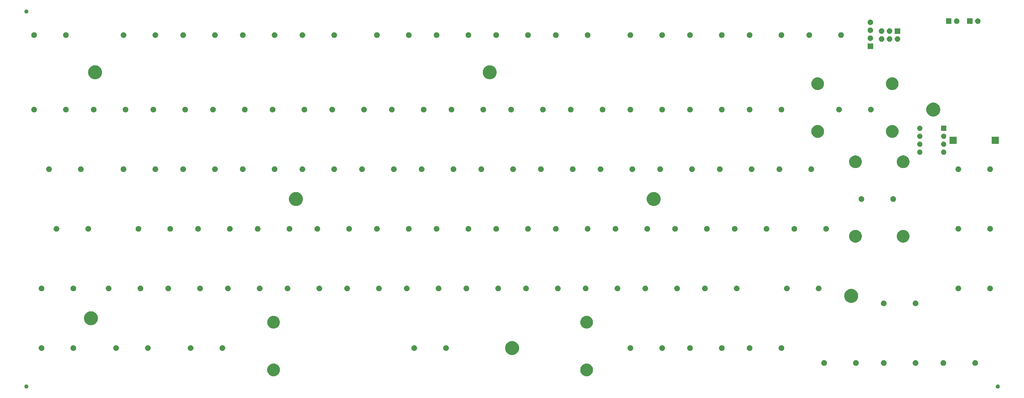
<source format=gbr>
%TF.GenerationSoftware,KiCad,Pcbnew,7.0.6*%
%TF.CreationDate,2023-11-23T18:56:53+00:00*%
%TF.ProjectId,MoonBoard,4d6f6f6e-426f-4617-9264-2e6b69636164,rev?*%
%TF.SameCoordinates,Original*%
%TF.FileFunction,Soldermask,Top*%
%TF.FilePolarity,Negative*%
%FSLAX46Y46*%
G04 Gerber Fmt 4.6, Leading zero omitted, Abs format (unit mm)*
G04 Created by KiCad (PCBNEW 7.0.6) date 2023-11-23 18:56:53*
%MOMM*%
%LPD*%
G01*
G04 APERTURE LIST*
G04 APERTURE END LIST*
G36*
X44785493Y-188692239D02*
G01*
X44924242Y-188765060D01*
X45041532Y-188868970D01*
X45130546Y-188997930D01*
X45186112Y-189144445D01*
X45205000Y-189300000D01*
X45186112Y-189455555D01*
X45130546Y-189602070D01*
X45041532Y-189731030D01*
X44924242Y-189834940D01*
X44785493Y-189907761D01*
X44633349Y-189945261D01*
X44476651Y-189945261D01*
X44324507Y-189907761D01*
X44185758Y-189834940D01*
X44068468Y-189731030D01*
X43979454Y-189602070D01*
X43923888Y-189455555D01*
X43905000Y-189300000D01*
X43923888Y-189144445D01*
X43979454Y-188997930D01*
X44068468Y-188868970D01*
X44185758Y-188765060D01*
X44324507Y-188692239D01*
X44476651Y-188654739D01*
X44633349Y-188654739D01*
X44785493Y-188692239D01*
G37*
G36*
X355110493Y-188692239D02*
G01*
X355249242Y-188765060D01*
X355366532Y-188868970D01*
X355455546Y-188997930D01*
X355511112Y-189144445D01*
X355530000Y-189300000D01*
X355511112Y-189455555D01*
X355455546Y-189602070D01*
X355366532Y-189731030D01*
X355249242Y-189834940D01*
X355110493Y-189907761D01*
X354958349Y-189945261D01*
X354801651Y-189945261D01*
X354649507Y-189907761D01*
X354510758Y-189834940D01*
X354393468Y-189731030D01*
X354304454Y-189602070D01*
X354248888Y-189455555D01*
X354230000Y-189300000D01*
X354248888Y-189144445D01*
X354304454Y-188997930D01*
X354393468Y-188868970D01*
X354510758Y-188765060D01*
X354649507Y-188692239D01*
X354801651Y-188654739D01*
X354958349Y-188654739D01*
X355110493Y-188692239D01*
G37*
G36*
X123932143Y-182002127D02*
G01*
X124199985Y-182077172D01*
X124455113Y-182187990D01*
X124692774Y-182332515D01*
X124908543Y-182508056D01*
X125098400Y-182711343D01*
X125258807Y-182938588D01*
X125386777Y-183185559D01*
X125479925Y-183447654D01*
X125536518Y-183719992D01*
X125555500Y-183997500D01*
X125536518Y-184275008D01*
X125479925Y-184547346D01*
X125386777Y-184809441D01*
X125258807Y-185056412D01*
X125098400Y-185283657D01*
X124908543Y-185486944D01*
X124692774Y-185662485D01*
X124455113Y-185807010D01*
X124199985Y-185917828D01*
X123932143Y-185992873D01*
X123656578Y-186030749D01*
X123378422Y-186030749D01*
X123102857Y-185992873D01*
X122835015Y-185917828D01*
X122579887Y-185807010D01*
X122342226Y-185662485D01*
X122126457Y-185486944D01*
X121936600Y-185283657D01*
X121776193Y-185056412D01*
X121648223Y-184809441D01*
X121555075Y-184547346D01*
X121498482Y-184275008D01*
X121479500Y-183997500D01*
X121498482Y-183719992D01*
X121555075Y-183447654D01*
X121648223Y-183185559D01*
X121776193Y-182938588D01*
X121936600Y-182711343D01*
X122126457Y-182508056D01*
X122342226Y-182332515D01*
X122579887Y-182187990D01*
X122835015Y-182077172D01*
X123102857Y-182002127D01*
X123378422Y-181964251D01*
X123656578Y-181964251D01*
X123932143Y-182002127D01*
G37*
G36*
X223944643Y-182002127D02*
G01*
X224212485Y-182077172D01*
X224467613Y-182187990D01*
X224705274Y-182332515D01*
X224921043Y-182508056D01*
X225110900Y-182711343D01*
X225271307Y-182938588D01*
X225399277Y-183185559D01*
X225492425Y-183447654D01*
X225549018Y-183719992D01*
X225568000Y-183997500D01*
X225549018Y-184275008D01*
X225492425Y-184547346D01*
X225399277Y-184809441D01*
X225271307Y-185056412D01*
X225110900Y-185283657D01*
X224921043Y-185486944D01*
X224705274Y-185662485D01*
X224467613Y-185807010D01*
X224212485Y-185917828D01*
X223944643Y-185992873D01*
X223669078Y-186030749D01*
X223390922Y-186030749D01*
X223115357Y-185992873D01*
X222847515Y-185917828D01*
X222592387Y-185807010D01*
X222354726Y-185662485D01*
X222138957Y-185486944D01*
X221949100Y-185283657D01*
X221788693Y-185056412D01*
X221660723Y-184809441D01*
X221567575Y-184547346D01*
X221510982Y-184275008D01*
X221492000Y-183997500D01*
X221510982Y-183719992D01*
X221567575Y-183447654D01*
X221660723Y-183185559D01*
X221788693Y-182938588D01*
X221949100Y-182711343D01*
X222138957Y-182508056D01*
X222354726Y-182332515D01*
X222592387Y-182187990D01*
X222847515Y-182077172D01*
X223115357Y-182002127D01*
X223390922Y-181964251D01*
X223669078Y-181964251D01*
X223944643Y-182002127D01*
G37*
G36*
X299460837Y-180867002D02*
G01*
X299507934Y-180867002D01*
X299548605Y-180875646D01*
X299590569Y-180879780D01*
X299643285Y-180895771D01*
X299694633Y-180906685D01*
X299727487Y-180921312D01*
X299761799Y-180931721D01*
X299816327Y-180960867D01*
X299869000Y-180984319D01*
X299893491Y-181002112D01*
X299919599Y-181016068D01*
X299972859Y-181059777D01*
X300023416Y-181096509D01*
X300039830Y-181114738D01*
X300057917Y-181129582D01*
X300106514Y-181188798D01*
X300151133Y-181238352D01*
X300160508Y-181254590D01*
X300171431Y-181267900D01*
X300211847Y-181343512D01*
X300246567Y-181403649D01*
X300250559Y-181415937D01*
X300255778Y-181425700D01*
X300284541Y-181520523D01*
X300305549Y-181585177D01*
X300306288Y-181592214D01*
X300307719Y-181596930D01*
X300321650Y-181738378D01*
X300325500Y-181775000D01*
X300321650Y-181811624D01*
X300307719Y-181953069D01*
X300306288Y-181957783D01*
X300305549Y-181964823D01*
X300284537Y-182029490D01*
X300255778Y-182124299D01*
X300250560Y-182134059D01*
X300246567Y-182146351D01*
X300211840Y-182206500D01*
X300171431Y-182282099D01*
X300160510Y-182295405D01*
X300151133Y-182311648D01*
X300106504Y-182361212D01*
X300057917Y-182420417D01*
X300039833Y-182435257D01*
X300023416Y-182453491D01*
X299972848Y-182490230D01*
X299919599Y-182533931D01*
X299893496Y-182547883D01*
X299869000Y-182565681D01*
X299816315Y-182589137D01*
X299761799Y-182618278D01*
X299727494Y-182628683D01*
X299694633Y-182643315D01*
X299643274Y-182654231D01*
X299590569Y-182670219D01*
X299548614Y-182674351D01*
X299507934Y-182682998D01*
X299460827Y-182682998D01*
X299412500Y-182687758D01*
X299364173Y-182682998D01*
X299317066Y-182682998D01*
X299276386Y-182674351D01*
X299234430Y-182670219D01*
X299181722Y-182654230D01*
X299130367Y-182643315D01*
X299097507Y-182628684D01*
X299063200Y-182618278D01*
X299008678Y-182589135D01*
X298956000Y-182565681D01*
X298931506Y-182547885D01*
X298905400Y-182533931D01*
X298852142Y-182490224D01*
X298801584Y-182453491D01*
X298785169Y-182435260D01*
X298767082Y-182420417D01*
X298718483Y-182361199D01*
X298673867Y-182311648D01*
X298664492Y-182295410D01*
X298653568Y-182282099D01*
X298613146Y-182206476D01*
X298578433Y-182146351D01*
X298574440Y-182134064D01*
X298569221Y-182124299D01*
X298540447Y-182029444D01*
X298519451Y-181964823D01*
X298518711Y-181957788D01*
X298517280Y-181953069D01*
X298503333Y-181811472D01*
X298499500Y-181775000D01*
X298503333Y-181738530D01*
X298517280Y-181596930D01*
X298518711Y-181592209D01*
X298519451Y-181585177D01*
X298540443Y-181520569D01*
X298569221Y-181425700D01*
X298574441Y-181415932D01*
X298578433Y-181403649D01*
X298613139Y-181343535D01*
X298653568Y-181267900D01*
X298664494Y-181254586D01*
X298673867Y-181238352D01*
X298718474Y-181188810D01*
X298767082Y-181129582D01*
X298785172Y-181114735D01*
X298801584Y-181096509D01*
X298852132Y-181059783D01*
X298905400Y-181016068D01*
X298931511Y-181002110D01*
X298956000Y-180984319D01*
X299008666Y-180960869D01*
X299063200Y-180931721D01*
X299097514Y-180921312D01*
X299130367Y-180906685D01*
X299181711Y-180895771D01*
X299234430Y-180879780D01*
X299276394Y-180875646D01*
X299317066Y-180867002D01*
X299364163Y-180867002D01*
X299412500Y-180862241D01*
X299460837Y-180867002D01*
G37*
G36*
X309620837Y-180867002D02*
G01*
X309667934Y-180867002D01*
X309708605Y-180875646D01*
X309750569Y-180879780D01*
X309803285Y-180895771D01*
X309854633Y-180906685D01*
X309887487Y-180921312D01*
X309921799Y-180931721D01*
X309976327Y-180960867D01*
X310029000Y-180984319D01*
X310053491Y-181002112D01*
X310079599Y-181016068D01*
X310132859Y-181059777D01*
X310183416Y-181096509D01*
X310199830Y-181114738D01*
X310217917Y-181129582D01*
X310266514Y-181188798D01*
X310311133Y-181238352D01*
X310320508Y-181254590D01*
X310331431Y-181267900D01*
X310371847Y-181343512D01*
X310406567Y-181403649D01*
X310410559Y-181415937D01*
X310415778Y-181425700D01*
X310444541Y-181520523D01*
X310465549Y-181585177D01*
X310466288Y-181592214D01*
X310467719Y-181596930D01*
X310481650Y-181738378D01*
X310485500Y-181775000D01*
X310481650Y-181811624D01*
X310467719Y-181953069D01*
X310466288Y-181957783D01*
X310465549Y-181964823D01*
X310444537Y-182029490D01*
X310415778Y-182124299D01*
X310410560Y-182134059D01*
X310406567Y-182146351D01*
X310371840Y-182206500D01*
X310331431Y-182282099D01*
X310320510Y-182295405D01*
X310311133Y-182311648D01*
X310266504Y-182361212D01*
X310217917Y-182420417D01*
X310199833Y-182435257D01*
X310183416Y-182453491D01*
X310132848Y-182490230D01*
X310079599Y-182533931D01*
X310053496Y-182547883D01*
X310029000Y-182565681D01*
X309976315Y-182589137D01*
X309921799Y-182618278D01*
X309887494Y-182628683D01*
X309854633Y-182643315D01*
X309803274Y-182654231D01*
X309750569Y-182670219D01*
X309708614Y-182674351D01*
X309667934Y-182682998D01*
X309620827Y-182682998D01*
X309572500Y-182687758D01*
X309524173Y-182682998D01*
X309477066Y-182682998D01*
X309436386Y-182674351D01*
X309394430Y-182670219D01*
X309341722Y-182654230D01*
X309290367Y-182643315D01*
X309257507Y-182628684D01*
X309223200Y-182618278D01*
X309168678Y-182589135D01*
X309116000Y-182565681D01*
X309091506Y-182547885D01*
X309065400Y-182533931D01*
X309012142Y-182490224D01*
X308961584Y-182453491D01*
X308945169Y-182435260D01*
X308927082Y-182420417D01*
X308878483Y-182361199D01*
X308833867Y-182311648D01*
X308824492Y-182295410D01*
X308813568Y-182282099D01*
X308773146Y-182206476D01*
X308738433Y-182146351D01*
X308734440Y-182134064D01*
X308729221Y-182124299D01*
X308700447Y-182029444D01*
X308679451Y-181964823D01*
X308678711Y-181957788D01*
X308677280Y-181953069D01*
X308663333Y-181811472D01*
X308659500Y-181775000D01*
X308663333Y-181738530D01*
X308677280Y-181596930D01*
X308678711Y-181592209D01*
X308679451Y-181585177D01*
X308700443Y-181520569D01*
X308729221Y-181425700D01*
X308734441Y-181415932D01*
X308738433Y-181403649D01*
X308773139Y-181343535D01*
X308813568Y-181267900D01*
X308824494Y-181254586D01*
X308833867Y-181238352D01*
X308878474Y-181188810D01*
X308927082Y-181129582D01*
X308945172Y-181114735D01*
X308961584Y-181096509D01*
X309012132Y-181059783D01*
X309065400Y-181016068D01*
X309091511Y-181002110D01*
X309116000Y-180984319D01*
X309168666Y-180960869D01*
X309223200Y-180931721D01*
X309257514Y-180921312D01*
X309290367Y-180906685D01*
X309341711Y-180895771D01*
X309394430Y-180879780D01*
X309436394Y-180875646D01*
X309477066Y-180867002D01*
X309524163Y-180867002D01*
X309572500Y-180862241D01*
X309620837Y-180867002D01*
G37*
G36*
X318510837Y-180867002D02*
G01*
X318557934Y-180867002D01*
X318598605Y-180875646D01*
X318640569Y-180879780D01*
X318693285Y-180895771D01*
X318744633Y-180906685D01*
X318777487Y-180921312D01*
X318811799Y-180931721D01*
X318866327Y-180960867D01*
X318919000Y-180984319D01*
X318943491Y-181002112D01*
X318969599Y-181016068D01*
X319022859Y-181059777D01*
X319073416Y-181096509D01*
X319089830Y-181114738D01*
X319107917Y-181129582D01*
X319156514Y-181188798D01*
X319201133Y-181238352D01*
X319210508Y-181254590D01*
X319221431Y-181267900D01*
X319261847Y-181343512D01*
X319296567Y-181403649D01*
X319300559Y-181415937D01*
X319305778Y-181425700D01*
X319334541Y-181520523D01*
X319355549Y-181585177D01*
X319356288Y-181592214D01*
X319357719Y-181596930D01*
X319371650Y-181738378D01*
X319375500Y-181775000D01*
X319371650Y-181811624D01*
X319357719Y-181953069D01*
X319356288Y-181957783D01*
X319355549Y-181964823D01*
X319334537Y-182029490D01*
X319305778Y-182124299D01*
X319300560Y-182134059D01*
X319296567Y-182146351D01*
X319261840Y-182206500D01*
X319221431Y-182282099D01*
X319210510Y-182295405D01*
X319201133Y-182311648D01*
X319156504Y-182361212D01*
X319107917Y-182420417D01*
X319089833Y-182435257D01*
X319073416Y-182453491D01*
X319022848Y-182490230D01*
X318969599Y-182533931D01*
X318943496Y-182547883D01*
X318919000Y-182565681D01*
X318866315Y-182589137D01*
X318811799Y-182618278D01*
X318777494Y-182628683D01*
X318744633Y-182643315D01*
X318693274Y-182654231D01*
X318640569Y-182670219D01*
X318598614Y-182674351D01*
X318557934Y-182682998D01*
X318510827Y-182682998D01*
X318462500Y-182687758D01*
X318414173Y-182682998D01*
X318367066Y-182682998D01*
X318326386Y-182674351D01*
X318284430Y-182670219D01*
X318231722Y-182654230D01*
X318180367Y-182643315D01*
X318147507Y-182628684D01*
X318113200Y-182618278D01*
X318058678Y-182589135D01*
X318006000Y-182565681D01*
X317981506Y-182547885D01*
X317955400Y-182533931D01*
X317902142Y-182490224D01*
X317851584Y-182453491D01*
X317835169Y-182435260D01*
X317817082Y-182420417D01*
X317768483Y-182361199D01*
X317723867Y-182311648D01*
X317714492Y-182295410D01*
X317703568Y-182282099D01*
X317663146Y-182206476D01*
X317628433Y-182146351D01*
X317624440Y-182134064D01*
X317619221Y-182124299D01*
X317590447Y-182029444D01*
X317569451Y-181964823D01*
X317568711Y-181957788D01*
X317567280Y-181953069D01*
X317553333Y-181811472D01*
X317549500Y-181775000D01*
X317553333Y-181738530D01*
X317567280Y-181596930D01*
X317568711Y-181592209D01*
X317569451Y-181585177D01*
X317590443Y-181520569D01*
X317619221Y-181425700D01*
X317624441Y-181415932D01*
X317628433Y-181403649D01*
X317663139Y-181343535D01*
X317703568Y-181267900D01*
X317714494Y-181254586D01*
X317723867Y-181238352D01*
X317768474Y-181188810D01*
X317817082Y-181129582D01*
X317835172Y-181114735D01*
X317851584Y-181096509D01*
X317902132Y-181059783D01*
X317955400Y-181016068D01*
X317981511Y-181002110D01*
X318006000Y-180984319D01*
X318058666Y-180960869D01*
X318113200Y-180931721D01*
X318147514Y-180921312D01*
X318180367Y-180906685D01*
X318231711Y-180895771D01*
X318284430Y-180879780D01*
X318326394Y-180875646D01*
X318367066Y-180867002D01*
X318414163Y-180867002D01*
X318462500Y-180862241D01*
X318510837Y-180867002D01*
G37*
G36*
X328670837Y-180867002D02*
G01*
X328717934Y-180867002D01*
X328758605Y-180875646D01*
X328800569Y-180879780D01*
X328853285Y-180895771D01*
X328904633Y-180906685D01*
X328937487Y-180921312D01*
X328971799Y-180931721D01*
X329026327Y-180960867D01*
X329079000Y-180984319D01*
X329103491Y-181002112D01*
X329129599Y-181016068D01*
X329182859Y-181059777D01*
X329233416Y-181096509D01*
X329249830Y-181114738D01*
X329267917Y-181129582D01*
X329316514Y-181188798D01*
X329361133Y-181238352D01*
X329370508Y-181254590D01*
X329381431Y-181267900D01*
X329421847Y-181343512D01*
X329456567Y-181403649D01*
X329460559Y-181415937D01*
X329465778Y-181425700D01*
X329494541Y-181520523D01*
X329515549Y-181585177D01*
X329516288Y-181592214D01*
X329517719Y-181596930D01*
X329531650Y-181738378D01*
X329535500Y-181775000D01*
X329531650Y-181811624D01*
X329517719Y-181953069D01*
X329516288Y-181957783D01*
X329515549Y-181964823D01*
X329494537Y-182029490D01*
X329465778Y-182124299D01*
X329460560Y-182134059D01*
X329456567Y-182146351D01*
X329421840Y-182206500D01*
X329381431Y-182282099D01*
X329370510Y-182295405D01*
X329361133Y-182311648D01*
X329316504Y-182361212D01*
X329267917Y-182420417D01*
X329249833Y-182435257D01*
X329233416Y-182453491D01*
X329182848Y-182490230D01*
X329129599Y-182533931D01*
X329103496Y-182547883D01*
X329079000Y-182565681D01*
X329026315Y-182589137D01*
X328971799Y-182618278D01*
X328937494Y-182628683D01*
X328904633Y-182643315D01*
X328853274Y-182654231D01*
X328800569Y-182670219D01*
X328758614Y-182674351D01*
X328717934Y-182682998D01*
X328670827Y-182682998D01*
X328622500Y-182687758D01*
X328574173Y-182682998D01*
X328527066Y-182682998D01*
X328486386Y-182674351D01*
X328444430Y-182670219D01*
X328391722Y-182654230D01*
X328340367Y-182643315D01*
X328307507Y-182628684D01*
X328273200Y-182618278D01*
X328218678Y-182589135D01*
X328166000Y-182565681D01*
X328141506Y-182547885D01*
X328115400Y-182533931D01*
X328062142Y-182490224D01*
X328011584Y-182453491D01*
X327995169Y-182435260D01*
X327977082Y-182420417D01*
X327928483Y-182361199D01*
X327883867Y-182311648D01*
X327874492Y-182295410D01*
X327863568Y-182282099D01*
X327823146Y-182206476D01*
X327788433Y-182146351D01*
X327784440Y-182134064D01*
X327779221Y-182124299D01*
X327750447Y-182029444D01*
X327729451Y-181964823D01*
X327728711Y-181957788D01*
X327727280Y-181953069D01*
X327713333Y-181811472D01*
X327709500Y-181775000D01*
X327713333Y-181738530D01*
X327727280Y-181596930D01*
X327728711Y-181592209D01*
X327729451Y-181585177D01*
X327750443Y-181520569D01*
X327779221Y-181425700D01*
X327784441Y-181415932D01*
X327788433Y-181403649D01*
X327823139Y-181343535D01*
X327863568Y-181267900D01*
X327874494Y-181254586D01*
X327883867Y-181238352D01*
X327928474Y-181188810D01*
X327977082Y-181129582D01*
X327995172Y-181114735D01*
X328011584Y-181096509D01*
X328062132Y-181059783D01*
X328115400Y-181016068D01*
X328141511Y-181002110D01*
X328166000Y-180984319D01*
X328218666Y-180960869D01*
X328273200Y-180931721D01*
X328307514Y-180921312D01*
X328340367Y-180906685D01*
X328391711Y-180895771D01*
X328444430Y-180879780D01*
X328486394Y-180875646D01*
X328527066Y-180867002D01*
X328574163Y-180867002D01*
X328622500Y-180862241D01*
X328670837Y-180867002D01*
G37*
G36*
X337560837Y-180867002D02*
G01*
X337607934Y-180867002D01*
X337648605Y-180875646D01*
X337690569Y-180879780D01*
X337743285Y-180895771D01*
X337794633Y-180906685D01*
X337827487Y-180921312D01*
X337861799Y-180931721D01*
X337916327Y-180960867D01*
X337969000Y-180984319D01*
X337993491Y-181002112D01*
X338019599Y-181016068D01*
X338072859Y-181059777D01*
X338123416Y-181096509D01*
X338139830Y-181114738D01*
X338157917Y-181129582D01*
X338206514Y-181188798D01*
X338251133Y-181238352D01*
X338260508Y-181254590D01*
X338271431Y-181267900D01*
X338311847Y-181343512D01*
X338346567Y-181403649D01*
X338350559Y-181415937D01*
X338355778Y-181425700D01*
X338384541Y-181520523D01*
X338405549Y-181585177D01*
X338406288Y-181592214D01*
X338407719Y-181596930D01*
X338421650Y-181738378D01*
X338425500Y-181775000D01*
X338421650Y-181811624D01*
X338407719Y-181953069D01*
X338406288Y-181957783D01*
X338405549Y-181964823D01*
X338384537Y-182029490D01*
X338355778Y-182124299D01*
X338350560Y-182134059D01*
X338346567Y-182146351D01*
X338311840Y-182206500D01*
X338271431Y-182282099D01*
X338260510Y-182295405D01*
X338251133Y-182311648D01*
X338206504Y-182361212D01*
X338157917Y-182420417D01*
X338139833Y-182435257D01*
X338123416Y-182453491D01*
X338072848Y-182490230D01*
X338019599Y-182533931D01*
X337993496Y-182547883D01*
X337969000Y-182565681D01*
X337916315Y-182589137D01*
X337861799Y-182618278D01*
X337827494Y-182628683D01*
X337794633Y-182643315D01*
X337743274Y-182654231D01*
X337690569Y-182670219D01*
X337648614Y-182674351D01*
X337607934Y-182682998D01*
X337560827Y-182682998D01*
X337512500Y-182687758D01*
X337464173Y-182682998D01*
X337417066Y-182682998D01*
X337376386Y-182674351D01*
X337334430Y-182670219D01*
X337281722Y-182654230D01*
X337230367Y-182643315D01*
X337197507Y-182628684D01*
X337163200Y-182618278D01*
X337108678Y-182589135D01*
X337056000Y-182565681D01*
X337031506Y-182547885D01*
X337005400Y-182533931D01*
X336952142Y-182490224D01*
X336901584Y-182453491D01*
X336885169Y-182435260D01*
X336867082Y-182420417D01*
X336818483Y-182361199D01*
X336773867Y-182311648D01*
X336764492Y-182295410D01*
X336753568Y-182282099D01*
X336713146Y-182206476D01*
X336678433Y-182146351D01*
X336674440Y-182134064D01*
X336669221Y-182124299D01*
X336640447Y-182029444D01*
X336619451Y-181964823D01*
X336618711Y-181957788D01*
X336617280Y-181953069D01*
X336603333Y-181811472D01*
X336599500Y-181775000D01*
X336603333Y-181738530D01*
X336617280Y-181596930D01*
X336618711Y-181592209D01*
X336619451Y-181585177D01*
X336640443Y-181520569D01*
X336669221Y-181425700D01*
X336674441Y-181415932D01*
X336678433Y-181403649D01*
X336713139Y-181343535D01*
X336753568Y-181267900D01*
X336764494Y-181254586D01*
X336773867Y-181238352D01*
X336818474Y-181188810D01*
X336867082Y-181129582D01*
X336885172Y-181114735D01*
X336901584Y-181096509D01*
X336952132Y-181059783D01*
X337005400Y-181016068D01*
X337031511Y-181002110D01*
X337056000Y-180984319D01*
X337108666Y-180960869D01*
X337163200Y-180931721D01*
X337197514Y-180921312D01*
X337230367Y-180906685D01*
X337281711Y-180895771D01*
X337334430Y-180879780D01*
X337376394Y-180875646D01*
X337417066Y-180867002D01*
X337464163Y-180867002D01*
X337512500Y-180862241D01*
X337560837Y-180867002D01*
G37*
G36*
X347720837Y-180867002D02*
G01*
X347767934Y-180867002D01*
X347808605Y-180875646D01*
X347850569Y-180879780D01*
X347903285Y-180895771D01*
X347954633Y-180906685D01*
X347987487Y-180921312D01*
X348021799Y-180931721D01*
X348076327Y-180960867D01*
X348129000Y-180984319D01*
X348153491Y-181002112D01*
X348179599Y-181016068D01*
X348232859Y-181059777D01*
X348283416Y-181096509D01*
X348299830Y-181114738D01*
X348317917Y-181129582D01*
X348366514Y-181188798D01*
X348411133Y-181238352D01*
X348420508Y-181254590D01*
X348431431Y-181267900D01*
X348471847Y-181343512D01*
X348506567Y-181403649D01*
X348510559Y-181415937D01*
X348515778Y-181425700D01*
X348544541Y-181520523D01*
X348565549Y-181585177D01*
X348566288Y-181592214D01*
X348567719Y-181596930D01*
X348581650Y-181738378D01*
X348585500Y-181775000D01*
X348581650Y-181811624D01*
X348567719Y-181953069D01*
X348566288Y-181957783D01*
X348565549Y-181964823D01*
X348544537Y-182029490D01*
X348515778Y-182124299D01*
X348510560Y-182134059D01*
X348506567Y-182146351D01*
X348471840Y-182206500D01*
X348431431Y-182282099D01*
X348420510Y-182295405D01*
X348411133Y-182311648D01*
X348366504Y-182361212D01*
X348317917Y-182420417D01*
X348299833Y-182435257D01*
X348283416Y-182453491D01*
X348232848Y-182490230D01*
X348179599Y-182533931D01*
X348153496Y-182547883D01*
X348129000Y-182565681D01*
X348076315Y-182589137D01*
X348021799Y-182618278D01*
X347987494Y-182628683D01*
X347954633Y-182643315D01*
X347903274Y-182654231D01*
X347850569Y-182670219D01*
X347808614Y-182674351D01*
X347767934Y-182682998D01*
X347720827Y-182682998D01*
X347672500Y-182687758D01*
X347624173Y-182682998D01*
X347577066Y-182682998D01*
X347536386Y-182674351D01*
X347494430Y-182670219D01*
X347441722Y-182654230D01*
X347390367Y-182643315D01*
X347357507Y-182628684D01*
X347323200Y-182618278D01*
X347268678Y-182589135D01*
X347216000Y-182565681D01*
X347191506Y-182547885D01*
X347165400Y-182533931D01*
X347112142Y-182490224D01*
X347061584Y-182453491D01*
X347045169Y-182435260D01*
X347027082Y-182420417D01*
X346978483Y-182361199D01*
X346933867Y-182311648D01*
X346924492Y-182295410D01*
X346913568Y-182282099D01*
X346873146Y-182206476D01*
X346838433Y-182146351D01*
X346834440Y-182134064D01*
X346829221Y-182124299D01*
X346800447Y-182029444D01*
X346779451Y-181964823D01*
X346778711Y-181957788D01*
X346777280Y-181953069D01*
X346763333Y-181811472D01*
X346759500Y-181775000D01*
X346763333Y-181738530D01*
X346777280Y-181596930D01*
X346778711Y-181592209D01*
X346779451Y-181585177D01*
X346800443Y-181520569D01*
X346829221Y-181425700D01*
X346834441Y-181415932D01*
X346838433Y-181403649D01*
X346873139Y-181343535D01*
X346913568Y-181267900D01*
X346924494Y-181254586D01*
X346933867Y-181238352D01*
X346978474Y-181188810D01*
X347027082Y-181129582D01*
X347045172Y-181114735D01*
X347061584Y-181096509D01*
X347112132Y-181059783D01*
X347165400Y-181016068D01*
X347191511Y-181002110D01*
X347216000Y-180984319D01*
X347268666Y-180960869D01*
X347323200Y-180931721D01*
X347357514Y-180921312D01*
X347390367Y-180906685D01*
X347441711Y-180895771D01*
X347494430Y-180879780D01*
X347536394Y-180875646D01*
X347577066Y-180867002D01*
X347624163Y-180867002D01*
X347672500Y-180862241D01*
X347720837Y-180867002D01*
G37*
G36*
X200009618Y-174793646D02*
G01*
X200296737Y-174850758D01*
X200573946Y-174944858D01*
X200836500Y-175074335D01*
X201079908Y-175236975D01*
X201300005Y-175429995D01*
X201493025Y-175650092D01*
X201655665Y-175893500D01*
X201785142Y-176156054D01*
X201879242Y-176433263D01*
X201936354Y-176720382D01*
X201955500Y-177012500D01*
X201936354Y-177304618D01*
X201879242Y-177591737D01*
X201785142Y-177868946D01*
X201655665Y-178131500D01*
X201493025Y-178374908D01*
X201300005Y-178595005D01*
X201079908Y-178788025D01*
X200836500Y-178950665D01*
X200573946Y-179080142D01*
X200296737Y-179174242D01*
X200009618Y-179231354D01*
X199717500Y-179250500D01*
X199425382Y-179231354D01*
X199138263Y-179174242D01*
X198861054Y-179080142D01*
X198598500Y-178950665D01*
X198355092Y-178788025D01*
X198134995Y-178595005D01*
X197941975Y-178374908D01*
X197779335Y-178131500D01*
X197649858Y-177868946D01*
X197555758Y-177591737D01*
X197498646Y-177304618D01*
X197479500Y-177012500D01*
X197498646Y-176720382D01*
X197555758Y-176433263D01*
X197649858Y-176156054D01*
X197779335Y-175893500D01*
X197941975Y-175650092D01*
X198134995Y-175429995D01*
X198355092Y-175236975D01*
X198598500Y-175074335D01*
X198861054Y-174944858D01*
X199138263Y-174850758D01*
X199425382Y-174793646D01*
X199717500Y-174774500D01*
X200009618Y-174793646D01*
G37*
G36*
X49429587Y-176104502D02*
G01*
X49476684Y-176104502D01*
X49517355Y-176113146D01*
X49559319Y-176117280D01*
X49612035Y-176133271D01*
X49663383Y-176144185D01*
X49696237Y-176158812D01*
X49730549Y-176169221D01*
X49785077Y-176198367D01*
X49837750Y-176221819D01*
X49862241Y-176239612D01*
X49888349Y-176253568D01*
X49941609Y-176297277D01*
X49992166Y-176334009D01*
X50008580Y-176352238D01*
X50026667Y-176367082D01*
X50075264Y-176426298D01*
X50119883Y-176475852D01*
X50129258Y-176492090D01*
X50140181Y-176505400D01*
X50180597Y-176581012D01*
X50215317Y-176641149D01*
X50219309Y-176653437D01*
X50224528Y-176663200D01*
X50253291Y-176758023D01*
X50274299Y-176822677D01*
X50275038Y-176829714D01*
X50276469Y-176834430D01*
X50290402Y-176975890D01*
X50294250Y-177012500D01*
X50290399Y-177049136D01*
X50276469Y-177190569D01*
X50275038Y-177195283D01*
X50274299Y-177202323D01*
X50253287Y-177266990D01*
X50224528Y-177361799D01*
X50219310Y-177371559D01*
X50215317Y-177383851D01*
X50180590Y-177444000D01*
X50140181Y-177519599D01*
X50129260Y-177532905D01*
X50119883Y-177549148D01*
X50075254Y-177598712D01*
X50026667Y-177657917D01*
X50008583Y-177672757D01*
X49992166Y-177690991D01*
X49941598Y-177727730D01*
X49888349Y-177771431D01*
X49862246Y-177785383D01*
X49837750Y-177803181D01*
X49785065Y-177826637D01*
X49730549Y-177855778D01*
X49696244Y-177866183D01*
X49663383Y-177880815D01*
X49612024Y-177891731D01*
X49559319Y-177907719D01*
X49517364Y-177911851D01*
X49476684Y-177920498D01*
X49429577Y-177920498D01*
X49381250Y-177925258D01*
X49332923Y-177920498D01*
X49285816Y-177920498D01*
X49245136Y-177911851D01*
X49203180Y-177907719D01*
X49150472Y-177891730D01*
X49099117Y-177880815D01*
X49066257Y-177866184D01*
X49031950Y-177855778D01*
X48977428Y-177826635D01*
X48924750Y-177803181D01*
X48900256Y-177785385D01*
X48874150Y-177771431D01*
X48820892Y-177727724D01*
X48770334Y-177690991D01*
X48753919Y-177672760D01*
X48735832Y-177657917D01*
X48687233Y-177598699D01*
X48642617Y-177549148D01*
X48633242Y-177532910D01*
X48622318Y-177519599D01*
X48581896Y-177443976D01*
X48547183Y-177383851D01*
X48543190Y-177371564D01*
X48537971Y-177361799D01*
X48509197Y-177266944D01*
X48488201Y-177202323D01*
X48487461Y-177195288D01*
X48486030Y-177190569D01*
X48472083Y-177048972D01*
X48468250Y-177012500D01*
X48472083Y-176976030D01*
X48486030Y-176834430D01*
X48487461Y-176829709D01*
X48488201Y-176822677D01*
X48509193Y-176758069D01*
X48537971Y-176663200D01*
X48543191Y-176653432D01*
X48547183Y-176641149D01*
X48581889Y-176581035D01*
X48622318Y-176505400D01*
X48633244Y-176492086D01*
X48642617Y-176475852D01*
X48687224Y-176426310D01*
X48735832Y-176367082D01*
X48753922Y-176352235D01*
X48770334Y-176334009D01*
X48820882Y-176297283D01*
X48874150Y-176253568D01*
X48900261Y-176239610D01*
X48924750Y-176221819D01*
X48977416Y-176198369D01*
X49031950Y-176169221D01*
X49066264Y-176158812D01*
X49099117Y-176144185D01*
X49150461Y-176133271D01*
X49203180Y-176117280D01*
X49245144Y-176113146D01*
X49285816Y-176104502D01*
X49332913Y-176104502D01*
X49381250Y-176099741D01*
X49429587Y-176104502D01*
G37*
G36*
X59589587Y-176104502D02*
G01*
X59636684Y-176104502D01*
X59677355Y-176113146D01*
X59719319Y-176117280D01*
X59772035Y-176133271D01*
X59823383Y-176144185D01*
X59856237Y-176158812D01*
X59890549Y-176169221D01*
X59945077Y-176198367D01*
X59997750Y-176221819D01*
X60022241Y-176239612D01*
X60048349Y-176253568D01*
X60101609Y-176297277D01*
X60152166Y-176334009D01*
X60168580Y-176352238D01*
X60186667Y-176367082D01*
X60235264Y-176426298D01*
X60279883Y-176475852D01*
X60289258Y-176492090D01*
X60300181Y-176505400D01*
X60340597Y-176581012D01*
X60375317Y-176641149D01*
X60379309Y-176653437D01*
X60384528Y-176663200D01*
X60413291Y-176758023D01*
X60434299Y-176822677D01*
X60435038Y-176829714D01*
X60436469Y-176834430D01*
X60450402Y-176975890D01*
X60454250Y-177012500D01*
X60450399Y-177049136D01*
X60436469Y-177190569D01*
X60435038Y-177195283D01*
X60434299Y-177202323D01*
X60413287Y-177266990D01*
X60384528Y-177361799D01*
X60379310Y-177371559D01*
X60375317Y-177383851D01*
X60340590Y-177444000D01*
X60300181Y-177519599D01*
X60289260Y-177532905D01*
X60279883Y-177549148D01*
X60235254Y-177598712D01*
X60186667Y-177657917D01*
X60168583Y-177672757D01*
X60152166Y-177690991D01*
X60101598Y-177727730D01*
X60048349Y-177771431D01*
X60022246Y-177785383D01*
X59997750Y-177803181D01*
X59945065Y-177826637D01*
X59890549Y-177855778D01*
X59856244Y-177866183D01*
X59823383Y-177880815D01*
X59772024Y-177891731D01*
X59719319Y-177907719D01*
X59677364Y-177911851D01*
X59636684Y-177920498D01*
X59589577Y-177920498D01*
X59541250Y-177925258D01*
X59492923Y-177920498D01*
X59445816Y-177920498D01*
X59405136Y-177911851D01*
X59363180Y-177907719D01*
X59310472Y-177891730D01*
X59259117Y-177880815D01*
X59226257Y-177866184D01*
X59191950Y-177855778D01*
X59137428Y-177826635D01*
X59084750Y-177803181D01*
X59060256Y-177785385D01*
X59034150Y-177771431D01*
X58980892Y-177727724D01*
X58930334Y-177690991D01*
X58913919Y-177672760D01*
X58895832Y-177657917D01*
X58847233Y-177598699D01*
X58802617Y-177549148D01*
X58793242Y-177532910D01*
X58782318Y-177519599D01*
X58741896Y-177443976D01*
X58707183Y-177383851D01*
X58703190Y-177371564D01*
X58697971Y-177361799D01*
X58669197Y-177266944D01*
X58648201Y-177202323D01*
X58647461Y-177195288D01*
X58646030Y-177190569D01*
X58632083Y-177048972D01*
X58628250Y-177012500D01*
X58632083Y-176976030D01*
X58646030Y-176834430D01*
X58647461Y-176829709D01*
X58648201Y-176822677D01*
X58669193Y-176758069D01*
X58697971Y-176663200D01*
X58703191Y-176653432D01*
X58707183Y-176641149D01*
X58741889Y-176581035D01*
X58782318Y-176505400D01*
X58793244Y-176492086D01*
X58802617Y-176475852D01*
X58847224Y-176426310D01*
X58895832Y-176367082D01*
X58913922Y-176352235D01*
X58930334Y-176334009D01*
X58980882Y-176297283D01*
X59034150Y-176253568D01*
X59060261Y-176239610D01*
X59084750Y-176221819D01*
X59137416Y-176198369D01*
X59191950Y-176169221D01*
X59226264Y-176158812D01*
X59259117Y-176144185D01*
X59310461Y-176133271D01*
X59363180Y-176117280D01*
X59405144Y-176113146D01*
X59445816Y-176104502D01*
X59492913Y-176104502D01*
X59541250Y-176099741D01*
X59589587Y-176104502D01*
G37*
G36*
X73242087Y-176104502D02*
G01*
X73289184Y-176104502D01*
X73329855Y-176113146D01*
X73371819Y-176117280D01*
X73424535Y-176133271D01*
X73475883Y-176144185D01*
X73508737Y-176158812D01*
X73543049Y-176169221D01*
X73597577Y-176198367D01*
X73650250Y-176221819D01*
X73674741Y-176239612D01*
X73700849Y-176253568D01*
X73754109Y-176297277D01*
X73804666Y-176334009D01*
X73821080Y-176352238D01*
X73839167Y-176367082D01*
X73887764Y-176426298D01*
X73932383Y-176475852D01*
X73941758Y-176492090D01*
X73952681Y-176505400D01*
X73993097Y-176581012D01*
X74027817Y-176641149D01*
X74031809Y-176653437D01*
X74037028Y-176663200D01*
X74065791Y-176758023D01*
X74086799Y-176822677D01*
X74087538Y-176829714D01*
X74088969Y-176834430D01*
X74102902Y-176975890D01*
X74106750Y-177012500D01*
X74102899Y-177049136D01*
X74088969Y-177190569D01*
X74087538Y-177195283D01*
X74086799Y-177202323D01*
X74065787Y-177266990D01*
X74037028Y-177361799D01*
X74031810Y-177371559D01*
X74027817Y-177383851D01*
X73993090Y-177444000D01*
X73952681Y-177519599D01*
X73941760Y-177532905D01*
X73932383Y-177549148D01*
X73887754Y-177598712D01*
X73839167Y-177657917D01*
X73821083Y-177672757D01*
X73804666Y-177690991D01*
X73754098Y-177727730D01*
X73700849Y-177771431D01*
X73674746Y-177785383D01*
X73650250Y-177803181D01*
X73597565Y-177826637D01*
X73543049Y-177855778D01*
X73508744Y-177866183D01*
X73475883Y-177880815D01*
X73424524Y-177891731D01*
X73371819Y-177907719D01*
X73329864Y-177911851D01*
X73289184Y-177920498D01*
X73242077Y-177920498D01*
X73193750Y-177925258D01*
X73145423Y-177920498D01*
X73098316Y-177920498D01*
X73057636Y-177911851D01*
X73015680Y-177907719D01*
X72962972Y-177891730D01*
X72911617Y-177880815D01*
X72878757Y-177866184D01*
X72844450Y-177855778D01*
X72789928Y-177826635D01*
X72737250Y-177803181D01*
X72712756Y-177785385D01*
X72686650Y-177771431D01*
X72633392Y-177727724D01*
X72582834Y-177690991D01*
X72566419Y-177672760D01*
X72548332Y-177657917D01*
X72499733Y-177598699D01*
X72455117Y-177549148D01*
X72445742Y-177532910D01*
X72434818Y-177519599D01*
X72394396Y-177443976D01*
X72359683Y-177383851D01*
X72355690Y-177371564D01*
X72350471Y-177361799D01*
X72321697Y-177266944D01*
X72300701Y-177202323D01*
X72299961Y-177195288D01*
X72298530Y-177190569D01*
X72284583Y-177048972D01*
X72280750Y-177012500D01*
X72284583Y-176976030D01*
X72298530Y-176834430D01*
X72299961Y-176829709D01*
X72300701Y-176822677D01*
X72321693Y-176758069D01*
X72350471Y-176663200D01*
X72355691Y-176653432D01*
X72359683Y-176641149D01*
X72394389Y-176581035D01*
X72434818Y-176505400D01*
X72445744Y-176492086D01*
X72455117Y-176475852D01*
X72499724Y-176426310D01*
X72548332Y-176367082D01*
X72566422Y-176352235D01*
X72582834Y-176334009D01*
X72633382Y-176297283D01*
X72686650Y-176253568D01*
X72712761Y-176239610D01*
X72737250Y-176221819D01*
X72789916Y-176198369D01*
X72844450Y-176169221D01*
X72878764Y-176158812D01*
X72911617Y-176144185D01*
X72962961Y-176133271D01*
X73015680Y-176117280D01*
X73057644Y-176113146D01*
X73098316Y-176104502D01*
X73145413Y-176104502D01*
X73193750Y-176099741D01*
X73242087Y-176104502D01*
G37*
G36*
X83402087Y-176104502D02*
G01*
X83449184Y-176104502D01*
X83489855Y-176113146D01*
X83531819Y-176117280D01*
X83584535Y-176133271D01*
X83635883Y-176144185D01*
X83668737Y-176158812D01*
X83703049Y-176169221D01*
X83757577Y-176198367D01*
X83810250Y-176221819D01*
X83834741Y-176239612D01*
X83860849Y-176253568D01*
X83914109Y-176297277D01*
X83964666Y-176334009D01*
X83981080Y-176352238D01*
X83999167Y-176367082D01*
X84047764Y-176426298D01*
X84092383Y-176475852D01*
X84101758Y-176492090D01*
X84112681Y-176505400D01*
X84153097Y-176581012D01*
X84187817Y-176641149D01*
X84191809Y-176653437D01*
X84197028Y-176663200D01*
X84225791Y-176758023D01*
X84246799Y-176822677D01*
X84247538Y-176829714D01*
X84248969Y-176834430D01*
X84262900Y-176975878D01*
X84266750Y-177012500D01*
X84262900Y-177049124D01*
X84248969Y-177190569D01*
X84247538Y-177195283D01*
X84246799Y-177202323D01*
X84225787Y-177266990D01*
X84197028Y-177361799D01*
X84191810Y-177371559D01*
X84187817Y-177383851D01*
X84153090Y-177444000D01*
X84112681Y-177519599D01*
X84101760Y-177532905D01*
X84092383Y-177549148D01*
X84047754Y-177598712D01*
X83999167Y-177657917D01*
X83981083Y-177672757D01*
X83964666Y-177690991D01*
X83914098Y-177727730D01*
X83860849Y-177771431D01*
X83834746Y-177785383D01*
X83810250Y-177803181D01*
X83757565Y-177826637D01*
X83703049Y-177855778D01*
X83668744Y-177866183D01*
X83635883Y-177880815D01*
X83584524Y-177891731D01*
X83531819Y-177907719D01*
X83489864Y-177911851D01*
X83449184Y-177920498D01*
X83402077Y-177920498D01*
X83353750Y-177925258D01*
X83305423Y-177920498D01*
X83258316Y-177920498D01*
X83217636Y-177911851D01*
X83175680Y-177907719D01*
X83122972Y-177891730D01*
X83071617Y-177880815D01*
X83038757Y-177866184D01*
X83004450Y-177855778D01*
X82949928Y-177826635D01*
X82897250Y-177803181D01*
X82872756Y-177785385D01*
X82846650Y-177771431D01*
X82793392Y-177727724D01*
X82742834Y-177690991D01*
X82726419Y-177672760D01*
X82708332Y-177657917D01*
X82659733Y-177598699D01*
X82615117Y-177549148D01*
X82605742Y-177532910D01*
X82594818Y-177519599D01*
X82554396Y-177443976D01*
X82519683Y-177383851D01*
X82515690Y-177371564D01*
X82510471Y-177361799D01*
X82481697Y-177266944D01*
X82460701Y-177202323D01*
X82459961Y-177195288D01*
X82458530Y-177190569D01*
X82444583Y-177048972D01*
X82440750Y-177012500D01*
X82444583Y-176976030D01*
X82458530Y-176834430D01*
X82459961Y-176829709D01*
X82460701Y-176822677D01*
X82481693Y-176758069D01*
X82510471Y-176663200D01*
X82515691Y-176653432D01*
X82519683Y-176641149D01*
X82554389Y-176581035D01*
X82594818Y-176505400D01*
X82605744Y-176492086D01*
X82615117Y-176475852D01*
X82659724Y-176426310D01*
X82708332Y-176367082D01*
X82726422Y-176352235D01*
X82742834Y-176334009D01*
X82793382Y-176297283D01*
X82846650Y-176253568D01*
X82872761Y-176239610D01*
X82897250Y-176221819D01*
X82949916Y-176198369D01*
X83004450Y-176169221D01*
X83038764Y-176158812D01*
X83071617Y-176144185D01*
X83122961Y-176133271D01*
X83175680Y-176117280D01*
X83217644Y-176113146D01*
X83258316Y-176104502D01*
X83305413Y-176104502D01*
X83353750Y-176099741D01*
X83402087Y-176104502D01*
G37*
G36*
X97054587Y-176104502D02*
G01*
X97101684Y-176104502D01*
X97142355Y-176113146D01*
X97184319Y-176117280D01*
X97237035Y-176133271D01*
X97288383Y-176144185D01*
X97321237Y-176158812D01*
X97355549Y-176169221D01*
X97410077Y-176198367D01*
X97462750Y-176221819D01*
X97487241Y-176239612D01*
X97513349Y-176253568D01*
X97566609Y-176297277D01*
X97617166Y-176334009D01*
X97633580Y-176352238D01*
X97651667Y-176367082D01*
X97700264Y-176426298D01*
X97744883Y-176475852D01*
X97754258Y-176492090D01*
X97765181Y-176505400D01*
X97805597Y-176581012D01*
X97840317Y-176641149D01*
X97844309Y-176653437D01*
X97849528Y-176663200D01*
X97878291Y-176758023D01*
X97899299Y-176822677D01*
X97900038Y-176829714D01*
X97901469Y-176834430D01*
X97915400Y-176975878D01*
X97919250Y-177012500D01*
X97915400Y-177049124D01*
X97901469Y-177190569D01*
X97900038Y-177195283D01*
X97899299Y-177202323D01*
X97878287Y-177266990D01*
X97849528Y-177361799D01*
X97844310Y-177371559D01*
X97840317Y-177383851D01*
X97805590Y-177444000D01*
X97765181Y-177519599D01*
X97754260Y-177532905D01*
X97744883Y-177549148D01*
X97700254Y-177598712D01*
X97651667Y-177657917D01*
X97633583Y-177672757D01*
X97617166Y-177690991D01*
X97566598Y-177727730D01*
X97513349Y-177771431D01*
X97487246Y-177785383D01*
X97462750Y-177803181D01*
X97410065Y-177826637D01*
X97355549Y-177855778D01*
X97321244Y-177866183D01*
X97288383Y-177880815D01*
X97237024Y-177891731D01*
X97184319Y-177907719D01*
X97142364Y-177911851D01*
X97101684Y-177920498D01*
X97054577Y-177920498D01*
X97006250Y-177925258D01*
X96957923Y-177920498D01*
X96910816Y-177920498D01*
X96870136Y-177911851D01*
X96828180Y-177907719D01*
X96775472Y-177891730D01*
X96724117Y-177880815D01*
X96691257Y-177866184D01*
X96656950Y-177855778D01*
X96602428Y-177826635D01*
X96549750Y-177803181D01*
X96525256Y-177785385D01*
X96499150Y-177771431D01*
X96445892Y-177727724D01*
X96395334Y-177690991D01*
X96378919Y-177672760D01*
X96360832Y-177657917D01*
X96312233Y-177598699D01*
X96267617Y-177549148D01*
X96258242Y-177532910D01*
X96247318Y-177519599D01*
X96206896Y-177443976D01*
X96172183Y-177383851D01*
X96168190Y-177371564D01*
X96162971Y-177361799D01*
X96134197Y-177266944D01*
X96113201Y-177202323D01*
X96112461Y-177195288D01*
X96111030Y-177190569D01*
X96097083Y-177048972D01*
X96093250Y-177012500D01*
X96097083Y-176976030D01*
X96111030Y-176834430D01*
X96112461Y-176829709D01*
X96113201Y-176822677D01*
X96134193Y-176758069D01*
X96162971Y-176663200D01*
X96168191Y-176653432D01*
X96172183Y-176641149D01*
X96206889Y-176581035D01*
X96247318Y-176505400D01*
X96258244Y-176492086D01*
X96267617Y-176475852D01*
X96312224Y-176426310D01*
X96360832Y-176367082D01*
X96378922Y-176352235D01*
X96395334Y-176334009D01*
X96445882Y-176297283D01*
X96499150Y-176253568D01*
X96525261Y-176239610D01*
X96549750Y-176221819D01*
X96602416Y-176198369D01*
X96656950Y-176169221D01*
X96691264Y-176158812D01*
X96724117Y-176144185D01*
X96775461Y-176133271D01*
X96828180Y-176117280D01*
X96870144Y-176113146D01*
X96910816Y-176104502D01*
X96957913Y-176104502D01*
X97006250Y-176099741D01*
X97054587Y-176104502D01*
G37*
G36*
X107214587Y-176104502D02*
G01*
X107261684Y-176104502D01*
X107302355Y-176113146D01*
X107344319Y-176117280D01*
X107397035Y-176133271D01*
X107448383Y-176144185D01*
X107481237Y-176158812D01*
X107515549Y-176169221D01*
X107570077Y-176198367D01*
X107622750Y-176221819D01*
X107647241Y-176239612D01*
X107673349Y-176253568D01*
X107726609Y-176297277D01*
X107777166Y-176334009D01*
X107793580Y-176352238D01*
X107811667Y-176367082D01*
X107860264Y-176426298D01*
X107904883Y-176475852D01*
X107914258Y-176492090D01*
X107925181Y-176505400D01*
X107965597Y-176581012D01*
X108000317Y-176641149D01*
X108004309Y-176653437D01*
X108009528Y-176663200D01*
X108038291Y-176758023D01*
X108059299Y-176822677D01*
X108060038Y-176829714D01*
X108061469Y-176834430D01*
X108075400Y-176975878D01*
X108079250Y-177012500D01*
X108075400Y-177049124D01*
X108061469Y-177190569D01*
X108060038Y-177195283D01*
X108059299Y-177202323D01*
X108038287Y-177266990D01*
X108009528Y-177361799D01*
X108004310Y-177371559D01*
X108000317Y-177383851D01*
X107965590Y-177444000D01*
X107925181Y-177519599D01*
X107914260Y-177532905D01*
X107904883Y-177549148D01*
X107860254Y-177598712D01*
X107811667Y-177657917D01*
X107793583Y-177672757D01*
X107777166Y-177690991D01*
X107726598Y-177727730D01*
X107673349Y-177771431D01*
X107647246Y-177785383D01*
X107622750Y-177803181D01*
X107570065Y-177826637D01*
X107515549Y-177855778D01*
X107481244Y-177866183D01*
X107448383Y-177880815D01*
X107397024Y-177891731D01*
X107344319Y-177907719D01*
X107302364Y-177911851D01*
X107261684Y-177920498D01*
X107214577Y-177920498D01*
X107166250Y-177925258D01*
X107117923Y-177920498D01*
X107070816Y-177920498D01*
X107030136Y-177911851D01*
X106988180Y-177907719D01*
X106935472Y-177891730D01*
X106884117Y-177880815D01*
X106851257Y-177866184D01*
X106816950Y-177855778D01*
X106762428Y-177826635D01*
X106709750Y-177803181D01*
X106685256Y-177785385D01*
X106659150Y-177771431D01*
X106605892Y-177727724D01*
X106555334Y-177690991D01*
X106538919Y-177672760D01*
X106520832Y-177657917D01*
X106472233Y-177598699D01*
X106427617Y-177549148D01*
X106418242Y-177532910D01*
X106407318Y-177519599D01*
X106366896Y-177443976D01*
X106332183Y-177383851D01*
X106328190Y-177371564D01*
X106322971Y-177361799D01*
X106294197Y-177266944D01*
X106273201Y-177202323D01*
X106272461Y-177195288D01*
X106271030Y-177190569D01*
X106257083Y-177048972D01*
X106253250Y-177012500D01*
X106257083Y-176976030D01*
X106271030Y-176834430D01*
X106272461Y-176829709D01*
X106273201Y-176822677D01*
X106294193Y-176758069D01*
X106322971Y-176663200D01*
X106328191Y-176653432D01*
X106332183Y-176641149D01*
X106366889Y-176581035D01*
X106407318Y-176505400D01*
X106418244Y-176492086D01*
X106427617Y-176475852D01*
X106472224Y-176426310D01*
X106520832Y-176367082D01*
X106538922Y-176352235D01*
X106555334Y-176334009D01*
X106605882Y-176297283D01*
X106659150Y-176253568D01*
X106685261Y-176239610D01*
X106709750Y-176221819D01*
X106762416Y-176198369D01*
X106816950Y-176169221D01*
X106851264Y-176158812D01*
X106884117Y-176144185D01*
X106935461Y-176133271D01*
X106988180Y-176117280D01*
X107030144Y-176113146D01*
X107070816Y-176104502D01*
X107117913Y-176104502D01*
X107166250Y-176099741D01*
X107214587Y-176104502D01*
G37*
G36*
X168492087Y-176104502D02*
G01*
X168539184Y-176104502D01*
X168579855Y-176113146D01*
X168621819Y-176117280D01*
X168674535Y-176133271D01*
X168725883Y-176144185D01*
X168758737Y-176158812D01*
X168793049Y-176169221D01*
X168847577Y-176198367D01*
X168900250Y-176221819D01*
X168924741Y-176239612D01*
X168950849Y-176253568D01*
X169004109Y-176297277D01*
X169054666Y-176334009D01*
X169071080Y-176352238D01*
X169089167Y-176367082D01*
X169137764Y-176426298D01*
X169182383Y-176475852D01*
X169191758Y-176492090D01*
X169202681Y-176505400D01*
X169243097Y-176581012D01*
X169277817Y-176641149D01*
X169281809Y-176653437D01*
X169287028Y-176663200D01*
X169315791Y-176758023D01*
X169336799Y-176822677D01*
X169337538Y-176829714D01*
X169338969Y-176834430D01*
X169352900Y-176975878D01*
X169356750Y-177012500D01*
X169352900Y-177049124D01*
X169338969Y-177190569D01*
X169337538Y-177195283D01*
X169336799Y-177202323D01*
X169315787Y-177266990D01*
X169287028Y-177361799D01*
X169281810Y-177371559D01*
X169277817Y-177383851D01*
X169243090Y-177444000D01*
X169202681Y-177519599D01*
X169191760Y-177532905D01*
X169182383Y-177549148D01*
X169137754Y-177598712D01*
X169089167Y-177657917D01*
X169071083Y-177672757D01*
X169054666Y-177690991D01*
X169004098Y-177727730D01*
X168950849Y-177771431D01*
X168924746Y-177785383D01*
X168900250Y-177803181D01*
X168847565Y-177826637D01*
X168793049Y-177855778D01*
X168758744Y-177866183D01*
X168725883Y-177880815D01*
X168674524Y-177891731D01*
X168621819Y-177907719D01*
X168579864Y-177911851D01*
X168539184Y-177920498D01*
X168492077Y-177920498D01*
X168443750Y-177925258D01*
X168395423Y-177920498D01*
X168348316Y-177920498D01*
X168307636Y-177911851D01*
X168265680Y-177907719D01*
X168212972Y-177891730D01*
X168161617Y-177880815D01*
X168128757Y-177866184D01*
X168094450Y-177855778D01*
X168039928Y-177826635D01*
X167987250Y-177803181D01*
X167962756Y-177785385D01*
X167936650Y-177771431D01*
X167883392Y-177727724D01*
X167832834Y-177690991D01*
X167816419Y-177672760D01*
X167798332Y-177657917D01*
X167749733Y-177598699D01*
X167705117Y-177549148D01*
X167695742Y-177532910D01*
X167684818Y-177519599D01*
X167644396Y-177443976D01*
X167609683Y-177383851D01*
X167605690Y-177371564D01*
X167600471Y-177361799D01*
X167571697Y-177266944D01*
X167550701Y-177202323D01*
X167549961Y-177195288D01*
X167548530Y-177190569D01*
X167534583Y-177048972D01*
X167530750Y-177012500D01*
X167534583Y-176976030D01*
X167548530Y-176834430D01*
X167549961Y-176829709D01*
X167550701Y-176822677D01*
X167571693Y-176758069D01*
X167600471Y-176663200D01*
X167605691Y-176653432D01*
X167609683Y-176641149D01*
X167644389Y-176581035D01*
X167684818Y-176505400D01*
X167695744Y-176492086D01*
X167705117Y-176475852D01*
X167749724Y-176426310D01*
X167798332Y-176367082D01*
X167816422Y-176352235D01*
X167832834Y-176334009D01*
X167883382Y-176297283D01*
X167936650Y-176253568D01*
X167962761Y-176239610D01*
X167987250Y-176221819D01*
X168039916Y-176198369D01*
X168094450Y-176169221D01*
X168128764Y-176158812D01*
X168161617Y-176144185D01*
X168212961Y-176133271D01*
X168265680Y-176117280D01*
X168307644Y-176113146D01*
X168348316Y-176104502D01*
X168395413Y-176104502D01*
X168443750Y-176099741D01*
X168492087Y-176104502D01*
G37*
G36*
X178652087Y-176104502D02*
G01*
X178699184Y-176104502D01*
X178739855Y-176113146D01*
X178781819Y-176117280D01*
X178834535Y-176133271D01*
X178885883Y-176144185D01*
X178918737Y-176158812D01*
X178953049Y-176169221D01*
X179007577Y-176198367D01*
X179060250Y-176221819D01*
X179084741Y-176239612D01*
X179110849Y-176253568D01*
X179164109Y-176297277D01*
X179214666Y-176334009D01*
X179231080Y-176352238D01*
X179249167Y-176367082D01*
X179297764Y-176426298D01*
X179342383Y-176475852D01*
X179351758Y-176492090D01*
X179362681Y-176505400D01*
X179403097Y-176581012D01*
X179437817Y-176641149D01*
X179441809Y-176653437D01*
X179447028Y-176663200D01*
X179475791Y-176758023D01*
X179496799Y-176822677D01*
X179497538Y-176829714D01*
X179498969Y-176834430D01*
X179512900Y-176975878D01*
X179516750Y-177012500D01*
X179512900Y-177049124D01*
X179498969Y-177190569D01*
X179497538Y-177195283D01*
X179496799Y-177202323D01*
X179475787Y-177266990D01*
X179447028Y-177361799D01*
X179441810Y-177371559D01*
X179437817Y-177383851D01*
X179403090Y-177444000D01*
X179362681Y-177519599D01*
X179351760Y-177532905D01*
X179342383Y-177549148D01*
X179297754Y-177598712D01*
X179249167Y-177657917D01*
X179231083Y-177672757D01*
X179214666Y-177690991D01*
X179164098Y-177727730D01*
X179110849Y-177771431D01*
X179084746Y-177785383D01*
X179060250Y-177803181D01*
X179007565Y-177826637D01*
X178953049Y-177855778D01*
X178918744Y-177866183D01*
X178885883Y-177880815D01*
X178834524Y-177891731D01*
X178781819Y-177907719D01*
X178739864Y-177911851D01*
X178699184Y-177920498D01*
X178652077Y-177920498D01*
X178603750Y-177925258D01*
X178555423Y-177920498D01*
X178508316Y-177920498D01*
X178467636Y-177911851D01*
X178425680Y-177907719D01*
X178372972Y-177891730D01*
X178321617Y-177880815D01*
X178288757Y-177866184D01*
X178254450Y-177855778D01*
X178199928Y-177826635D01*
X178147250Y-177803181D01*
X178122756Y-177785385D01*
X178096650Y-177771431D01*
X178043392Y-177727724D01*
X177992834Y-177690991D01*
X177976419Y-177672760D01*
X177958332Y-177657917D01*
X177909733Y-177598699D01*
X177865117Y-177549148D01*
X177855742Y-177532910D01*
X177844818Y-177519599D01*
X177804396Y-177443976D01*
X177769683Y-177383851D01*
X177765690Y-177371564D01*
X177760471Y-177361799D01*
X177731697Y-177266944D01*
X177710701Y-177202323D01*
X177709961Y-177195288D01*
X177708530Y-177190569D01*
X177694583Y-177048972D01*
X177690750Y-177012500D01*
X177694583Y-176976030D01*
X177708530Y-176834430D01*
X177709961Y-176829709D01*
X177710701Y-176822677D01*
X177731693Y-176758069D01*
X177760471Y-176663200D01*
X177765691Y-176653432D01*
X177769683Y-176641149D01*
X177804389Y-176581035D01*
X177844818Y-176505400D01*
X177855744Y-176492086D01*
X177865117Y-176475852D01*
X177909724Y-176426310D01*
X177958332Y-176367082D01*
X177976422Y-176352235D01*
X177992834Y-176334009D01*
X178043382Y-176297283D01*
X178096650Y-176253568D01*
X178122761Y-176239610D01*
X178147250Y-176221819D01*
X178199916Y-176198369D01*
X178254450Y-176169221D01*
X178288764Y-176158812D01*
X178321617Y-176144185D01*
X178372961Y-176133271D01*
X178425680Y-176117280D01*
X178467644Y-176113146D01*
X178508316Y-176104502D01*
X178555413Y-176104502D01*
X178603750Y-176099741D01*
X178652087Y-176104502D01*
G37*
G36*
X237548337Y-176104502D02*
G01*
X237595434Y-176104502D01*
X237636105Y-176113146D01*
X237678069Y-176117280D01*
X237730785Y-176133271D01*
X237782133Y-176144185D01*
X237814987Y-176158812D01*
X237849299Y-176169221D01*
X237903827Y-176198367D01*
X237956500Y-176221819D01*
X237980991Y-176239612D01*
X238007099Y-176253568D01*
X238060359Y-176297277D01*
X238110916Y-176334009D01*
X238127330Y-176352238D01*
X238145417Y-176367082D01*
X238194014Y-176426298D01*
X238238633Y-176475852D01*
X238248008Y-176492090D01*
X238258931Y-176505400D01*
X238299347Y-176581012D01*
X238334067Y-176641149D01*
X238338059Y-176653437D01*
X238343278Y-176663200D01*
X238372041Y-176758023D01*
X238393049Y-176822677D01*
X238393788Y-176829714D01*
X238395219Y-176834430D01*
X238409150Y-176975878D01*
X238413000Y-177012500D01*
X238409150Y-177049124D01*
X238395219Y-177190569D01*
X238393788Y-177195283D01*
X238393049Y-177202323D01*
X238372037Y-177266990D01*
X238343278Y-177361799D01*
X238338060Y-177371559D01*
X238334067Y-177383851D01*
X238299340Y-177444000D01*
X238258931Y-177519599D01*
X238248010Y-177532905D01*
X238238633Y-177549148D01*
X238194004Y-177598712D01*
X238145417Y-177657917D01*
X238127333Y-177672757D01*
X238110916Y-177690991D01*
X238060348Y-177727730D01*
X238007099Y-177771431D01*
X237980996Y-177785383D01*
X237956500Y-177803181D01*
X237903815Y-177826637D01*
X237849299Y-177855778D01*
X237814994Y-177866183D01*
X237782133Y-177880815D01*
X237730774Y-177891731D01*
X237678069Y-177907719D01*
X237636114Y-177911851D01*
X237595434Y-177920498D01*
X237548327Y-177920498D01*
X237500000Y-177925258D01*
X237451673Y-177920498D01*
X237404566Y-177920498D01*
X237363886Y-177911851D01*
X237321930Y-177907719D01*
X237269222Y-177891730D01*
X237217867Y-177880815D01*
X237185007Y-177866184D01*
X237150700Y-177855778D01*
X237096178Y-177826635D01*
X237043500Y-177803181D01*
X237019006Y-177785385D01*
X236992900Y-177771431D01*
X236939642Y-177727724D01*
X236889084Y-177690991D01*
X236872669Y-177672760D01*
X236854582Y-177657917D01*
X236805983Y-177598699D01*
X236761367Y-177549148D01*
X236751992Y-177532910D01*
X236741068Y-177519599D01*
X236700646Y-177443976D01*
X236665933Y-177383851D01*
X236661940Y-177371564D01*
X236656721Y-177361799D01*
X236627947Y-177266944D01*
X236606951Y-177202323D01*
X236606211Y-177195288D01*
X236604780Y-177190569D01*
X236590833Y-177048972D01*
X236587000Y-177012500D01*
X236590833Y-176976030D01*
X236604780Y-176834430D01*
X236606211Y-176829709D01*
X236606951Y-176822677D01*
X236627943Y-176758069D01*
X236656721Y-176663200D01*
X236661941Y-176653432D01*
X236665933Y-176641149D01*
X236700639Y-176581035D01*
X236741068Y-176505400D01*
X236751994Y-176492086D01*
X236761367Y-176475852D01*
X236805974Y-176426310D01*
X236854582Y-176367082D01*
X236872672Y-176352235D01*
X236889084Y-176334009D01*
X236939632Y-176297283D01*
X236992900Y-176253568D01*
X237019011Y-176239610D01*
X237043500Y-176221819D01*
X237096166Y-176198369D01*
X237150700Y-176169221D01*
X237185014Y-176158812D01*
X237217867Y-176144185D01*
X237269211Y-176133271D01*
X237321930Y-176117280D01*
X237363894Y-176113146D01*
X237404566Y-176104502D01*
X237451663Y-176104502D01*
X237500000Y-176099741D01*
X237548337Y-176104502D01*
G37*
G36*
X247708337Y-176104502D02*
G01*
X247755434Y-176104502D01*
X247796105Y-176113146D01*
X247838069Y-176117280D01*
X247890785Y-176133271D01*
X247942133Y-176144185D01*
X247974987Y-176158812D01*
X248009299Y-176169221D01*
X248063827Y-176198367D01*
X248116500Y-176221819D01*
X248140991Y-176239612D01*
X248167099Y-176253568D01*
X248220359Y-176297277D01*
X248270916Y-176334009D01*
X248287330Y-176352238D01*
X248305417Y-176367082D01*
X248354014Y-176426298D01*
X248398633Y-176475852D01*
X248408008Y-176492090D01*
X248418931Y-176505400D01*
X248459347Y-176581012D01*
X248494067Y-176641149D01*
X248498059Y-176653437D01*
X248503278Y-176663200D01*
X248532041Y-176758023D01*
X248553049Y-176822677D01*
X248553788Y-176829714D01*
X248555219Y-176834430D01*
X248569150Y-176975878D01*
X248573000Y-177012500D01*
X248569150Y-177049124D01*
X248555219Y-177190569D01*
X248553788Y-177195283D01*
X248553049Y-177202323D01*
X248532037Y-177266990D01*
X248503278Y-177361799D01*
X248498060Y-177371559D01*
X248494067Y-177383851D01*
X248459340Y-177444000D01*
X248418931Y-177519599D01*
X248408010Y-177532905D01*
X248398633Y-177549148D01*
X248354004Y-177598712D01*
X248305417Y-177657917D01*
X248287333Y-177672757D01*
X248270916Y-177690991D01*
X248220348Y-177727730D01*
X248167099Y-177771431D01*
X248140996Y-177785383D01*
X248116500Y-177803181D01*
X248063815Y-177826637D01*
X248009299Y-177855778D01*
X247974994Y-177866183D01*
X247942133Y-177880815D01*
X247890774Y-177891731D01*
X247838069Y-177907719D01*
X247796114Y-177911851D01*
X247755434Y-177920498D01*
X247708327Y-177920498D01*
X247660000Y-177925258D01*
X247611673Y-177920498D01*
X247564566Y-177920498D01*
X247523886Y-177911851D01*
X247481930Y-177907719D01*
X247429222Y-177891730D01*
X247377867Y-177880815D01*
X247345007Y-177866184D01*
X247310700Y-177855778D01*
X247256178Y-177826635D01*
X247203500Y-177803181D01*
X247179006Y-177785385D01*
X247152900Y-177771431D01*
X247099642Y-177727724D01*
X247049084Y-177690991D01*
X247032669Y-177672760D01*
X247014582Y-177657917D01*
X246965983Y-177598699D01*
X246921367Y-177549148D01*
X246911992Y-177532910D01*
X246901068Y-177519599D01*
X246860646Y-177443976D01*
X246825933Y-177383851D01*
X246821940Y-177371564D01*
X246816721Y-177361799D01*
X246787947Y-177266944D01*
X246766951Y-177202323D01*
X246766211Y-177195288D01*
X246764780Y-177190569D01*
X246750834Y-177048984D01*
X246747000Y-177012500D01*
X246750831Y-176976042D01*
X246764780Y-176834430D01*
X246766211Y-176829709D01*
X246766951Y-176822677D01*
X246787943Y-176758069D01*
X246816721Y-176663200D01*
X246821941Y-176653432D01*
X246825933Y-176641149D01*
X246860639Y-176581035D01*
X246901068Y-176505400D01*
X246911994Y-176492086D01*
X246921367Y-176475852D01*
X246965974Y-176426310D01*
X247014582Y-176367082D01*
X247032672Y-176352235D01*
X247049084Y-176334009D01*
X247099632Y-176297283D01*
X247152900Y-176253568D01*
X247179011Y-176239610D01*
X247203500Y-176221819D01*
X247256166Y-176198369D01*
X247310700Y-176169221D01*
X247345014Y-176158812D01*
X247377867Y-176144185D01*
X247429211Y-176133271D01*
X247481930Y-176117280D01*
X247523894Y-176113146D01*
X247564566Y-176104502D01*
X247611663Y-176104502D01*
X247660000Y-176099741D01*
X247708337Y-176104502D01*
G37*
G36*
X256598337Y-176104502D02*
G01*
X256645434Y-176104502D01*
X256686105Y-176113146D01*
X256728069Y-176117280D01*
X256780785Y-176133271D01*
X256832133Y-176144185D01*
X256864987Y-176158812D01*
X256899299Y-176169221D01*
X256953827Y-176198367D01*
X257006500Y-176221819D01*
X257030991Y-176239612D01*
X257057099Y-176253568D01*
X257110359Y-176297277D01*
X257160916Y-176334009D01*
X257177330Y-176352238D01*
X257195417Y-176367082D01*
X257244014Y-176426298D01*
X257288633Y-176475852D01*
X257298008Y-176492090D01*
X257308931Y-176505400D01*
X257349347Y-176581012D01*
X257384067Y-176641149D01*
X257388059Y-176653437D01*
X257393278Y-176663200D01*
X257422041Y-176758023D01*
X257443049Y-176822677D01*
X257443788Y-176829714D01*
X257445219Y-176834430D01*
X257459150Y-176975878D01*
X257463000Y-177012500D01*
X257459150Y-177049124D01*
X257445219Y-177190569D01*
X257443788Y-177195283D01*
X257443049Y-177202323D01*
X257422037Y-177266990D01*
X257393278Y-177361799D01*
X257388060Y-177371559D01*
X257384067Y-177383851D01*
X257349340Y-177444000D01*
X257308931Y-177519599D01*
X257298010Y-177532905D01*
X257288633Y-177549148D01*
X257244004Y-177598712D01*
X257195417Y-177657917D01*
X257177333Y-177672757D01*
X257160916Y-177690991D01*
X257110348Y-177727730D01*
X257057099Y-177771431D01*
X257030996Y-177785383D01*
X257006500Y-177803181D01*
X256953815Y-177826637D01*
X256899299Y-177855778D01*
X256864994Y-177866183D01*
X256832133Y-177880815D01*
X256780774Y-177891731D01*
X256728069Y-177907719D01*
X256686114Y-177911851D01*
X256645434Y-177920498D01*
X256598327Y-177920498D01*
X256550000Y-177925258D01*
X256501673Y-177920498D01*
X256454566Y-177920498D01*
X256413886Y-177911851D01*
X256371930Y-177907719D01*
X256319222Y-177891730D01*
X256267867Y-177880815D01*
X256235007Y-177866184D01*
X256200700Y-177855778D01*
X256146178Y-177826635D01*
X256093500Y-177803181D01*
X256069006Y-177785385D01*
X256042900Y-177771431D01*
X255989642Y-177727724D01*
X255939084Y-177690991D01*
X255922669Y-177672760D01*
X255904582Y-177657917D01*
X255855983Y-177598699D01*
X255811367Y-177549148D01*
X255801992Y-177532910D01*
X255791068Y-177519599D01*
X255750646Y-177443976D01*
X255715933Y-177383851D01*
X255711940Y-177371564D01*
X255706721Y-177361799D01*
X255677947Y-177266944D01*
X255656951Y-177202323D01*
X255656211Y-177195288D01*
X255654780Y-177190569D01*
X255640834Y-177048984D01*
X255637000Y-177012500D01*
X255640831Y-176976042D01*
X255654780Y-176834430D01*
X255656211Y-176829709D01*
X255656951Y-176822677D01*
X255677943Y-176758069D01*
X255706721Y-176663200D01*
X255711941Y-176653432D01*
X255715933Y-176641149D01*
X255750639Y-176581035D01*
X255791068Y-176505400D01*
X255801994Y-176492086D01*
X255811367Y-176475852D01*
X255855974Y-176426310D01*
X255904582Y-176367082D01*
X255922672Y-176352235D01*
X255939084Y-176334009D01*
X255989632Y-176297283D01*
X256042900Y-176253568D01*
X256069011Y-176239610D01*
X256093500Y-176221819D01*
X256146166Y-176198369D01*
X256200700Y-176169221D01*
X256235014Y-176158812D01*
X256267867Y-176144185D01*
X256319211Y-176133271D01*
X256371930Y-176117280D01*
X256413894Y-176113146D01*
X256454566Y-176104502D01*
X256501663Y-176104502D01*
X256550000Y-176099741D01*
X256598337Y-176104502D01*
G37*
G36*
X266758337Y-176104502D02*
G01*
X266805434Y-176104502D01*
X266846105Y-176113146D01*
X266888069Y-176117280D01*
X266940785Y-176133271D01*
X266992133Y-176144185D01*
X267024987Y-176158812D01*
X267059299Y-176169221D01*
X267113827Y-176198367D01*
X267166500Y-176221819D01*
X267190991Y-176239612D01*
X267217099Y-176253568D01*
X267270359Y-176297277D01*
X267320916Y-176334009D01*
X267337330Y-176352238D01*
X267355417Y-176367082D01*
X267404014Y-176426298D01*
X267448633Y-176475852D01*
X267458008Y-176492090D01*
X267468931Y-176505400D01*
X267509347Y-176581012D01*
X267544067Y-176641149D01*
X267548059Y-176653437D01*
X267553278Y-176663200D01*
X267582041Y-176758023D01*
X267603049Y-176822677D01*
X267603788Y-176829714D01*
X267605219Y-176834430D01*
X267619150Y-176975878D01*
X267623000Y-177012500D01*
X267619150Y-177049124D01*
X267605219Y-177190569D01*
X267603788Y-177195283D01*
X267603049Y-177202323D01*
X267582037Y-177266990D01*
X267553278Y-177361799D01*
X267548060Y-177371559D01*
X267544067Y-177383851D01*
X267509340Y-177444000D01*
X267468931Y-177519599D01*
X267458010Y-177532905D01*
X267448633Y-177549148D01*
X267404004Y-177598712D01*
X267355417Y-177657917D01*
X267337333Y-177672757D01*
X267320916Y-177690991D01*
X267270348Y-177727730D01*
X267217099Y-177771431D01*
X267190996Y-177785383D01*
X267166500Y-177803181D01*
X267113815Y-177826637D01*
X267059299Y-177855778D01*
X267024994Y-177866183D01*
X266992133Y-177880815D01*
X266940774Y-177891731D01*
X266888069Y-177907719D01*
X266846114Y-177911851D01*
X266805434Y-177920498D01*
X266758327Y-177920498D01*
X266710000Y-177925258D01*
X266661673Y-177920498D01*
X266614566Y-177920498D01*
X266573886Y-177911851D01*
X266531930Y-177907719D01*
X266479222Y-177891730D01*
X266427867Y-177880815D01*
X266395007Y-177866184D01*
X266360700Y-177855778D01*
X266306178Y-177826635D01*
X266253500Y-177803181D01*
X266229006Y-177785385D01*
X266202900Y-177771431D01*
X266149642Y-177727724D01*
X266099084Y-177690991D01*
X266082669Y-177672760D01*
X266064582Y-177657917D01*
X266015983Y-177598699D01*
X265971367Y-177549148D01*
X265961992Y-177532910D01*
X265951068Y-177519599D01*
X265910646Y-177443976D01*
X265875933Y-177383851D01*
X265871940Y-177371564D01*
X265866721Y-177361799D01*
X265837947Y-177266944D01*
X265816951Y-177202323D01*
X265816211Y-177195288D01*
X265814780Y-177190569D01*
X265800834Y-177048984D01*
X265797000Y-177012500D01*
X265800831Y-176976042D01*
X265814780Y-176834430D01*
X265816211Y-176829709D01*
X265816951Y-176822677D01*
X265837943Y-176758069D01*
X265866721Y-176663200D01*
X265871941Y-176653432D01*
X265875933Y-176641149D01*
X265910639Y-176581035D01*
X265951068Y-176505400D01*
X265961994Y-176492086D01*
X265971367Y-176475852D01*
X266015974Y-176426310D01*
X266064582Y-176367082D01*
X266082672Y-176352235D01*
X266099084Y-176334009D01*
X266149632Y-176297283D01*
X266202900Y-176253568D01*
X266229011Y-176239610D01*
X266253500Y-176221819D01*
X266306166Y-176198369D01*
X266360700Y-176169221D01*
X266395014Y-176158812D01*
X266427867Y-176144185D01*
X266479211Y-176133271D01*
X266531930Y-176117280D01*
X266573894Y-176113146D01*
X266614566Y-176104502D01*
X266661663Y-176104502D01*
X266710000Y-176099741D01*
X266758337Y-176104502D01*
G37*
G36*
X275648337Y-176104502D02*
G01*
X275695434Y-176104502D01*
X275736105Y-176113146D01*
X275778069Y-176117280D01*
X275830785Y-176133271D01*
X275882133Y-176144185D01*
X275914987Y-176158812D01*
X275949299Y-176169221D01*
X276003827Y-176198367D01*
X276056500Y-176221819D01*
X276080991Y-176239612D01*
X276107099Y-176253568D01*
X276160359Y-176297277D01*
X276210916Y-176334009D01*
X276227330Y-176352238D01*
X276245417Y-176367082D01*
X276294014Y-176426298D01*
X276338633Y-176475852D01*
X276348008Y-176492090D01*
X276358931Y-176505400D01*
X276399347Y-176581012D01*
X276434067Y-176641149D01*
X276438059Y-176653437D01*
X276443278Y-176663200D01*
X276472041Y-176758023D01*
X276493049Y-176822677D01*
X276493788Y-176829714D01*
X276495219Y-176834430D01*
X276509150Y-176975878D01*
X276513000Y-177012500D01*
X276509150Y-177049124D01*
X276495219Y-177190569D01*
X276493788Y-177195283D01*
X276493049Y-177202323D01*
X276472037Y-177266990D01*
X276443278Y-177361799D01*
X276438060Y-177371559D01*
X276434067Y-177383851D01*
X276399340Y-177444000D01*
X276358931Y-177519599D01*
X276348010Y-177532905D01*
X276338633Y-177549148D01*
X276294004Y-177598712D01*
X276245417Y-177657917D01*
X276227333Y-177672757D01*
X276210916Y-177690991D01*
X276160348Y-177727730D01*
X276107099Y-177771431D01*
X276080996Y-177785383D01*
X276056500Y-177803181D01*
X276003815Y-177826637D01*
X275949299Y-177855778D01*
X275914994Y-177866183D01*
X275882133Y-177880815D01*
X275830774Y-177891731D01*
X275778069Y-177907719D01*
X275736114Y-177911851D01*
X275695434Y-177920498D01*
X275648327Y-177920498D01*
X275600000Y-177925258D01*
X275551673Y-177920498D01*
X275504566Y-177920498D01*
X275463886Y-177911851D01*
X275421930Y-177907719D01*
X275369222Y-177891730D01*
X275317867Y-177880815D01*
X275285007Y-177866184D01*
X275250700Y-177855778D01*
X275196178Y-177826635D01*
X275143500Y-177803181D01*
X275119006Y-177785385D01*
X275092900Y-177771431D01*
X275039642Y-177727724D01*
X274989084Y-177690991D01*
X274972669Y-177672760D01*
X274954582Y-177657917D01*
X274905983Y-177598699D01*
X274861367Y-177549148D01*
X274851992Y-177532910D01*
X274841068Y-177519599D01*
X274800646Y-177443976D01*
X274765933Y-177383851D01*
X274761940Y-177371564D01*
X274756721Y-177361799D01*
X274727947Y-177266944D01*
X274706951Y-177202323D01*
X274706211Y-177195288D01*
X274704780Y-177190569D01*
X274690834Y-177048984D01*
X274687000Y-177012500D01*
X274690831Y-176976042D01*
X274704780Y-176834430D01*
X274706211Y-176829709D01*
X274706951Y-176822677D01*
X274727943Y-176758069D01*
X274756721Y-176663200D01*
X274761941Y-176653432D01*
X274765933Y-176641149D01*
X274800639Y-176581035D01*
X274841068Y-176505400D01*
X274851994Y-176492086D01*
X274861367Y-176475852D01*
X274905974Y-176426310D01*
X274954582Y-176367082D01*
X274972672Y-176352235D01*
X274989084Y-176334009D01*
X275039632Y-176297283D01*
X275092900Y-176253568D01*
X275119011Y-176239610D01*
X275143500Y-176221819D01*
X275196166Y-176198369D01*
X275250700Y-176169221D01*
X275285014Y-176158812D01*
X275317867Y-176144185D01*
X275369211Y-176133271D01*
X275421930Y-176117280D01*
X275463894Y-176113146D01*
X275504566Y-176104502D01*
X275551663Y-176104502D01*
X275600000Y-176099741D01*
X275648337Y-176104502D01*
G37*
G36*
X285808337Y-176104502D02*
G01*
X285855434Y-176104502D01*
X285896105Y-176113146D01*
X285938069Y-176117280D01*
X285990785Y-176133271D01*
X286042133Y-176144185D01*
X286074987Y-176158812D01*
X286109299Y-176169221D01*
X286163827Y-176198367D01*
X286216500Y-176221819D01*
X286240991Y-176239612D01*
X286267099Y-176253568D01*
X286320359Y-176297277D01*
X286370916Y-176334009D01*
X286387330Y-176352238D01*
X286405417Y-176367082D01*
X286454014Y-176426298D01*
X286498633Y-176475852D01*
X286508008Y-176492090D01*
X286518931Y-176505400D01*
X286559347Y-176581012D01*
X286594067Y-176641149D01*
X286598059Y-176653437D01*
X286603278Y-176663200D01*
X286632041Y-176758023D01*
X286653049Y-176822677D01*
X286653788Y-176829714D01*
X286655219Y-176834430D01*
X286669150Y-176975878D01*
X286673000Y-177012500D01*
X286669150Y-177049124D01*
X286655219Y-177190569D01*
X286653788Y-177195283D01*
X286653049Y-177202323D01*
X286632037Y-177266990D01*
X286603278Y-177361799D01*
X286598060Y-177371559D01*
X286594067Y-177383851D01*
X286559340Y-177444000D01*
X286518931Y-177519599D01*
X286508010Y-177532905D01*
X286498633Y-177549148D01*
X286454004Y-177598712D01*
X286405417Y-177657917D01*
X286387333Y-177672757D01*
X286370916Y-177690991D01*
X286320348Y-177727730D01*
X286267099Y-177771431D01*
X286240996Y-177785383D01*
X286216500Y-177803181D01*
X286163815Y-177826637D01*
X286109299Y-177855778D01*
X286074994Y-177866183D01*
X286042133Y-177880815D01*
X285990774Y-177891731D01*
X285938069Y-177907719D01*
X285896114Y-177911851D01*
X285855434Y-177920498D01*
X285808327Y-177920498D01*
X285760000Y-177925258D01*
X285711673Y-177920498D01*
X285664566Y-177920498D01*
X285623886Y-177911851D01*
X285581930Y-177907719D01*
X285529222Y-177891730D01*
X285477867Y-177880815D01*
X285445007Y-177866184D01*
X285410700Y-177855778D01*
X285356178Y-177826635D01*
X285303500Y-177803181D01*
X285279006Y-177785385D01*
X285252900Y-177771431D01*
X285199642Y-177727724D01*
X285149084Y-177690991D01*
X285132669Y-177672760D01*
X285114582Y-177657917D01*
X285065983Y-177598699D01*
X285021367Y-177549148D01*
X285011992Y-177532910D01*
X285001068Y-177519599D01*
X284960646Y-177443976D01*
X284925933Y-177383851D01*
X284921940Y-177371564D01*
X284916721Y-177361799D01*
X284887947Y-177266944D01*
X284866951Y-177202323D01*
X284866211Y-177195288D01*
X284864780Y-177190569D01*
X284850833Y-177048972D01*
X284847000Y-177012500D01*
X284850833Y-176976030D01*
X284864780Y-176834430D01*
X284866211Y-176829709D01*
X284866951Y-176822677D01*
X284887943Y-176758069D01*
X284916721Y-176663200D01*
X284921941Y-176653432D01*
X284925933Y-176641149D01*
X284960639Y-176581035D01*
X285001068Y-176505400D01*
X285011994Y-176492086D01*
X285021367Y-176475852D01*
X285065974Y-176426310D01*
X285114582Y-176367082D01*
X285132672Y-176352235D01*
X285149084Y-176334009D01*
X285199632Y-176297283D01*
X285252900Y-176253568D01*
X285279011Y-176239610D01*
X285303500Y-176221819D01*
X285356166Y-176198369D01*
X285410700Y-176169221D01*
X285445014Y-176158812D01*
X285477867Y-176144185D01*
X285529211Y-176133271D01*
X285581930Y-176117280D01*
X285623894Y-176113146D01*
X285664566Y-176104502D01*
X285711663Y-176104502D01*
X285760000Y-176099741D01*
X285808337Y-176104502D01*
G37*
G36*
X123930902Y-166768099D02*
G01*
X124197942Y-166842920D01*
X124452306Y-166953406D01*
X124689257Y-167097499D01*
X124904380Y-167272514D01*
X125093668Y-167475192D01*
X125253595Y-167701757D01*
X125381182Y-167947989D01*
X125474052Y-168209300D01*
X125530475Y-168480823D01*
X125549400Y-168757500D01*
X125530475Y-169034177D01*
X125474052Y-169305700D01*
X125381182Y-169567011D01*
X125253595Y-169813243D01*
X125093668Y-170039808D01*
X124904380Y-170242486D01*
X124689257Y-170417501D01*
X124452306Y-170561594D01*
X124197942Y-170672080D01*
X123930902Y-170746901D01*
X123656162Y-170784663D01*
X123378838Y-170784663D01*
X123104098Y-170746901D01*
X122837058Y-170672080D01*
X122582694Y-170561594D01*
X122345743Y-170417501D01*
X122130620Y-170242486D01*
X121941332Y-170039808D01*
X121781405Y-169813243D01*
X121653818Y-169567011D01*
X121560948Y-169305700D01*
X121504525Y-169034177D01*
X121485600Y-168757500D01*
X121504525Y-168480823D01*
X121560948Y-168209300D01*
X121653818Y-167947989D01*
X121781405Y-167701757D01*
X121941332Y-167475192D01*
X122130620Y-167272514D01*
X122345743Y-167097499D01*
X122582694Y-166953406D01*
X122837058Y-166842920D01*
X123104098Y-166768099D01*
X123378838Y-166730337D01*
X123656162Y-166730337D01*
X123930902Y-166768099D01*
G37*
G36*
X223943402Y-166768099D02*
G01*
X224210442Y-166842920D01*
X224464806Y-166953406D01*
X224701757Y-167097499D01*
X224916880Y-167272514D01*
X225106168Y-167475192D01*
X225266095Y-167701757D01*
X225393682Y-167947989D01*
X225486552Y-168209300D01*
X225542975Y-168480823D01*
X225561900Y-168757500D01*
X225542975Y-169034177D01*
X225486552Y-169305700D01*
X225393682Y-169567011D01*
X225266095Y-169813243D01*
X225106168Y-170039808D01*
X224916880Y-170242486D01*
X224701757Y-170417501D01*
X224464806Y-170561594D01*
X224210442Y-170672080D01*
X223943402Y-170746901D01*
X223668662Y-170784663D01*
X223391338Y-170784663D01*
X223116598Y-170746901D01*
X222849558Y-170672080D01*
X222595194Y-170561594D01*
X222358243Y-170417501D01*
X222143120Y-170242486D01*
X221953832Y-170039808D01*
X221793905Y-169813243D01*
X221666318Y-169567011D01*
X221573448Y-169305700D01*
X221517025Y-169034177D01*
X221498100Y-168757500D01*
X221517025Y-168480823D01*
X221573448Y-168209300D01*
X221666318Y-167947989D01*
X221793905Y-167701757D01*
X221953832Y-167475192D01*
X222143120Y-167272514D01*
X222358243Y-167097499D01*
X222595194Y-166953406D01*
X222849558Y-166842920D01*
X223116598Y-166768099D01*
X223391338Y-166730337D01*
X223668662Y-166730337D01*
X223943402Y-166768099D01*
G37*
G36*
X65468993Y-165268646D02*
G01*
X65756112Y-165325758D01*
X66033321Y-165419858D01*
X66295875Y-165549335D01*
X66539283Y-165711975D01*
X66759380Y-165904995D01*
X66952400Y-166125092D01*
X67115040Y-166368500D01*
X67244517Y-166631054D01*
X67338617Y-166908263D01*
X67395729Y-167195382D01*
X67414875Y-167487500D01*
X67395729Y-167779618D01*
X67338617Y-168066737D01*
X67244517Y-168343946D01*
X67115040Y-168606500D01*
X66952400Y-168849908D01*
X66759380Y-169070005D01*
X66539283Y-169263025D01*
X66295875Y-169425665D01*
X66033321Y-169555142D01*
X65756112Y-169649242D01*
X65468993Y-169706354D01*
X65176875Y-169725500D01*
X64884757Y-169706354D01*
X64597638Y-169649242D01*
X64320429Y-169555142D01*
X64057875Y-169425665D01*
X63814467Y-169263025D01*
X63594370Y-169070005D01*
X63401350Y-168849908D01*
X63238710Y-168606500D01*
X63109233Y-168343946D01*
X63015133Y-168066737D01*
X62958021Y-167779618D01*
X62938875Y-167487500D01*
X62958021Y-167195382D01*
X63015133Y-166908263D01*
X63109233Y-166631054D01*
X63238710Y-166368500D01*
X63401350Y-166125092D01*
X63594370Y-165904995D01*
X63814467Y-165711975D01*
X64057875Y-165549335D01*
X64320429Y-165419858D01*
X64597638Y-165325758D01*
X64884757Y-165268646D01*
X65176875Y-165249500D01*
X65468993Y-165268646D01*
G37*
G36*
X318510837Y-161817002D02*
G01*
X318557934Y-161817002D01*
X318598605Y-161825646D01*
X318640569Y-161829780D01*
X318693285Y-161845771D01*
X318744633Y-161856685D01*
X318777487Y-161871312D01*
X318811799Y-161881721D01*
X318866327Y-161910867D01*
X318919000Y-161934319D01*
X318943491Y-161952112D01*
X318969599Y-161966068D01*
X319022859Y-162009777D01*
X319073416Y-162046509D01*
X319089830Y-162064738D01*
X319107917Y-162079582D01*
X319156514Y-162138798D01*
X319201133Y-162188352D01*
X319210508Y-162204590D01*
X319221431Y-162217900D01*
X319261847Y-162293512D01*
X319296567Y-162353649D01*
X319300559Y-162365937D01*
X319305778Y-162375700D01*
X319334541Y-162470523D01*
X319355549Y-162535177D01*
X319356288Y-162542214D01*
X319357719Y-162546930D01*
X319371650Y-162688378D01*
X319375500Y-162725000D01*
X319371650Y-162761624D01*
X319357719Y-162903069D01*
X319356288Y-162907783D01*
X319355549Y-162914823D01*
X319334537Y-162979490D01*
X319305778Y-163074299D01*
X319300560Y-163084059D01*
X319296567Y-163096351D01*
X319261840Y-163156500D01*
X319221431Y-163232099D01*
X319210510Y-163245405D01*
X319201133Y-163261648D01*
X319156504Y-163311212D01*
X319107917Y-163370417D01*
X319089833Y-163385257D01*
X319073416Y-163403491D01*
X319022848Y-163440230D01*
X318969599Y-163483931D01*
X318943496Y-163497883D01*
X318919000Y-163515681D01*
X318866315Y-163539137D01*
X318811799Y-163568278D01*
X318777494Y-163578683D01*
X318744633Y-163593315D01*
X318693274Y-163604231D01*
X318640569Y-163620219D01*
X318598614Y-163624351D01*
X318557934Y-163632998D01*
X318510827Y-163632998D01*
X318462500Y-163637758D01*
X318414173Y-163632998D01*
X318367066Y-163632998D01*
X318326386Y-163624351D01*
X318284430Y-163620219D01*
X318231722Y-163604230D01*
X318180367Y-163593315D01*
X318147507Y-163578684D01*
X318113200Y-163568278D01*
X318058678Y-163539135D01*
X318006000Y-163515681D01*
X317981506Y-163497885D01*
X317955400Y-163483931D01*
X317902142Y-163440224D01*
X317851584Y-163403491D01*
X317835169Y-163385260D01*
X317817082Y-163370417D01*
X317768483Y-163311199D01*
X317723867Y-163261648D01*
X317714492Y-163245410D01*
X317703568Y-163232099D01*
X317663146Y-163156476D01*
X317628433Y-163096351D01*
X317624440Y-163084064D01*
X317619221Y-163074299D01*
X317590447Y-162979444D01*
X317569451Y-162914823D01*
X317568711Y-162907788D01*
X317567280Y-162903069D01*
X317553333Y-162761472D01*
X317549500Y-162725000D01*
X317553333Y-162688530D01*
X317567280Y-162546930D01*
X317568711Y-162542209D01*
X317569451Y-162535177D01*
X317590443Y-162470569D01*
X317619221Y-162375700D01*
X317624441Y-162365932D01*
X317628433Y-162353649D01*
X317663139Y-162293535D01*
X317703568Y-162217900D01*
X317714494Y-162204586D01*
X317723867Y-162188352D01*
X317768474Y-162138810D01*
X317817082Y-162079582D01*
X317835172Y-162064735D01*
X317851584Y-162046509D01*
X317902132Y-162009783D01*
X317955400Y-161966068D01*
X317981511Y-161952110D01*
X318006000Y-161934319D01*
X318058666Y-161910869D01*
X318113200Y-161881721D01*
X318147514Y-161871312D01*
X318180367Y-161856685D01*
X318231711Y-161845771D01*
X318284430Y-161829780D01*
X318326394Y-161825646D01*
X318367066Y-161817002D01*
X318414163Y-161817002D01*
X318462500Y-161812241D01*
X318510837Y-161817002D01*
G37*
G36*
X328670837Y-161817002D02*
G01*
X328717934Y-161817002D01*
X328758605Y-161825646D01*
X328800569Y-161829780D01*
X328853285Y-161845771D01*
X328904633Y-161856685D01*
X328937487Y-161871312D01*
X328971799Y-161881721D01*
X329026327Y-161910867D01*
X329079000Y-161934319D01*
X329103491Y-161952112D01*
X329129599Y-161966068D01*
X329182859Y-162009777D01*
X329233416Y-162046509D01*
X329249830Y-162064738D01*
X329267917Y-162079582D01*
X329316514Y-162138798D01*
X329361133Y-162188352D01*
X329370508Y-162204590D01*
X329381431Y-162217900D01*
X329421847Y-162293512D01*
X329456567Y-162353649D01*
X329460559Y-162365937D01*
X329465778Y-162375700D01*
X329494541Y-162470523D01*
X329515549Y-162535177D01*
X329516288Y-162542214D01*
X329517719Y-162546930D01*
X329531650Y-162688378D01*
X329535500Y-162725000D01*
X329531650Y-162761624D01*
X329517719Y-162903069D01*
X329516288Y-162907783D01*
X329515549Y-162914823D01*
X329494537Y-162979490D01*
X329465778Y-163074299D01*
X329460560Y-163084059D01*
X329456567Y-163096351D01*
X329421840Y-163156500D01*
X329381431Y-163232099D01*
X329370510Y-163245405D01*
X329361133Y-163261648D01*
X329316504Y-163311212D01*
X329267917Y-163370417D01*
X329249833Y-163385257D01*
X329233416Y-163403491D01*
X329182848Y-163440230D01*
X329129599Y-163483931D01*
X329103496Y-163497883D01*
X329079000Y-163515681D01*
X329026315Y-163539137D01*
X328971799Y-163568278D01*
X328937494Y-163578683D01*
X328904633Y-163593315D01*
X328853274Y-163604231D01*
X328800569Y-163620219D01*
X328758614Y-163624351D01*
X328717934Y-163632998D01*
X328670827Y-163632998D01*
X328622500Y-163637758D01*
X328574173Y-163632998D01*
X328527066Y-163632998D01*
X328486386Y-163624351D01*
X328444430Y-163620219D01*
X328391722Y-163604230D01*
X328340367Y-163593315D01*
X328307507Y-163578684D01*
X328273200Y-163568278D01*
X328218678Y-163539135D01*
X328166000Y-163515681D01*
X328141506Y-163497885D01*
X328115400Y-163483931D01*
X328062142Y-163440224D01*
X328011584Y-163403491D01*
X327995169Y-163385260D01*
X327977082Y-163370417D01*
X327928483Y-163311199D01*
X327883867Y-163261648D01*
X327874492Y-163245410D01*
X327863568Y-163232099D01*
X327823146Y-163156476D01*
X327788433Y-163096351D01*
X327784440Y-163084064D01*
X327779221Y-163074299D01*
X327750447Y-162979444D01*
X327729451Y-162914823D01*
X327728711Y-162907788D01*
X327727280Y-162903069D01*
X327713333Y-162761472D01*
X327709500Y-162725000D01*
X327713333Y-162688530D01*
X327727280Y-162546930D01*
X327728711Y-162542209D01*
X327729451Y-162535177D01*
X327750443Y-162470569D01*
X327779221Y-162375700D01*
X327784441Y-162365932D01*
X327788433Y-162353649D01*
X327823139Y-162293535D01*
X327863568Y-162217900D01*
X327874494Y-162204586D01*
X327883867Y-162188352D01*
X327928474Y-162138810D01*
X327977082Y-162079582D01*
X327995172Y-162064735D01*
X328011584Y-162046509D01*
X328062132Y-162009783D01*
X328115400Y-161966068D01*
X328141511Y-161952110D01*
X328166000Y-161934319D01*
X328218666Y-161910869D01*
X328273200Y-161881721D01*
X328307514Y-161871312D01*
X328340367Y-161856685D01*
X328391711Y-161845771D01*
X328444430Y-161829780D01*
X328486394Y-161825646D01*
X328527066Y-161817002D01*
X328574163Y-161817002D01*
X328622500Y-161812241D01*
X328670837Y-161817002D01*
G37*
G36*
X308356493Y-158124896D02*
G01*
X308643612Y-158182008D01*
X308920821Y-158276108D01*
X309183375Y-158405585D01*
X309426783Y-158568225D01*
X309646880Y-158761245D01*
X309839900Y-158981342D01*
X310002540Y-159224750D01*
X310132017Y-159487304D01*
X310226117Y-159764513D01*
X310283229Y-160051632D01*
X310302375Y-160343750D01*
X310283229Y-160635868D01*
X310226117Y-160922987D01*
X310132017Y-161200196D01*
X310002540Y-161462750D01*
X309839900Y-161706158D01*
X309646880Y-161926255D01*
X309426783Y-162119275D01*
X309183375Y-162281915D01*
X308920821Y-162411392D01*
X308643612Y-162505492D01*
X308356493Y-162562604D01*
X308064375Y-162581750D01*
X307772257Y-162562604D01*
X307485138Y-162505492D01*
X307207929Y-162411392D01*
X306945375Y-162281915D01*
X306701967Y-162119275D01*
X306481870Y-161926255D01*
X306288850Y-161706158D01*
X306126210Y-161462750D01*
X305996733Y-161200196D01*
X305902633Y-160922987D01*
X305845521Y-160635868D01*
X305826375Y-160343750D01*
X305845521Y-160051632D01*
X305902633Y-159764513D01*
X305996733Y-159487304D01*
X306126210Y-159224750D01*
X306288850Y-158981342D01*
X306481870Y-158761245D01*
X306701967Y-158568225D01*
X306945375Y-158405585D01*
X307207929Y-158276108D01*
X307485138Y-158182008D01*
X307772257Y-158124896D01*
X308064375Y-158105750D01*
X308356493Y-158124896D01*
G37*
G36*
X49429587Y-157054502D02*
G01*
X49476684Y-157054502D01*
X49517355Y-157063146D01*
X49559319Y-157067280D01*
X49612035Y-157083271D01*
X49663383Y-157094185D01*
X49696237Y-157108812D01*
X49730549Y-157119221D01*
X49785077Y-157148367D01*
X49837750Y-157171819D01*
X49862241Y-157189612D01*
X49888349Y-157203568D01*
X49941609Y-157247277D01*
X49992166Y-157284009D01*
X50008580Y-157302238D01*
X50026667Y-157317082D01*
X50075264Y-157376298D01*
X50119883Y-157425852D01*
X50129258Y-157442090D01*
X50140181Y-157455400D01*
X50180597Y-157531012D01*
X50215317Y-157591149D01*
X50219309Y-157603437D01*
X50224528Y-157613200D01*
X50253291Y-157708023D01*
X50274299Y-157772677D01*
X50275038Y-157779714D01*
X50276469Y-157784430D01*
X50290402Y-157925890D01*
X50294250Y-157962500D01*
X50290399Y-157999136D01*
X50276469Y-158140569D01*
X50275038Y-158145283D01*
X50274299Y-158152323D01*
X50253287Y-158216990D01*
X50224528Y-158311799D01*
X50219310Y-158321559D01*
X50215317Y-158333851D01*
X50180590Y-158394000D01*
X50140181Y-158469599D01*
X50129260Y-158482905D01*
X50119883Y-158499148D01*
X50075254Y-158548712D01*
X50026667Y-158607917D01*
X50008583Y-158622757D01*
X49992166Y-158640991D01*
X49941598Y-158677730D01*
X49888349Y-158721431D01*
X49862246Y-158735383D01*
X49837750Y-158753181D01*
X49785065Y-158776637D01*
X49730549Y-158805778D01*
X49696244Y-158816183D01*
X49663383Y-158830815D01*
X49612024Y-158841731D01*
X49559319Y-158857719D01*
X49517364Y-158861851D01*
X49476684Y-158870498D01*
X49429577Y-158870498D01*
X49381250Y-158875258D01*
X49332923Y-158870498D01*
X49285816Y-158870498D01*
X49245136Y-158861851D01*
X49203180Y-158857719D01*
X49150472Y-158841730D01*
X49099117Y-158830815D01*
X49066257Y-158816184D01*
X49031950Y-158805778D01*
X48977428Y-158776635D01*
X48924750Y-158753181D01*
X48900256Y-158735385D01*
X48874150Y-158721431D01*
X48820892Y-158677724D01*
X48770334Y-158640991D01*
X48753919Y-158622760D01*
X48735832Y-158607917D01*
X48687233Y-158548699D01*
X48642617Y-158499148D01*
X48633242Y-158482910D01*
X48622318Y-158469599D01*
X48581896Y-158393976D01*
X48547183Y-158333851D01*
X48543190Y-158321564D01*
X48537971Y-158311799D01*
X48509197Y-158216944D01*
X48488201Y-158152323D01*
X48487461Y-158145288D01*
X48486030Y-158140569D01*
X48472083Y-157998972D01*
X48468250Y-157962500D01*
X48472083Y-157926030D01*
X48486030Y-157784430D01*
X48487461Y-157779709D01*
X48488201Y-157772677D01*
X48509193Y-157708069D01*
X48537971Y-157613200D01*
X48543191Y-157603432D01*
X48547183Y-157591149D01*
X48581889Y-157531035D01*
X48622318Y-157455400D01*
X48633244Y-157442086D01*
X48642617Y-157425852D01*
X48687224Y-157376310D01*
X48735832Y-157317082D01*
X48753922Y-157302235D01*
X48770334Y-157284009D01*
X48820882Y-157247283D01*
X48874150Y-157203568D01*
X48900261Y-157189610D01*
X48924750Y-157171819D01*
X48977416Y-157148369D01*
X49031950Y-157119221D01*
X49066264Y-157108812D01*
X49099117Y-157094185D01*
X49150461Y-157083271D01*
X49203180Y-157067280D01*
X49245144Y-157063146D01*
X49285816Y-157054502D01*
X49332913Y-157054502D01*
X49381250Y-157049741D01*
X49429587Y-157054502D01*
G37*
G36*
X59589587Y-157054502D02*
G01*
X59636684Y-157054502D01*
X59677355Y-157063146D01*
X59719319Y-157067280D01*
X59772035Y-157083271D01*
X59823383Y-157094185D01*
X59856237Y-157108812D01*
X59890549Y-157119221D01*
X59945077Y-157148367D01*
X59997750Y-157171819D01*
X60022241Y-157189612D01*
X60048349Y-157203568D01*
X60101609Y-157247277D01*
X60152166Y-157284009D01*
X60168580Y-157302238D01*
X60186667Y-157317082D01*
X60235264Y-157376298D01*
X60279883Y-157425852D01*
X60289258Y-157442090D01*
X60300181Y-157455400D01*
X60340597Y-157531012D01*
X60375317Y-157591149D01*
X60379309Y-157603437D01*
X60384528Y-157613200D01*
X60413291Y-157708023D01*
X60434299Y-157772677D01*
X60435038Y-157779714D01*
X60436469Y-157784430D01*
X60450402Y-157925890D01*
X60454250Y-157962500D01*
X60450399Y-157999136D01*
X60436469Y-158140569D01*
X60435038Y-158145283D01*
X60434299Y-158152323D01*
X60413287Y-158216990D01*
X60384528Y-158311799D01*
X60379310Y-158321559D01*
X60375317Y-158333851D01*
X60340590Y-158394000D01*
X60300181Y-158469599D01*
X60289260Y-158482905D01*
X60279883Y-158499148D01*
X60235254Y-158548712D01*
X60186667Y-158607917D01*
X60168583Y-158622757D01*
X60152166Y-158640991D01*
X60101598Y-158677730D01*
X60048349Y-158721431D01*
X60022246Y-158735383D01*
X59997750Y-158753181D01*
X59945065Y-158776637D01*
X59890549Y-158805778D01*
X59856244Y-158816183D01*
X59823383Y-158830815D01*
X59772024Y-158841731D01*
X59719319Y-158857719D01*
X59677364Y-158861851D01*
X59636684Y-158870498D01*
X59589577Y-158870498D01*
X59541250Y-158875258D01*
X59492923Y-158870498D01*
X59445816Y-158870498D01*
X59405136Y-158861851D01*
X59363180Y-158857719D01*
X59310472Y-158841730D01*
X59259117Y-158830815D01*
X59226257Y-158816184D01*
X59191950Y-158805778D01*
X59137428Y-158776635D01*
X59084750Y-158753181D01*
X59060256Y-158735385D01*
X59034150Y-158721431D01*
X58980892Y-158677724D01*
X58930334Y-158640991D01*
X58913919Y-158622760D01*
X58895832Y-158607917D01*
X58847233Y-158548699D01*
X58802617Y-158499148D01*
X58793242Y-158482910D01*
X58782318Y-158469599D01*
X58741896Y-158393976D01*
X58707183Y-158333851D01*
X58703190Y-158321564D01*
X58697971Y-158311799D01*
X58669197Y-158216944D01*
X58648201Y-158152323D01*
X58647461Y-158145288D01*
X58646030Y-158140569D01*
X58632083Y-157998972D01*
X58628250Y-157962500D01*
X58632083Y-157926030D01*
X58646030Y-157784430D01*
X58647461Y-157779709D01*
X58648201Y-157772677D01*
X58669193Y-157708069D01*
X58697971Y-157613200D01*
X58703191Y-157603432D01*
X58707183Y-157591149D01*
X58741889Y-157531035D01*
X58782318Y-157455400D01*
X58793244Y-157442086D01*
X58802617Y-157425852D01*
X58847224Y-157376310D01*
X58895832Y-157317082D01*
X58913922Y-157302235D01*
X58930334Y-157284009D01*
X58980882Y-157247283D01*
X59034150Y-157203568D01*
X59060261Y-157189610D01*
X59084750Y-157171819D01*
X59137416Y-157148369D01*
X59191950Y-157119221D01*
X59226264Y-157108812D01*
X59259117Y-157094185D01*
X59310461Y-157083271D01*
X59363180Y-157067280D01*
X59405144Y-157063146D01*
X59445816Y-157054502D01*
X59492913Y-157054502D01*
X59541250Y-157049741D01*
X59589587Y-157054502D01*
G37*
G36*
X70860837Y-157054502D02*
G01*
X70907934Y-157054502D01*
X70948605Y-157063146D01*
X70990569Y-157067280D01*
X71043285Y-157083271D01*
X71094633Y-157094185D01*
X71127487Y-157108812D01*
X71161799Y-157119221D01*
X71216327Y-157148367D01*
X71269000Y-157171819D01*
X71293491Y-157189612D01*
X71319599Y-157203568D01*
X71372859Y-157247277D01*
X71423416Y-157284009D01*
X71439830Y-157302238D01*
X71457917Y-157317082D01*
X71506514Y-157376298D01*
X71551133Y-157425852D01*
X71560508Y-157442090D01*
X71571431Y-157455400D01*
X71611847Y-157531012D01*
X71646567Y-157591149D01*
X71650559Y-157603437D01*
X71655778Y-157613200D01*
X71684541Y-157708023D01*
X71705549Y-157772677D01*
X71706288Y-157779714D01*
X71707719Y-157784430D01*
X71721652Y-157925890D01*
X71725500Y-157962500D01*
X71721649Y-157999136D01*
X71707719Y-158140569D01*
X71706288Y-158145283D01*
X71705549Y-158152323D01*
X71684537Y-158216990D01*
X71655778Y-158311799D01*
X71650560Y-158321559D01*
X71646567Y-158333851D01*
X71611840Y-158394000D01*
X71571431Y-158469599D01*
X71560510Y-158482905D01*
X71551133Y-158499148D01*
X71506504Y-158548712D01*
X71457917Y-158607917D01*
X71439833Y-158622757D01*
X71423416Y-158640991D01*
X71372848Y-158677730D01*
X71319599Y-158721431D01*
X71293496Y-158735383D01*
X71269000Y-158753181D01*
X71216315Y-158776637D01*
X71161799Y-158805778D01*
X71127494Y-158816183D01*
X71094633Y-158830815D01*
X71043274Y-158841731D01*
X70990569Y-158857719D01*
X70948614Y-158861851D01*
X70907934Y-158870498D01*
X70860827Y-158870498D01*
X70812500Y-158875258D01*
X70764173Y-158870498D01*
X70717066Y-158870498D01*
X70676386Y-158861851D01*
X70634430Y-158857719D01*
X70581722Y-158841730D01*
X70530367Y-158830815D01*
X70497507Y-158816184D01*
X70463200Y-158805778D01*
X70408678Y-158776635D01*
X70356000Y-158753181D01*
X70331506Y-158735385D01*
X70305400Y-158721431D01*
X70252142Y-158677724D01*
X70201584Y-158640991D01*
X70185169Y-158622760D01*
X70167082Y-158607917D01*
X70118483Y-158548699D01*
X70073867Y-158499148D01*
X70064492Y-158482910D01*
X70053568Y-158469599D01*
X70013146Y-158393976D01*
X69978433Y-158333851D01*
X69974440Y-158321564D01*
X69969221Y-158311799D01*
X69940447Y-158216944D01*
X69919451Y-158152323D01*
X69918711Y-158145288D01*
X69917280Y-158140569D01*
X69903333Y-157998972D01*
X69899500Y-157962500D01*
X69903333Y-157926030D01*
X69917280Y-157784430D01*
X69918711Y-157779709D01*
X69919451Y-157772677D01*
X69940443Y-157708069D01*
X69969221Y-157613200D01*
X69974441Y-157603432D01*
X69978433Y-157591149D01*
X70013139Y-157531035D01*
X70053568Y-157455400D01*
X70064494Y-157442086D01*
X70073867Y-157425852D01*
X70118474Y-157376310D01*
X70167082Y-157317082D01*
X70185172Y-157302235D01*
X70201584Y-157284009D01*
X70252132Y-157247283D01*
X70305400Y-157203568D01*
X70331511Y-157189610D01*
X70356000Y-157171819D01*
X70408666Y-157148369D01*
X70463200Y-157119221D01*
X70497514Y-157108812D01*
X70530367Y-157094185D01*
X70581711Y-157083271D01*
X70634430Y-157067280D01*
X70676394Y-157063146D01*
X70717066Y-157054502D01*
X70764163Y-157054502D01*
X70812500Y-157049741D01*
X70860837Y-157054502D01*
G37*
G36*
X81020837Y-157054502D02*
G01*
X81067934Y-157054502D01*
X81108605Y-157063146D01*
X81150569Y-157067280D01*
X81203285Y-157083271D01*
X81254633Y-157094185D01*
X81287487Y-157108812D01*
X81321799Y-157119221D01*
X81376327Y-157148367D01*
X81429000Y-157171819D01*
X81453491Y-157189612D01*
X81479599Y-157203568D01*
X81532859Y-157247277D01*
X81583416Y-157284009D01*
X81599830Y-157302238D01*
X81617917Y-157317082D01*
X81666514Y-157376298D01*
X81711133Y-157425852D01*
X81720508Y-157442090D01*
X81731431Y-157455400D01*
X81771847Y-157531012D01*
X81806567Y-157591149D01*
X81810559Y-157603437D01*
X81815778Y-157613200D01*
X81844541Y-157708023D01*
X81865549Y-157772677D01*
X81866288Y-157779714D01*
X81867719Y-157784430D01*
X81881650Y-157925878D01*
X81885500Y-157962500D01*
X81881650Y-157999124D01*
X81867719Y-158140569D01*
X81866288Y-158145283D01*
X81865549Y-158152323D01*
X81844537Y-158216990D01*
X81815778Y-158311799D01*
X81810560Y-158321559D01*
X81806567Y-158333851D01*
X81771840Y-158394000D01*
X81731431Y-158469599D01*
X81720510Y-158482905D01*
X81711133Y-158499148D01*
X81666504Y-158548712D01*
X81617917Y-158607917D01*
X81599833Y-158622757D01*
X81583416Y-158640991D01*
X81532848Y-158677730D01*
X81479599Y-158721431D01*
X81453496Y-158735383D01*
X81429000Y-158753181D01*
X81376315Y-158776637D01*
X81321799Y-158805778D01*
X81287494Y-158816183D01*
X81254633Y-158830815D01*
X81203274Y-158841731D01*
X81150569Y-158857719D01*
X81108614Y-158861851D01*
X81067934Y-158870498D01*
X81020827Y-158870498D01*
X80972500Y-158875258D01*
X80924173Y-158870498D01*
X80877066Y-158870498D01*
X80836386Y-158861851D01*
X80794430Y-158857719D01*
X80741722Y-158841730D01*
X80690367Y-158830815D01*
X80657507Y-158816184D01*
X80623200Y-158805778D01*
X80568678Y-158776635D01*
X80516000Y-158753181D01*
X80491506Y-158735385D01*
X80465400Y-158721431D01*
X80412142Y-158677724D01*
X80361584Y-158640991D01*
X80345169Y-158622760D01*
X80327082Y-158607917D01*
X80278483Y-158548699D01*
X80233867Y-158499148D01*
X80224492Y-158482910D01*
X80213568Y-158469599D01*
X80173146Y-158393976D01*
X80138433Y-158333851D01*
X80134440Y-158321564D01*
X80129221Y-158311799D01*
X80100447Y-158216944D01*
X80079451Y-158152323D01*
X80078711Y-158145288D01*
X80077280Y-158140569D01*
X80063333Y-157998972D01*
X80059500Y-157962500D01*
X80063333Y-157926030D01*
X80077280Y-157784430D01*
X80078711Y-157779709D01*
X80079451Y-157772677D01*
X80100443Y-157708069D01*
X80129221Y-157613200D01*
X80134441Y-157603432D01*
X80138433Y-157591149D01*
X80173139Y-157531035D01*
X80213568Y-157455400D01*
X80224494Y-157442086D01*
X80233867Y-157425852D01*
X80278474Y-157376310D01*
X80327082Y-157317082D01*
X80345172Y-157302235D01*
X80361584Y-157284009D01*
X80412132Y-157247283D01*
X80465400Y-157203568D01*
X80491511Y-157189610D01*
X80516000Y-157171819D01*
X80568666Y-157148369D01*
X80623200Y-157119221D01*
X80657514Y-157108812D01*
X80690367Y-157094185D01*
X80741711Y-157083271D01*
X80794430Y-157067280D01*
X80836394Y-157063146D01*
X80877066Y-157054502D01*
X80924163Y-157054502D01*
X80972500Y-157049741D01*
X81020837Y-157054502D01*
G37*
G36*
X89910837Y-157054502D02*
G01*
X89957934Y-157054502D01*
X89998605Y-157063146D01*
X90040569Y-157067280D01*
X90093285Y-157083271D01*
X90144633Y-157094185D01*
X90177487Y-157108812D01*
X90211799Y-157119221D01*
X90266327Y-157148367D01*
X90319000Y-157171819D01*
X90343491Y-157189612D01*
X90369599Y-157203568D01*
X90422859Y-157247277D01*
X90473416Y-157284009D01*
X90489830Y-157302238D01*
X90507917Y-157317082D01*
X90556514Y-157376298D01*
X90601133Y-157425852D01*
X90610508Y-157442090D01*
X90621431Y-157455400D01*
X90661847Y-157531012D01*
X90696567Y-157591149D01*
X90700559Y-157603437D01*
X90705778Y-157613200D01*
X90734541Y-157708023D01*
X90755549Y-157772677D01*
X90756288Y-157779714D01*
X90757719Y-157784430D01*
X90771650Y-157925878D01*
X90775500Y-157962500D01*
X90771650Y-157999124D01*
X90757719Y-158140569D01*
X90756288Y-158145283D01*
X90755549Y-158152323D01*
X90734537Y-158216990D01*
X90705778Y-158311799D01*
X90700560Y-158321559D01*
X90696567Y-158333851D01*
X90661840Y-158394000D01*
X90621431Y-158469599D01*
X90610510Y-158482905D01*
X90601133Y-158499148D01*
X90556504Y-158548712D01*
X90507917Y-158607917D01*
X90489833Y-158622757D01*
X90473416Y-158640991D01*
X90422848Y-158677730D01*
X90369599Y-158721431D01*
X90343496Y-158735383D01*
X90319000Y-158753181D01*
X90266315Y-158776637D01*
X90211799Y-158805778D01*
X90177494Y-158816183D01*
X90144633Y-158830815D01*
X90093274Y-158841731D01*
X90040569Y-158857719D01*
X89998614Y-158861851D01*
X89957934Y-158870498D01*
X89910827Y-158870498D01*
X89862500Y-158875258D01*
X89814173Y-158870498D01*
X89767066Y-158870498D01*
X89726386Y-158861851D01*
X89684430Y-158857719D01*
X89631722Y-158841730D01*
X89580367Y-158830815D01*
X89547507Y-158816184D01*
X89513200Y-158805778D01*
X89458678Y-158776635D01*
X89406000Y-158753181D01*
X89381506Y-158735385D01*
X89355400Y-158721431D01*
X89302142Y-158677724D01*
X89251584Y-158640991D01*
X89235169Y-158622760D01*
X89217082Y-158607917D01*
X89168483Y-158548699D01*
X89123867Y-158499148D01*
X89114492Y-158482910D01*
X89103568Y-158469599D01*
X89063146Y-158393976D01*
X89028433Y-158333851D01*
X89024440Y-158321564D01*
X89019221Y-158311799D01*
X88990447Y-158216944D01*
X88969451Y-158152323D01*
X88968711Y-158145288D01*
X88967280Y-158140569D01*
X88953333Y-157998972D01*
X88949500Y-157962500D01*
X88953333Y-157926030D01*
X88967280Y-157784430D01*
X88968711Y-157779709D01*
X88969451Y-157772677D01*
X88990443Y-157708069D01*
X89019221Y-157613200D01*
X89024441Y-157603432D01*
X89028433Y-157591149D01*
X89063139Y-157531035D01*
X89103568Y-157455400D01*
X89114494Y-157442086D01*
X89123867Y-157425852D01*
X89168474Y-157376310D01*
X89217082Y-157317082D01*
X89235172Y-157302235D01*
X89251584Y-157284009D01*
X89302132Y-157247283D01*
X89355400Y-157203568D01*
X89381511Y-157189610D01*
X89406000Y-157171819D01*
X89458666Y-157148369D01*
X89513200Y-157119221D01*
X89547514Y-157108812D01*
X89580367Y-157094185D01*
X89631711Y-157083271D01*
X89684430Y-157067280D01*
X89726394Y-157063146D01*
X89767066Y-157054502D01*
X89814163Y-157054502D01*
X89862500Y-157049741D01*
X89910837Y-157054502D01*
G37*
G36*
X100070837Y-157054502D02*
G01*
X100117934Y-157054502D01*
X100158605Y-157063146D01*
X100200569Y-157067280D01*
X100253285Y-157083271D01*
X100304633Y-157094185D01*
X100337487Y-157108812D01*
X100371799Y-157119221D01*
X100426327Y-157148367D01*
X100479000Y-157171819D01*
X100503491Y-157189612D01*
X100529599Y-157203568D01*
X100582859Y-157247277D01*
X100633416Y-157284009D01*
X100649830Y-157302238D01*
X100667917Y-157317082D01*
X100716514Y-157376298D01*
X100761133Y-157425852D01*
X100770508Y-157442090D01*
X100781431Y-157455400D01*
X100821847Y-157531012D01*
X100856567Y-157591149D01*
X100860559Y-157603437D01*
X100865778Y-157613200D01*
X100894541Y-157708023D01*
X100915549Y-157772677D01*
X100916288Y-157779714D01*
X100917719Y-157784430D01*
X100931650Y-157925878D01*
X100935500Y-157962500D01*
X100931650Y-157999124D01*
X100917719Y-158140569D01*
X100916288Y-158145283D01*
X100915549Y-158152323D01*
X100894537Y-158216990D01*
X100865778Y-158311799D01*
X100860560Y-158321559D01*
X100856567Y-158333851D01*
X100821840Y-158394000D01*
X100781431Y-158469599D01*
X100770510Y-158482905D01*
X100761133Y-158499148D01*
X100716504Y-158548712D01*
X100667917Y-158607917D01*
X100649833Y-158622757D01*
X100633416Y-158640991D01*
X100582848Y-158677730D01*
X100529599Y-158721431D01*
X100503496Y-158735383D01*
X100479000Y-158753181D01*
X100426315Y-158776637D01*
X100371799Y-158805778D01*
X100337494Y-158816183D01*
X100304633Y-158830815D01*
X100253274Y-158841731D01*
X100200569Y-158857719D01*
X100158614Y-158861851D01*
X100117934Y-158870498D01*
X100070827Y-158870498D01*
X100022500Y-158875258D01*
X99974173Y-158870498D01*
X99927066Y-158870498D01*
X99886386Y-158861851D01*
X99844430Y-158857719D01*
X99791722Y-158841730D01*
X99740367Y-158830815D01*
X99707507Y-158816184D01*
X99673200Y-158805778D01*
X99618678Y-158776635D01*
X99566000Y-158753181D01*
X99541506Y-158735385D01*
X99515400Y-158721431D01*
X99462142Y-158677724D01*
X99411584Y-158640991D01*
X99395169Y-158622760D01*
X99377082Y-158607917D01*
X99328483Y-158548699D01*
X99283867Y-158499148D01*
X99274492Y-158482910D01*
X99263568Y-158469599D01*
X99223146Y-158393976D01*
X99188433Y-158333851D01*
X99184440Y-158321564D01*
X99179221Y-158311799D01*
X99150447Y-158216944D01*
X99129451Y-158152323D01*
X99128711Y-158145288D01*
X99127280Y-158140569D01*
X99113333Y-157998972D01*
X99109500Y-157962500D01*
X99113333Y-157926030D01*
X99127280Y-157784430D01*
X99128711Y-157779709D01*
X99129451Y-157772677D01*
X99150443Y-157708069D01*
X99179221Y-157613200D01*
X99184441Y-157603432D01*
X99188433Y-157591149D01*
X99223139Y-157531035D01*
X99263568Y-157455400D01*
X99274494Y-157442086D01*
X99283867Y-157425852D01*
X99328474Y-157376310D01*
X99377082Y-157317082D01*
X99395172Y-157302235D01*
X99411584Y-157284009D01*
X99462132Y-157247283D01*
X99515400Y-157203568D01*
X99541511Y-157189610D01*
X99566000Y-157171819D01*
X99618666Y-157148369D01*
X99673200Y-157119221D01*
X99707514Y-157108812D01*
X99740367Y-157094185D01*
X99791711Y-157083271D01*
X99844430Y-157067280D01*
X99886394Y-157063146D01*
X99927066Y-157054502D01*
X99974163Y-157054502D01*
X100022500Y-157049741D01*
X100070837Y-157054502D01*
G37*
G36*
X108960837Y-157054502D02*
G01*
X109007934Y-157054502D01*
X109048605Y-157063146D01*
X109090569Y-157067280D01*
X109143285Y-157083271D01*
X109194633Y-157094185D01*
X109227487Y-157108812D01*
X109261799Y-157119221D01*
X109316327Y-157148367D01*
X109369000Y-157171819D01*
X109393491Y-157189612D01*
X109419599Y-157203568D01*
X109472859Y-157247277D01*
X109523416Y-157284009D01*
X109539830Y-157302238D01*
X109557917Y-157317082D01*
X109606514Y-157376298D01*
X109651133Y-157425852D01*
X109660508Y-157442090D01*
X109671431Y-157455400D01*
X109711847Y-157531012D01*
X109746567Y-157591149D01*
X109750559Y-157603437D01*
X109755778Y-157613200D01*
X109784541Y-157708023D01*
X109805549Y-157772677D01*
X109806288Y-157779714D01*
X109807719Y-157784430D01*
X109821650Y-157925878D01*
X109825500Y-157962500D01*
X109821650Y-157999124D01*
X109807719Y-158140569D01*
X109806288Y-158145283D01*
X109805549Y-158152323D01*
X109784537Y-158216990D01*
X109755778Y-158311799D01*
X109750560Y-158321559D01*
X109746567Y-158333851D01*
X109711840Y-158394000D01*
X109671431Y-158469599D01*
X109660510Y-158482905D01*
X109651133Y-158499148D01*
X109606504Y-158548712D01*
X109557917Y-158607917D01*
X109539833Y-158622757D01*
X109523416Y-158640991D01*
X109472848Y-158677730D01*
X109419599Y-158721431D01*
X109393496Y-158735383D01*
X109369000Y-158753181D01*
X109316315Y-158776637D01*
X109261799Y-158805778D01*
X109227494Y-158816183D01*
X109194633Y-158830815D01*
X109143274Y-158841731D01*
X109090569Y-158857719D01*
X109048614Y-158861851D01*
X109007934Y-158870498D01*
X108960827Y-158870498D01*
X108912500Y-158875258D01*
X108864173Y-158870498D01*
X108817066Y-158870498D01*
X108776386Y-158861851D01*
X108734430Y-158857719D01*
X108681722Y-158841730D01*
X108630367Y-158830815D01*
X108597507Y-158816184D01*
X108563200Y-158805778D01*
X108508678Y-158776635D01*
X108456000Y-158753181D01*
X108431506Y-158735385D01*
X108405400Y-158721431D01*
X108352142Y-158677724D01*
X108301584Y-158640991D01*
X108285169Y-158622760D01*
X108267082Y-158607917D01*
X108218483Y-158548699D01*
X108173867Y-158499148D01*
X108164492Y-158482910D01*
X108153568Y-158469599D01*
X108113146Y-158393976D01*
X108078433Y-158333851D01*
X108074440Y-158321564D01*
X108069221Y-158311799D01*
X108040447Y-158216944D01*
X108019451Y-158152323D01*
X108018711Y-158145288D01*
X108017280Y-158140569D01*
X108003333Y-157998972D01*
X107999500Y-157962500D01*
X108003333Y-157926030D01*
X108017280Y-157784430D01*
X108018711Y-157779709D01*
X108019451Y-157772677D01*
X108040443Y-157708069D01*
X108069221Y-157613200D01*
X108074441Y-157603432D01*
X108078433Y-157591149D01*
X108113139Y-157531035D01*
X108153568Y-157455400D01*
X108164494Y-157442086D01*
X108173867Y-157425852D01*
X108218474Y-157376310D01*
X108267082Y-157317082D01*
X108285172Y-157302235D01*
X108301584Y-157284009D01*
X108352132Y-157247283D01*
X108405400Y-157203568D01*
X108431511Y-157189610D01*
X108456000Y-157171819D01*
X108508666Y-157148369D01*
X108563200Y-157119221D01*
X108597514Y-157108812D01*
X108630367Y-157094185D01*
X108681711Y-157083271D01*
X108734430Y-157067280D01*
X108776394Y-157063146D01*
X108817066Y-157054502D01*
X108864163Y-157054502D01*
X108912500Y-157049741D01*
X108960837Y-157054502D01*
G37*
G36*
X119120837Y-157054502D02*
G01*
X119167934Y-157054502D01*
X119208605Y-157063146D01*
X119250569Y-157067280D01*
X119303285Y-157083271D01*
X119354633Y-157094185D01*
X119387487Y-157108812D01*
X119421799Y-157119221D01*
X119476327Y-157148367D01*
X119529000Y-157171819D01*
X119553491Y-157189612D01*
X119579599Y-157203568D01*
X119632859Y-157247277D01*
X119683416Y-157284009D01*
X119699830Y-157302238D01*
X119717917Y-157317082D01*
X119766514Y-157376298D01*
X119811133Y-157425852D01*
X119820508Y-157442090D01*
X119831431Y-157455400D01*
X119871847Y-157531012D01*
X119906567Y-157591149D01*
X119910559Y-157603437D01*
X119915778Y-157613200D01*
X119944541Y-157708023D01*
X119965549Y-157772677D01*
X119966288Y-157779714D01*
X119967719Y-157784430D01*
X119981650Y-157925878D01*
X119985500Y-157962500D01*
X119981650Y-157999124D01*
X119967719Y-158140569D01*
X119966288Y-158145283D01*
X119965549Y-158152323D01*
X119944537Y-158216990D01*
X119915778Y-158311799D01*
X119910560Y-158321559D01*
X119906567Y-158333851D01*
X119871840Y-158394000D01*
X119831431Y-158469599D01*
X119820510Y-158482905D01*
X119811133Y-158499148D01*
X119766504Y-158548712D01*
X119717917Y-158607917D01*
X119699833Y-158622757D01*
X119683416Y-158640991D01*
X119632848Y-158677730D01*
X119579599Y-158721431D01*
X119553496Y-158735383D01*
X119529000Y-158753181D01*
X119476315Y-158776637D01*
X119421799Y-158805778D01*
X119387494Y-158816183D01*
X119354633Y-158830815D01*
X119303274Y-158841731D01*
X119250569Y-158857719D01*
X119208614Y-158861851D01*
X119167934Y-158870498D01*
X119120827Y-158870498D01*
X119072500Y-158875258D01*
X119024173Y-158870498D01*
X118977066Y-158870498D01*
X118936386Y-158861851D01*
X118894430Y-158857719D01*
X118841722Y-158841730D01*
X118790367Y-158830815D01*
X118757507Y-158816184D01*
X118723200Y-158805778D01*
X118668678Y-158776635D01*
X118616000Y-158753181D01*
X118591506Y-158735385D01*
X118565400Y-158721431D01*
X118512142Y-158677724D01*
X118461584Y-158640991D01*
X118445169Y-158622760D01*
X118427082Y-158607917D01*
X118378483Y-158548699D01*
X118333867Y-158499148D01*
X118324492Y-158482910D01*
X118313568Y-158469599D01*
X118273146Y-158393976D01*
X118238433Y-158333851D01*
X118234440Y-158321564D01*
X118229221Y-158311799D01*
X118200447Y-158216944D01*
X118179451Y-158152323D01*
X118178711Y-158145288D01*
X118177280Y-158140569D01*
X118163333Y-157998972D01*
X118159500Y-157962500D01*
X118163333Y-157926030D01*
X118177280Y-157784430D01*
X118178711Y-157779709D01*
X118179451Y-157772677D01*
X118200443Y-157708069D01*
X118229221Y-157613200D01*
X118234441Y-157603432D01*
X118238433Y-157591149D01*
X118273139Y-157531035D01*
X118313568Y-157455400D01*
X118324494Y-157442086D01*
X118333867Y-157425852D01*
X118378474Y-157376310D01*
X118427082Y-157317082D01*
X118445172Y-157302235D01*
X118461584Y-157284009D01*
X118512132Y-157247283D01*
X118565400Y-157203568D01*
X118591511Y-157189610D01*
X118616000Y-157171819D01*
X118668666Y-157148369D01*
X118723200Y-157119221D01*
X118757514Y-157108812D01*
X118790367Y-157094185D01*
X118841711Y-157083271D01*
X118894430Y-157067280D01*
X118936394Y-157063146D01*
X118977066Y-157054502D01*
X119024163Y-157054502D01*
X119072500Y-157049741D01*
X119120837Y-157054502D01*
G37*
G36*
X128010837Y-157054502D02*
G01*
X128057934Y-157054502D01*
X128098605Y-157063146D01*
X128140569Y-157067280D01*
X128193285Y-157083271D01*
X128244633Y-157094185D01*
X128277487Y-157108812D01*
X128311799Y-157119221D01*
X128366327Y-157148367D01*
X128419000Y-157171819D01*
X128443491Y-157189612D01*
X128469599Y-157203568D01*
X128522859Y-157247277D01*
X128573416Y-157284009D01*
X128589830Y-157302238D01*
X128607917Y-157317082D01*
X128656514Y-157376298D01*
X128701133Y-157425852D01*
X128710508Y-157442090D01*
X128721431Y-157455400D01*
X128761847Y-157531012D01*
X128796567Y-157591149D01*
X128800559Y-157603437D01*
X128805778Y-157613200D01*
X128834541Y-157708023D01*
X128855549Y-157772677D01*
X128856288Y-157779714D01*
X128857719Y-157784430D01*
X128871650Y-157925878D01*
X128875500Y-157962500D01*
X128871650Y-157999124D01*
X128857719Y-158140569D01*
X128856288Y-158145283D01*
X128855549Y-158152323D01*
X128834537Y-158216990D01*
X128805778Y-158311799D01*
X128800560Y-158321559D01*
X128796567Y-158333851D01*
X128761840Y-158394000D01*
X128721431Y-158469599D01*
X128710510Y-158482905D01*
X128701133Y-158499148D01*
X128656504Y-158548712D01*
X128607917Y-158607917D01*
X128589833Y-158622757D01*
X128573416Y-158640991D01*
X128522848Y-158677730D01*
X128469599Y-158721431D01*
X128443496Y-158735383D01*
X128419000Y-158753181D01*
X128366315Y-158776637D01*
X128311799Y-158805778D01*
X128277494Y-158816183D01*
X128244633Y-158830815D01*
X128193274Y-158841731D01*
X128140569Y-158857719D01*
X128098614Y-158861851D01*
X128057934Y-158870498D01*
X128010827Y-158870498D01*
X127962500Y-158875258D01*
X127914173Y-158870498D01*
X127867066Y-158870498D01*
X127826386Y-158861851D01*
X127784430Y-158857719D01*
X127731722Y-158841730D01*
X127680367Y-158830815D01*
X127647507Y-158816184D01*
X127613200Y-158805778D01*
X127558678Y-158776635D01*
X127506000Y-158753181D01*
X127481506Y-158735385D01*
X127455400Y-158721431D01*
X127402142Y-158677724D01*
X127351584Y-158640991D01*
X127335169Y-158622760D01*
X127317082Y-158607917D01*
X127268483Y-158548699D01*
X127223867Y-158499148D01*
X127214492Y-158482910D01*
X127203568Y-158469599D01*
X127163146Y-158393976D01*
X127128433Y-158333851D01*
X127124440Y-158321564D01*
X127119221Y-158311799D01*
X127090447Y-158216944D01*
X127069451Y-158152323D01*
X127068711Y-158145288D01*
X127067280Y-158140569D01*
X127053333Y-157998972D01*
X127049500Y-157962500D01*
X127053333Y-157926030D01*
X127067280Y-157784430D01*
X127068711Y-157779709D01*
X127069451Y-157772677D01*
X127090443Y-157708069D01*
X127119221Y-157613200D01*
X127124441Y-157603432D01*
X127128433Y-157591149D01*
X127163139Y-157531035D01*
X127203568Y-157455400D01*
X127214494Y-157442086D01*
X127223867Y-157425852D01*
X127268474Y-157376310D01*
X127317082Y-157317082D01*
X127335172Y-157302235D01*
X127351584Y-157284009D01*
X127402132Y-157247283D01*
X127455400Y-157203568D01*
X127481511Y-157189610D01*
X127506000Y-157171819D01*
X127558666Y-157148369D01*
X127613200Y-157119221D01*
X127647514Y-157108812D01*
X127680367Y-157094185D01*
X127731711Y-157083271D01*
X127784430Y-157067280D01*
X127826394Y-157063146D01*
X127867066Y-157054502D01*
X127914163Y-157054502D01*
X127962500Y-157049741D01*
X128010837Y-157054502D01*
G37*
G36*
X138170837Y-157054502D02*
G01*
X138217934Y-157054502D01*
X138258605Y-157063146D01*
X138300569Y-157067280D01*
X138353285Y-157083271D01*
X138404633Y-157094185D01*
X138437487Y-157108812D01*
X138471799Y-157119221D01*
X138526327Y-157148367D01*
X138579000Y-157171819D01*
X138603491Y-157189612D01*
X138629599Y-157203568D01*
X138682859Y-157247277D01*
X138733416Y-157284009D01*
X138749830Y-157302238D01*
X138767917Y-157317082D01*
X138816514Y-157376298D01*
X138861133Y-157425852D01*
X138870508Y-157442090D01*
X138881431Y-157455400D01*
X138921847Y-157531012D01*
X138956567Y-157591149D01*
X138960559Y-157603437D01*
X138965778Y-157613200D01*
X138994541Y-157708023D01*
X139015549Y-157772677D01*
X139016288Y-157779714D01*
X139017719Y-157784430D01*
X139031650Y-157925878D01*
X139035500Y-157962500D01*
X139031650Y-157999124D01*
X139017719Y-158140569D01*
X139016288Y-158145283D01*
X139015549Y-158152323D01*
X138994537Y-158216990D01*
X138965778Y-158311799D01*
X138960560Y-158321559D01*
X138956567Y-158333851D01*
X138921840Y-158394000D01*
X138881431Y-158469599D01*
X138870510Y-158482905D01*
X138861133Y-158499148D01*
X138816504Y-158548712D01*
X138767917Y-158607917D01*
X138749833Y-158622757D01*
X138733416Y-158640991D01*
X138682848Y-158677730D01*
X138629599Y-158721431D01*
X138603496Y-158735383D01*
X138579000Y-158753181D01*
X138526315Y-158776637D01*
X138471799Y-158805778D01*
X138437494Y-158816183D01*
X138404633Y-158830815D01*
X138353274Y-158841731D01*
X138300569Y-158857719D01*
X138258614Y-158861851D01*
X138217934Y-158870498D01*
X138170827Y-158870498D01*
X138122500Y-158875258D01*
X138074173Y-158870498D01*
X138027066Y-158870498D01*
X137986386Y-158861851D01*
X137944430Y-158857719D01*
X137891722Y-158841730D01*
X137840367Y-158830815D01*
X137807507Y-158816184D01*
X137773200Y-158805778D01*
X137718678Y-158776635D01*
X137666000Y-158753181D01*
X137641506Y-158735385D01*
X137615400Y-158721431D01*
X137562142Y-158677724D01*
X137511584Y-158640991D01*
X137495169Y-158622760D01*
X137477082Y-158607917D01*
X137428483Y-158548699D01*
X137383867Y-158499148D01*
X137374492Y-158482910D01*
X137363568Y-158469599D01*
X137323146Y-158393976D01*
X137288433Y-158333851D01*
X137284440Y-158321564D01*
X137279221Y-158311799D01*
X137250447Y-158216944D01*
X137229451Y-158152323D01*
X137228711Y-158145288D01*
X137227280Y-158140569D01*
X137213333Y-157998972D01*
X137209500Y-157962500D01*
X137213333Y-157926030D01*
X137227280Y-157784430D01*
X137228711Y-157779709D01*
X137229451Y-157772677D01*
X137250443Y-157708069D01*
X137279221Y-157613200D01*
X137284441Y-157603432D01*
X137288433Y-157591149D01*
X137323139Y-157531035D01*
X137363568Y-157455400D01*
X137374494Y-157442086D01*
X137383867Y-157425852D01*
X137428474Y-157376310D01*
X137477082Y-157317082D01*
X137495172Y-157302235D01*
X137511584Y-157284009D01*
X137562132Y-157247283D01*
X137615400Y-157203568D01*
X137641511Y-157189610D01*
X137666000Y-157171819D01*
X137718666Y-157148369D01*
X137773200Y-157119221D01*
X137807514Y-157108812D01*
X137840367Y-157094185D01*
X137891711Y-157083271D01*
X137944430Y-157067280D01*
X137986394Y-157063146D01*
X138027066Y-157054502D01*
X138074163Y-157054502D01*
X138122500Y-157049741D01*
X138170837Y-157054502D01*
G37*
G36*
X147060837Y-157054502D02*
G01*
X147107934Y-157054502D01*
X147148605Y-157063146D01*
X147190569Y-157067280D01*
X147243285Y-157083271D01*
X147294633Y-157094185D01*
X147327487Y-157108812D01*
X147361799Y-157119221D01*
X147416327Y-157148367D01*
X147469000Y-157171819D01*
X147493491Y-157189612D01*
X147519599Y-157203568D01*
X147572859Y-157247277D01*
X147623416Y-157284009D01*
X147639830Y-157302238D01*
X147657917Y-157317082D01*
X147706514Y-157376298D01*
X147751133Y-157425852D01*
X147760508Y-157442090D01*
X147771431Y-157455400D01*
X147811847Y-157531012D01*
X147846567Y-157591149D01*
X147850559Y-157603437D01*
X147855778Y-157613200D01*
X147884541Y-157708023D01*
X147905549Y-157772677D01*
X147906288Y-157779714D01*
X147907719Y-157784430D01*
X147921650Y-157925878D01*
X147925500Y-157962500D01*
X147921650Y-157999124D01*
X147907719Y-158140569D01*
X147906288Y-158145283D01*
X147905549Y-158152323D01*
X147884537Y-158216990D01*
X147855778Y-158311799D01*
X147850560Y-158321559D01*
X147846567Y-158333851D01*
X147811840Y-158394000D01*
X147771431Y-158469599D01*
X147760510Y-158482905D01*
X147751133Y-158499148D01*
X147706504Y-158548712D01*
X147657917Y-158607917D01*
X147639833Y-158622757D01*
X147623416Y-158640991D01*
X147572848Y-158677730D01*
X147519599Y-158721431D01*
X147493496Y-158735383D01*
X147469000Y-158753181D01*
X147416315Y-158776637D01*
X147361799Y-158805778D01*
X147327494Y-158816183D01*
X147294633Y-158830815D01*
X147243274Y-158841731D01*
X147190569Y-158857719D01*
X147148614Y-158861851D01*
X147107934Y-158870498D01*
X147060827Y-158870498D01*
X147012500Y-158875258D01*
X146964173Y-158870498D01*
X146917066Y-158870498D01*
X146876386Y-158861851D01*
X146834430Y-158857719D01*
X146781722Y-158841730D01*
X146730367Y-158830815D01*
X146697507Y-158816184D01*
X146663200Y-158805778D01*
X146608678Y-158776635D01*
X146556000Y-158753181D01*
X146531506Y-158735385D01*
X146505400Y-158721431D01*
X146452142Y-158677724D01*
X146401584Y-158640991D01*
X146385169Y-158622760D01*
X146367082Y-158607917D01*
X146318483Y-158548699D01*
X146273867Y-158499148D01*
X146264492Y-158482910D01*
X146253568Y-158469599D01*
X146213146Y-158393976D01*
X146178433Y-158333851D01*
X146174440Y-158321564D01*
X146169221Y-158311799D01*
X146140447Y-158216944D01*
X146119451Y-158152323D01*
X146118711Y-158145288D01*
X146117280Y-158140569D01*
X146103333Y-157998972D01*
X146099500Y-157962500D01*
X146103333Y-157926030D01*
X146117280Y-157784430D01*
X146118711Y-157779709D01*
X146119451Y-157772677D01*
X146140443Y-157708069D01*
X146169221Y-157613200D01*
X146174441Y-157603432D01*
X146178433Y-157591149D01*
X146213139Y-157531035D01*
X146253568Y-157455400D01*
X146264494Y-157442086D01*
X146273867Y-157425852D01*
X146318474Y-157376310D01*
X146367082Y-157317082D01*
X146385172Y-157302235D01*
X146401584Y-157284009D01*
X146452132Y-157247283D01*
X146505400Y-157203568D01*
X146531511Y-157189610D01*
X146556000Y-157171819D01*
X146608666Y-157148369D01*
X146663200Y-157119221D01*
X146697514Y-157108812D01*
X146730367Y-157094185D01*
X146781711Y-157083271D01*
X146834430Y-157067280D01*
X146876394Y-157063146D01*
X146917066Y-157054502D01*
X146964163Y-157054502D01*
X147012500Y-157049741D01*
X147060837Y-157054502D01*
G37*
G36*
X157220837Y-157054502D02*
G01*
X157267934Y-157054502D01*
X157308605Y-157063146D01*
X157350569Y-157067280D01*
X157403285Y-157083271D01*
X157454633Y-157094185D01*
X157487487Y-157108812D01*
X157521799Y-157119221D01*
X157576327Y-157148367D01*
X157629000Y-157171819D01*
X157653491Y-157189612D01*
X157679599Y-157203568D01*
X157732859Y-157247277D01*
X157783416Y-157284009D01*
X157799830Y-157302238D01*
X157817917Y-157317082D01*
X157866514Y-157376298D01*
X157911133Y-157425852D01*
X157920508Y-157442090D01*
X157931431Y-157455400D01*
X157971847Y-157531012D01*
X158006567Y-157591149D01*
X158010559Y-157603437D01*
X158015778Y-157613200D01*
X158044541Y-157708023D01*
X158065549Y-157772677D01*
X158066288Y-157779714D01*
X158067719Y-157784430D01*
X158081650Y-157925878D01*
X158085500Y-157962500D01*
X158081650Y-157999124D01*
X158067719Y-158140569D01*
X158066288Y-158145283D01*
X158065549Y-158152323D01*
X158044537Y-158216990D01*
X158015778Y-158311799D01*
X158010560Y-158321559D01*
X158006567Y-158333851D01*
X157971840Y-158394000D01*
X157931431Y-158469599D01*
X157920510Y-158482905D01*
X157911133Y-158499148D01*
X157866504Y-158548712D01*
X157817917Y-158607917D01*
X157799833Y-158622757D01*
X157783416Y-158640991D01*
X157732848Y-158677730D01*
X157679599Y-158721431D01*
X157653496Y-158735383D01*
X157629000Y-158753181D01*
X157576315Y-158776637D01*
X157521799Y-158805778D01*
X157487494Y-158816183D01*
X157454633Y-158830815D01*
X157403274Y-158841731D01*
X157350569Y-158857719D01*
X157308614Y-158861851D01*
X157267934Y-158870498D01*
X157220827Y-158870498D01*
X157172500Y-158875258D01*
X157124173Y-158870498D01*
X157077066Y-158870498D01*
X157036386Y-158861851D01*
X156994430Y-158857719D01*
X156941722Y-158841730D01*
X156890367Y-158830815D01*
X156857507Y-158816184D01*
X156823200Y-158805778D01*
X156768678Y-158776635D01*
X156716000Y-158753181D01*
X156691506Y-158735385D01*
X156665400Y-158721431D01*
X156612142Y-158677724D01*
X156561584Y-158640991D01*
X156545169Y-158622760D01*
X156527082Y-158607917D01*
X156478483Y-158548699D01*
X156433867Y-158499148D01*
X156424492Y-158482910D01*
X156413568Y-158469599D01*
X156373146Y-158393976D01*
X156338433Y-158333851D01*
X156334440Y-158321564D01*
X156329221Y-158311799D01*
X156300447Y-158216944D01*
X156279451Y-158152323D01*
X156278711Y-158145288D01*
X156277280Y-158140569D01*
X156263333Y-157998972D01*
X156259500Y-157962500D01*
X156263333Y-157926030D01*
X156277280Y-157784430D01*
X156278711Y-157779709D01*
X156279451Y-157772677D01*
X156300443Y-157708069D01*
X156329221Y-157613200D01*
X156334441Y-157603432D01*
X156338433Y-157591149D01*
X156373139Y-157531035D01*
X156413568Y-157455400D01*
X156424494Y-157442086D01*
X156433867Y-157425852D01*
X156478474Y-157376310D01*
X156527082Y-157317082D01*
X156545172Y-157302235D01*
X156561584Y-157284009D01*
X156612132Y-157247283D01*
X156665400Y-157203568D01*
X156691511Y-157189610D01*
X156716000Y-157171819D01*
X156768666Y-157148369D01*
X156823200Y-157119221D01*
X156857514Y-157108812D01*
X156890367Y-157094185D01*
X156941711Y-157083271D01*
X156994430Y-157067280D01*
X157036394Y-157063146D01*
X157077066Y-157054502D01*
X157124163Y-157054502D01*
X157172500Y-157049741D01*
X157220837Y-157054502D01*
G37*
G36*
X166110837Y-157054502D02*
G01*
X166157934Y-157054502D01*
X166198605Y-157063146D01*
X166240569Y-157067280D01*
X166293285Y-157083271D01*
X166344633Y-157094185D01*
X166377487Y-157108812D01*
X166411799Y-157119221D01*
X166466327Y-157148367D01*
X166519000Y-157171819D01*
X166543491Y-157189612D01*
X166569599Y-157203568D01*
X166622859Y-157247277D01*
X166673416Y-157284009D01*
X166689830Y-157302238D01*
X166707917Y-157317082D01*
X166756514Y-157376298D01*
X166801133Y-157425852D01*
X166810508Y-157442090D01*
X166821431Y-157455400D01*
X166861847Y-157531012D01*
X166896567Y-157591149D01*
X166900559Y-157603437D01*
X166905778Y-157613200D01*
X166934541Y-157708023D01*
X166955549Y-157772677D01*
X166956288Y-157779714D01*
X166957719Y-157784430D01*
X166971650Y-157925878D01*
X166975500Y-157962500D01*
X166971650Y-157999124D01*
X166957719Y-158140569D01*
X166956288Y-158145283D01*
X166955549Y-158152323D01*
X166934537Y-158216990D01*
X166905778Y-158311799D01*
X166900560Y-158321559D01*
X166896567Y-158333851D01*
X166861840Y-158394000D01*
X166821431Y-158469599D01*
X166810510Y-158482905D01*
X166801133Y-158499148D01*
X166756504Y-158548712D01*
X166707917Y-158607917D01*
X166689833Y-158622757D01*
X166673416Y-158640991D01*
X166622848Y-158677730D01*
X166569599Y-158721431D01*
X166543496Y-158735383D01*
X166519000Y-158753181D01*
X166466315Y-158776637D01*
X166411799Y-158805778D01*
X166377494Y-158816183D01*
X166344633Y-158830815D01*
X166293274Y-158841731D01*
X166240569Y-158857719D01*
X166198614Y-158861851D01*
X166157934Y-158870498D01*
X166110827Y-158870498D01*
X166062500Y-158875258D01*
X166014173Y-158870498D01*
X165967066Y-158870498D01*
X165926386Y-158861851D01*
X165884430Y-158857719D01*
X165831722Y-158841730D01*
X165780367Y-158830815D01*
X165747507Y-158816184D01*
X165713200Y-158805778D01*
X165658678Y-158776635D01*
X165606000Y-158753181D01*
X165581506Y-158735385D01*
X165555400Y-158721431D01*
X165502142Y-158677724D01*
X165451584Y-158640991D01*
X165435169Y-158622760D01*
X165417082Y-158607917D01*
X165368483Y-158548699D01*
X165323867Y-158499148D01*
X165314492Y-158482910D01*
X165303568Y-158469599D01*
X165263146Y-158393976D01*
X165228433Y-158333851D01*
X165224440Y-158321564D01*
X165219221Y-158311799D01*
X165190447Y-158216944D01*
X165169451Y-158152323D01*
X165168711Y-158145288D01*
X165167280Y-158140569D01*
X165153333Y-157998972D01*
X165149500Y-157962500D01*
X165153333Y-157926030D01*
X165167280Y-157784430D01*
X165168711Y-157779709D01*
X165169451Y-157772677D01*
X165190443Y-157708069D01*
X165219221Y-157613200D01*
X165224441Y-157603432D01*
X165228433Y-157591149D01*
X165263139Y-157531035D01*
X165303568Y-157455400D01*
X165314494Y-157442086D01*
X165323867Y-157425852D01*
X165368474Y-157376310D01*
X165417082Y-157317082D01*
X165435172Y-157302235D01*
X165451584Y-157284009D01*
X165502132Y-157247283D01*
X165555400Y-157203568D01*
X165581511Y-157189610D01*
X165606000Y-157171819D01*
X165658666Y-157148369D01*
X165713200Y-157119221D01*
X165747514Y-157108812D01*
X165780367Y-157094185D01*
X165831711Y-157083271D01*
X165884430Y-157067280D01*
X165926394Y-157063146D01*
X165967066Y-157054502D01*
X166014163Y-157054502D01*
X166062500Y-157049741D01*
X166110837Y-157054502D01*
G37*
G36*
X176270837Y-157054502D02*
G01*
X176317934Y-157054502D01*
X176358605Y-157063146D01*
X176400569Y-157067280D01*
X176453285Y-157083271D01*
X176504633Y-157094185D01*
X176537487Y-157108812D01*
X176571799Y-157119221D01*
X176626327Y-157148367D01*
X176679000Y-157171819D01*
X176703491Y-157189612D01*
X176729599Y-157203568D01*
X176782859Y-157247277D01*
X176833416Y-157284009D01*
X176849830Y-157302238D01*
X176867917Y-157317082D01*
X176916514Y-157376298D01*
X176961133Y-157425852D01*
X176970508Y-157442090D01*
X176981431Y-157455400D01*
X177021847Y-157531012D01*
X177056567Y-157591149D01*
X177060559Y-157603437D01*
X177065778Y-157613200D01*
X177094541Y-157708023D01*
X177115549Y-157772677D01*
X177116288Y-157779714D01*
X177117719Y-157784430D01*
X177131650Y-157925878D01*
X177135500Y-157962500D01*
X177131650Y-157999124D01*
X177117719Y-158140569D01*
X177116288Y-158145283D01*
X177115549Y-158152323D01*
X177094537Y-158216990D01*
X177065778Y-158311799D01*
X177060560Y-158321559D01*
X177056567Y-158333851D01*
X177021840Y-158394000D01*
X176981431Y-158469599D01*
X176970510Y-158482905D01*
X176961133Y-158499148D01*
X176916504Y-158548712D01*
X176867917Y-158607917D01*
X176849833Y-158622757D01*
X176833416Y-158640991D01*
X176782848Y-158677730D01*
X176729599Y-158721431D01*
X176703496Y-158735383D01*
X176679000Y-158753181D01*
X176626315Y-158776637D01*
X176571799Y-158805778D01*
X176537494Y-158816183D01*
X176504633Y-158830815D01*
X176453274Y-158841731D01*
X176400569Y-158857719D01*
X176358614Y-158861851D01*
X176317934Y-158870498D01*
X176270827Y-158870498D01*
X176222500Y-158875258D01*
X176174173Y-158870498D01*
X176127066Y-158870498D01*
X176086386Y-158861851D01*
X176044430Y-158857719D01*
X175991722Y-158841730D01*
X175940367Y-158830815D01*
X175907507Y-158816184D01*
X175873200Y-158805778D01*
X175818678Y-158776635D01*
X175766000Y-158753181D01*
X175741506Y-158735385D01*
X175715400Y-158721431D01*
X175662142Y-158677724D01*
X175611584Y-158640991D01*
X175595169Y-158622760D01*
X175577082Y-158607917D01*
X175528483Y-158548699D01*
X175483867Y-158499148D01*
X175474492Y-158482910D01*
X175463568Y-158469599D01*
X175423146Y-158393976D01*
X175388433Y-158333851D01*
X175384440Y-158321564D01*
X175379221Y-158311799D01*
X175350447Y-158216944D01*
X175329451Y-158152323D01*
X175328711Y-158145288D01*
X175327280Y-158140569D01*
X175313333Y-157998972D01*
X175309500Y-157962500D01*
X175313333Y-157926030D01*
X175327280Y-157784430D01*
X175328711Y-157779709D01*
X175329451Y-157772677D01*
X175350443Y-157708069D01*
X175379221Y-157613200D01*
X175384441Y-157603432D01*
X175388433Y-157591149D01*
X175423139Y-157531035D01*
X175463568Y-157455400D01*
X175474494Y-157442086D01*
X175483867Y-157425852D01*
X175528474Y-157376310D01*
X175577082Y-157317082D01*
X175595172Y-157302235D01*
X175611584Y-157284009D01*
X175662132Y-157247283D01*
X175715400Y-157203568D01*
X175741511Y-157189610D01*
X175766000Y-157171819D01*
X175818666Y-157148369D01*
X175873200Y-157119221D01*
X175907514Y-157108812D01*
X175940367Y-157094185D01*
X175991711Y-157083271D01*
X176044430Y-157067280D01*
X176086394Y-157063146D01*
X176127066Y-157054502D01*
X176174163Y-157054502D01*
X176222500Y-157049741D01*
X176270837Y-157054502D01*
G37*
G36*
X185160837Y-157054502D02*
G01*
X185207934Y-157054502D01*
X185248605Y-157063146D01*
X185290569Y-157067280D01*
X185343285Y-157083271D01*
X185394633Y-157094185D01*
X185427487Y-157108812D01*
X185461799Y-157119221D01*
X185516327Y-157148367D01*
X185569000Y-157171819D01*
X185593491Y-157189612D01*
X185619599Y-157203568D01*
X185672859Y-157247277D01*
X185723416Y-157284009D01*
X185739830Y-157302238D01*
X185757917Y-157317082D01*
X185806514Y-157376298D01*
X185851133Y-157425852D01*
X185860508Y-157442090D01*
X185871431Y-157455400D01*
X185911847Y-157531012D01*
X185946567Y-157591149D01*
X185950559Y-157603437D01*
X185955778Y-157613200D01*
X185984541Y-157708023D01*
X186005549Y-157772677D01*
X186006288Y-157779714D01*
X186007719Y-157784430D01*
X186021650Y-157925878D01*
X186025500Y-157962500D01*
X186021650Y-157999124D01*
X186007719Y-158140569D01*
X186006288Y-158145283D01*
X186005549Y-158152323D01*
X185984537Y-158216990D01*
X185955778Y-158311799D01*
X185950560Y-158321559D01*
X185946567Y-158333851D01*
X185911840Y-158394000D01*
X185871431Y-158469599D01*
X185860510Y-158482905D01*
X185851133Y-158499148D01*
X185806504Y-158548712D01*
X185757917Y-158607917D01*
X185739833Y-158622757D01*
X185723416Y-158640991D01*
X185672848Y-158677730D01*
X185619599Y-158721431D01*
X185593496Y-158735383D01*
X185569000Y-158753181D01*
X185516315Y-158776637D01*
X185461799Y-158805778D01*
X185427494Y-158816183D01*
X185394633Y-158830815D01*
X185343274Y-158841731D01*
X185290569Y-158857719D01*
X185248614Y-158861851D01*
X185207934Y-158870498D01*
X185160827Y-158870498D01*
X185112500Y-158875258D01*
X185064173Y-158870498D01*
X185017066Y-158870498D01*
X184976386Y-158861851D01*
X184934430Y-158857719D01*
X184881722Y-158841730D01*
X184830367Y-158830815D01*
X184797507Y-158816184D01*
X184763200Y-158805778D01*
X184708678Y-158776635D01*
X184656000Y-158753181D01*
X184631506Y-158735385D01*
X184605400Y-158721431D01*
X184552142Y-158677724D01*
X184501584Y-158640991D01*
X184485169Y-158622760D01*
X184467082Y-158607917D01*
X184418483Y-158548699D01*
X184373867Y-158499148D01*
X184364492Y-158482910D01*
X184353568Y-158469599D01*
X184313146Y-158393976D01*
X184278433Y-158333851D01*
X184274440Y-158321564D01*
X184269221Y-158311799D01*
X184240447Y-158216944D01*
X184219451Y-158152323D01*
X184218711Y-158145288D01*
X184217280Y-158140569D01*
X184203333Y-157998972D01*
X184199500Y-157962500D01*
X184203333Y-157926030D01*
X184217280Y-157784430D01*
X184218711Y-157779709D01*
X184219451Y-157772677D01*
X184240443Y-157708069D01*
X184269221Y-157613200D01*
X184274441Y-157603432D01*
X184278433Y-157591149D01*
X184313139Y-157531035D01*
X184353568Y-157455400D01*
X184364494Y-157442086D01*
X184373867Y-157425852D01*
X184418474Y-157376310D01*
X184467082Y-157317082D01*
X184485172Y-157302235D01*
X184501584Y-157284009D01*
X184552132Y-157247283D01*
X184605400Y-157203568D01*
X184631511Y-157189610D01*
X184656000Y-157171819D01*
X184708666Y-157148369D01*
X184763200Y-157119221D01*
X184797514Y-157108812D01*
X184830367Y-157094185D01*
X184881711Y-157083271D01*
X184934430Y-157067280D01*
X184976394Y-157063146D01*
X185017066Y-157054502D01*
X185064163Y-157054502D01*
X185112500Y-157049741D01*
X185160837Y-157054502D01*
G37*
G36*
X195320837Y-157054502D02*
G01*
X195367934Y-157054502D01*
X195408605Y-157063146D01*
X195450569Y-157067280D01*
X195503285Y-157083271D01*
X195554633Y-157094185D01*
X195587487Y-157108812D01*
X195621799Y-157119221D01*
X195676327Y-157148367D01*
X195729000Y-157171819D01*
X195753491Y-157189612D01*
X195779599Y-157203568D01*
X195832859Y-157247277D01*
X195883416Y-157284009D01*
X195899830Y-157302238D01*
X195917917Y-157317082D01*
X195966514Y-157376298D01*
X196011133Y-157425852D01*
X196020508Y-157442090D01*
X196031431Y-157455400D01*
X196071847Y-157531012D01*
X196106567Y-157591149D01*
X196110559Y-157603437D01*
X196115778Y-157613200D01*
X196144541Y-157708023D01*
X196165549Y-157772677D01*
X196166288Y-157779714D01*
X196167719Y-157784430D01*
X196181650Y-157925878D01*
X196185500Y-157962500D01*
X196181650Y-157999124D01*
X196167719Y-158140569D01*
X196166288Y-158145283D01*
X196165549Y-158152323D01*
X196144537Y-158216990D01*
X196115778Y-158311799D01*
X196110560Y-158321559D01*
X196106567Y-158333851D01*
X196071840Y-158394000D01*
X196031431Y-158469599D01*
X196020510Y-158482905D01*
X196011133Y-158499148D01*
X195966504Y-158548712D01*
X195917917Y-158607917D01*
X195899833Y-158622757D01*
X195883416Y-158640991D01*
X195832848Y-158677730D01*
X195779599Y-158721431D01*
X195753496Y-158735383D01*
X195729000Y-158753181D01*
X195676315Y-158776637D01*
X195621799Y-158805778D01*
X195587494Y-158816183D01*
X195554633Y-158830815D01*
X195503274Y-158841731D01*
X195450569Y-158857719D01*
X195408614Y-158861851D01*
X195367934Y-158870498D01*
X195320827Y-158870498D01*
X195272500Y-158875258D01*
X195224173Y-158870498D01*
X195177066Y-158870498D01*
X195136386Y-158861851D01*
X195094430Y-158857719D01*
X195041722Y-158841730D01*
X194990367Y-158830815D01*
X194957507Y-158816184D01*
X194923200Y-158805778D01*
X194868678Y-158776635D01*
X194816000Y-158753181D01*
X194791506Y-158735385D01*
X194765400Y-158721431D01*
X194712142Y-158677724D01*
X194661584Y-158640991D01*
X194645169Y-158622760D01*
X194627082Y-158607917D01*
X194578483Y-158548699D01*
X194533867Y-158499148D01*
X194524492Y-158482910D01*
X194513568Y-158469599D01*
X194473146Y-158393976D01*
X194438433Y-158333851D01*
X194434440Y-158321564D01*
X194429221Y-158311799D01*
X194400447Y-158216944D01*
X194379451Y-158152323D01*
X194378711Y-158145288D01*
X194377280Y-158140569D01*
X194363333Y-157998972D01*
X194359500Y-157962500D01*
X194363333Y-157926030D01*
X194377280Y-157784430D01*
X194378711Y-157779709D01*
X194379451Y-157772677D01*
X194400443Y-157708069D01*
X194429221Y-157613200D01*
X194434441Y-157603432D01*
X194438433Y-157591149D01*
X194473139Y-157531035D01*
X194513568Y-157455400D01*
X194524494Y-157442086D01*
X194533867Y-157425852D01*
X194578474Y-157376310D01*
X194627082Y-157317082D01*
X194645172Y-157302235D01*
X194661584Y-157284009D01*
X194712132Y-157247283D01*
X194765400Y-157203568D01*
X194791511Y-157189610D01*
X194816000Y-157171819D01*
X194868666Y-157148369D01*
X194923200Y-157119221D01*
X194957514Y-157108812D01*
X194990367Y-157094185D01*
X195041711Y-157083271D01*
X195094430Y-157067280D01*
X195136394Y-157063146D01*
X195177066Y-157054502D01*
X195224163Y-157054502D01*
X195272500Y-157049741D01*
X195320837Y-157054502D01*
G37*
G36*
X204210837Y-157054502D02*
G01*
X204257934Y-157054502D01*
X204298605Y-157063146D01*
X204340569Y-157067280D01*
X204393285Y-157083271D01*
X204444633Y-157094185D01*
X204477487Y-157108812D01*
X204511799Y-157119221D01*
X204566327Y-157148367D01*
X204619000Y-157171819D01*
X204643491Y-157189612D01*
X204669599Y-157203568D01*
X204722859Y-157247277D01*
X204773416Y-157284009D01*
X204789830Y-157302238D01*
X204807917Y-157317082D01*
X204856514Y-157376298D01*
X204901133Y-157425852D01*
X204910508Y-157442090D01*
X204921431Y-157455400D01*
X204961847Y-157531012D01*
X204996567Y-157591149D01*
X205000559Y-157603437D01*
X205005778Y-157613200D01*
X205034541Y-157708023D01*
X205055549Y-157772677D01*
X205056288Y-157779714D01*
X205057719Y-157784430D01*
X205071650Y-157925878D01*
X205075500Y-157962500D01*
X205071650Y-157999124D01*
X205057719Y-158140569D01*
X205056288Y-158145283D01*
X205055549Y-158152323D01*
X205034537Y-158216990D01*
X205005778Y-158311799D01*
X205000560Y-158321559D01*
X204996567Y-158333851D01*
X204961840Y-158394000D01*
X204921431Y-158469599D01*
X204910510Y-158482905D01*
X204901133Y-158499148D01*
X204856504Y-158548712D01*
X204807917Y-158607917D01*
X204789833Y-158622757D01*
X204773416Y-158640991D01*
X204722848Y-158677730D01*
X204669599Y-158721431D01*
X204643496Y-158735383D01*
X204619000Y-158753181D01*
X204566315Y-158776637D01*
X204511799Y-158805778D01*
X204477494Y-158816183D01*
X204444633Y-158830815D01*
X204393274Y-158841731D01*
X204340569Y-158857719D01*
X204298614Y-158861851D01*
X204257934Y-158870498D01*
X204210827Y-158870498D01*
X204162500Y-158875258D01*
X204114173Y-158870498D01*
X204067066Y-158870498D01*
X204026386Y-158861851D01*
X203984430Y-158857719D01*
X203931722Y-158841730D01*
X203880367Y-158830815D01*
X203847507Y-158816184D01*
X203813200Y-158805778D01*
X203758678Y-158776635D01*
X203706000Y-158753181D01*
X203681506Y-158735385D01*
X203655400Y-158721431D01*
X203602142Y-158677724D01*
X203551584Y-158640991D01*
X203535169Y-158622760D01*
X203517082Y-158607917D01*
X203468483Y-158548699D01*
X203423867Y-158499148D01*
X203414492Y-158482910D01*
X203403568Y-158469599D01*
X203363146Y-158393976D01*
X203328433Y-158333851D01*
X203324440Y-158321564D01*
X203319221Y-158311799D01*
X203290447Y-158216944D01*
X203269451Y-158152323D01*
X203268711Y-158145288D01*
X203267280Y-158140569D01*
X203253333Y-157998972D01*
X203249500Y-157962500D01*
X203253333Y-157926030D01*
X203267280Y-157784430D01*
X203268711Y-157779709D01*
X203269451Y-157772677D01*
X203290443Y-157708069D01*
X203319221Y-157613200D01*
X203324441Y-157603432D01*
X203328433Y-157591149D01*
X203363139Y-157531035D01*
X203403568Y-157455400D01*
X203414494Y-157442086D01*
X203423867Y-157425852D01*
X203468474Y-157376310D01*
X203517082Y-157317082D01*
X203535172Y-157302235D01*
X203551584Y-157284009D01*
X203602132Y-157247283D01*
X203655400Y-157203568D01*
X203681511Y-157189610D01*
X203706000Y-157171819D01*
X203758666Y-157148369D01*
X203813200Y-157119221D01*
X203847514Y-157108812D01*
X203880367Y-157094185D01*
X203931711Y-157083271D01*
X203984430Y-157067280D01*
X204026394Y-157063146D01*
X204067066Y-157054502D01*
X204114163Y-157054502D01*
X204162500Y-157049741D01*
X204210837Y-157054502D01*
G37*
G36*
X214370837Y-157054502D02*
G01*
X214417934Y-157054502D01*
X214458605Y-157063146D01*
X214500569Y-157067280D01*
X214553285Y-157083271D01*
X214604633Y-157094185D01*
X214637487Y-157108812D01*
X214671799Y-157119221D01*
X214726327Y-157148367D01*
X214779000Y-157171819D01*
X214803491Y-157189612D01*
X214829599Y-157203568D01*
X214882859Y-157247277D01*
X214933416Y-157284009D01*
X214949830Y-157302238D01*
X214967917Y-157317082D01*
X215016514Y-157376298D01*
X215061133Y-157425852D01*
X215070508Y-157442090D01*
X215081431Y-157455400D01*
X215121847Y-157531012D01*
X215156567Y-157591149D01*
X215160559Y-157603437D01*
X215165778Y-157613200D01*
X215194541Y-157708023D01*
X215215549Y-157772677D01*
X215216288Y-157779714D01*
X215217719Y-157784430D01*
X215231650Y-157925878D01*
X215235500Y-157962500D01*
X215231650Y-157999124D01*
X215217719Y-158140569D01*
X215216288Y-158145283D01*
X215215549Y-158152323D01*
X215194537Y-158216990D01*
X215165778Y-158311799D01*
X215160560Y-158321559D01*
X215156567Y-158333851D01*
X215121840Y-158394000D01*
X215081431Y-158469599D01*
X215070510Y-158482905D01*
X215061133Y-158499148D01*
X215016504Y-158548712D01*
X214967917Y-158607917D01*
X214949833Y-158622757D01*
X214933416Y-158640991D01*
X214882848Y-158677730D01*
X214829599Y-158721431D01*
X214803496Y-158735383D01*
X214779000Y-158753181D01*
X214726315Y-158776637D01*
X214671799Y-158805778D01*
X214637494Y-158816183D01*
X214604633Y-158830815D01*
X214553274Y-158841731D01*
X214500569Y-158857719D01*
X214458614Y-158861851D01*
X214417934Y-158870498D01*
X214370827Y-158870498D01*
X214322500Y-158875258D01*
X214274173Y-158870498D01*
X214227066Y-158870498D01*
X214186386Y-158861851D01*
X214144430Y-158857719D01*
X214091722Y-158841730D01*
X214040367Y-158830815D01*
X214007507Y-158816184D01*
X213973200Y-158805778D01*
X213918678Y-158776635D01*
X213866000Y-158753181D01*
X213841506Y-158735385D01*
X213815400Y-158721431D01*
X213762142Y-158677724D01*
X213711584Y-158640991D01*
X213695169Y-158622760D01*
X213677082Y-158607917D01*
X213628483Y-158548699D01*
X213583867Y-158499148D01*
X213574492Y-158482910D01*
X213563568Y-158469599D01*
X213523146Y-158393976D01*
X213488433Y-158333851D01*
X213484440Y-158321564D01*
X213479221Y-158311799D01*
X213450447Y-158216944D01*
X213429451Y-158152323D01*
X213428711Y-158145288D01*
X213427280Y-158140569D01*
X213413333Y-157998972D01*
X213409500Y-157962500D01*
X213413333Y-157926030D01*
X213427280Y-157784430D01*
X213428711Y-157779709D01*
X213429451Y-157772677D01*
X213450443Y-157708069D01*
X213479221Y-157613200D01*
X213484441Y-157603432D01*
X213488433Y-157591149D01*
X213523139Y-157531035D01*
X213563568Y-157455400D01*
X213574494Y-157442086D01*
X213583867Y-157425852D01*
X213628474Y-157376310D01*
X213677082Y-157317082D01*
X213695172Y-157302235D01*
X213711584Y-157284009D01*
X213762132Y-157247283D01*
X213815400Y-157203568D01*
X213841511Y-157189610D01*
X213866000Y-157171819D01*
X213918666Y-157148369D01*
X213973200Y-157119221D01*
X214007514Y-157108812D01*
X214040367Y-157094185D01*
X214091711Y-157083271D01*
X214144430Y-157067280D01*
X214186394Y-157063146D01*
X214227066Y-157054502D01*
X214274163Y-157054502D01*
X214322500Y-157049741D01*
X214370837Y-157054502D01*
G37*
G36*
X223260837Y-157054502D02*
G01*
X223307934Y-157054502D01*
X223348605Y-157063146D01*
X223390569Y-157067280D01*
X223443285Y-157083271D01*
X223494633Y-157094185D01*
X223527487Y-157108812D01*
X223561799Y-157119221D01*
X223616327Y-157148367D01*
X223669000Y-157171819D01*
X223693491Y-157189612D01*
X223719599Y-157203568D01*
X223772859Y-157247277D01*
X223823416Y-157284009D01*
X223839830Y-157302238D01*
X223857917Y-157317082D01*
X223906514Y-157376298D01*
X223951133Y-157425852D01*
X223960508Y-157442090D01*
X223971431Y-157455400D01*
X224011847Y-157531012D01*
X224046567Y-157591149D01*
X224050559Y-157603437D01*
X224055778Y-157613200D01*
X224084541Y-157708023D01*
X224105549Y-157772677D01*
X224106288Y-157779714D01*
X224107719Y-157784430D01*
X224121650Y-157925878D01*
X224125500Y-157962500D01*
X224121650Y-157999124D01*
X224107719Y-158140569D01*
X224106288Y-158145283D01*
X224105549Y-158152323D01*
X224084537Y-158216990D01*
X224055778Y-158311799D01*
X224050560Y-158321559D01*
X224046567Y-158333851D01*
X224011840Y-158394000D01*
X223971431Y-158469599D01*
X223960510Y-158482905D01*
X223951133Y-158499148D01*
X223906504Y-158548712D01*
X223857917Y-158607917D01*
X223839833Y-158622757D01*
X223823416Y-158640991D01*
X223772848Y-158677730D01*
X223719599Y-158721431D01*
X223693496Y-158735383D01*
X223669000Y-158753181D01*
X223616315Y-158776637D01*
X223561799Y-158805778D01*
X223527494Y-158816183D01*
X223494633Y-158830815D01*
X223443274Y-158841731D01*
X223390569Y-158857719D01*
X223348614Y-158861851D01*
X223307934Y-158870498D01*
X223260827Y-158870498D01*
X223212500Y-158875258D01*
X223164173Y-158870498D01*
X223117066Y-158870498D01*
X223076386Y-158861851D01*
X223034430Y-158857719D01*
X222981722Y-158841730D01*
X222930367Y-158830815D01*
X222897507Y-158816184D01*
X222863200Y-158805778D01*
X222808678Y-158776635D01*
X222756000Y-158753181D01*
X222731506Y-158735385D01*
X222705400Y-158721431D01*
X222652142Y-158677724D01*
X222601584Y-158640991D01*
X222585169Y-158622760D01*
X222567082Y-158607917D01*
X222518483Y-158548699D01*
X222473867Y-158499148D01*
X222464492Y-158482910D01*
X222453568Y-158469599D01*
X222413146Y-158393976D01*
X222378433Y-158333851D01*
X222374440Y-158321564D01*
X222369221Y-158311799D01*
X222340447Y-158216944D01*
X222319451Y-158152323D01*
X222318711Y-158145288D01*
X222317280Y-158140569D01*
X222303333Y-157998972D01*
X222299500Y-157962500D01*
X222303333Y-157926030D01*
X222317280Y-157784430D01*
X222318711Y-157779709D01*
X222319451Y-157772677D01*
X222340443Y-157708069D01*
X222369221Y-157613200D01*
X222374441Y-157603432D01*
X222378433Y-157591149D01*
X222413139Y-157531035D01*
X222453568Y-157455400D01*
X222464494Y-157442086D01*
X222473867Y-157425852D01*
X222518474Y-157376310D01*
X222567082Y-157317082D01*
X222585172Y-157302235D01*
X222601584Y-157284009D01*
X222652132Y-157247283D01*
X222705400Y-157203568D01*
X222731511Y-157189610D01*
X222756000Y-157171819D01*
X222808666Y-157148369D01*
X222863200Y-157119221D01*
X222897514Y-157108812D01*
X222930367Y-157094185D01*
X222981711Y-157083271D01*
X223034430Y-157067280D01*
X223076394Y-157063146D01*
X223117066Y-157054502D01*
X223164163Y-157054502D01*
X223212500Y-157049741D01*
X223260837Y-157054502D01*
G37*
G36*
X233420837Y-157054502D02*
G01*
X233467934Y-157054502D01*
X233508605Y-157063146D01*
X233550569Y-157067280D01*
X233603285Y-157083271D01*
X233654633Y-157094185D01*
X233687487Y-157108812D01*
X233721799Y-157119221D01*
X233776327Y-157148367D01*
X233829000Y-157171819D01*
X233853491Y-157189612D01*
X233879599Y-157203568D01*
X233932859Y-157247277D01*
X233983416Y-157284009D01*
X233999830Y-157302238D01*
X234017917Y-157317082D01*
X234066514Y-157376298D01*
X234111133Y-157425852D01*
X234120508Y-157442090D01*
X234131431Y-157455400D01*
X234171847Y-157531012D01*
X234206567Y-157591149D01*
X234210559Y-157603437D01*
X234215778Y-157613200D01*
X234244541Y-157708023D01*
X234265549Y-157772677D01*
X234266288Y-157779714D01*
X234267719Y-157784430D01*
X234281650Y-157925878D01*
X234285500Y-157962500D01*
X234281650Y-157999124D01*
X234267719Y-158140569D01*
X234266288Y-158145283D01*
X234265549Y-158152323D01*
X234244537Y-158216990D01*
X234215778Y-158311799D01*
X234210560Y-158321559D01*
X234206567Y-158333851D01*
X234171840Y-158394000D01*
X234131431Y-158469599D01*
X234120510Y-158482905D01*
X234111133Y-158499148D01*
X234066504Y-158548712D01*
X234017917Y-158607917D01*
X233999833Y-158622757D01*
X233983416Y-158640991D01*
X233932848Y-158677730D01*
X233879599Y-158721431D01*
X233853496Y-158735383D01*
X233829000Y-158753181D01*
X233776315Y-158776637D01*
X233721799Y-158805778D01*
X233687494Y-158816183D01*
X233654633Y-158830815D01*
X233603274Y-158841731D01*
X233550569Y-158857719D01*
X233508614Y-158861851D01*
X233467934Y-158870498D01*
X233420827Y-158870498D01*
X233372500Y-158875258D01*
X233324173Y-158870498D01*
X233277066Y-158870498D01*
X233236386Y-158861851D01*
X233194430Y-158857719D01*
X233141722Y-158841730D01*
X233090367Y-158830815D01*
X233057507Y-158816184D01*
X233023200Y-158805778D01*
X232968678Y-158776635D01*
X232916000Y-158753181D01*
X232891506Y-158735385D01*
X232865400Y-158721431D01*
X232812142Y-158677724D01*
X232761584Y-158640991D01*
X232745169Y-158622760D01*
X232727082Y-158607917D01*
X232678483Y-158548699D01*
X232633867Y-158499148D01*
X232624492Y-158482910D01*
X232613568Y-158469599D01*
X232573146Y-158393976D01*
X232538433Y-158333851D01*
X232534440Y-158321564D01*
X232529221Y-158311799D01*
X232500447Y-158216944D01*
X232479451Y-158152323D01*
X232478711Y-158145288D01*
X232477280Y-158140569D01*
X232463333Y-157998972D01*
X232459500Y-157962500D01*
X232463333Y-157926030D01*
X232477280Y-157784430D01*
X232478711Y-157779709D01*
X232479451Y-157772677D01*
X232500443Y-157708069D01*
X232529221Y-157613200D01*
X232534441Y-157603432D01*
X232538433Y-157591149D01*
X232573139Y-157531035D01*
X232613568Y-157455400D01*
X232624494Y-157442086D01*
X232633867Y-157425852D01*
X232678474Y-157376310D01*
X232727082Y-157317082D01*
X232745172Y-157302235D01*
X232761584Y-157284009D01*
X232812132Y-157247283D01*
X232865400Y-157203568D01*
X232891511Y-157189610D01*
X232916000Y-157171819D01*
X232968666Y-157148369D01*
X233023200Y-157119221D01*
X233057514Y-157108812D01*
X233090367Y-157094185D01*
X233141711Y-157083271D01*
X233194430Y-157067280D01*
X233236394Y-157063146D01*
X233277066Y-157054502D01*
X233324163Y-157054502D01*
X233372500Y-157049741D01*
X233420837Y-157054502D01*
G37*
G36*
X242310837Y-157054502D02*
G01*
X242357934Y-157054502D01*
X242398605Y-157063146D01*
X242440569Y-157067280D01*
X242493285Y-157083271D01*
X242544633Y-157094185D01*
X242577487Y-157108812D01*
X242611799Y-157119221D01*
X242666327Y-157148367D01*
X242719000Y-157171819D01*
X242743491Y-157189612D01*
X242769599Y-157203568D01*
X242822859Y-157247277D01*
X242873416Y-157284009D01*
X242889830Y-157302238D01*
X242907917Y-157317082D01*
X242956514Y-157376298D01*
X243001133Y-157425852D01*
X243010508Y-157442090D01*
X243021431Y-157455400D01*
X243061847Y-157531012D01*
X243096567Y-157591149D01*
X243100559Y-157603437D01*
X243105778Y-157613200D01*
X243134541Y-157708023D01*
X243155549Y-157772677D01*
X243156288Y-157779714D01*
X243157719Y-157784430D01*
X243171650Y-157925878D01*
X243175500Y-157962500D01*
X243171650Y-157999124D01*
X243157719Y-158140569D01*
X243156288Y-158145283D01*
X243155549Y-158152323D01*
X243134537Y-158216990D01*
X243105778Y-158311799D01*
X243100560Y-158321559D01*
X243096567Y-158333851D01*
X243061840Y-158394000D01*
X243021431Y-158469599D01*
X243010510Y-158482905D01*
X243001133Y-158499148D01*
X242956504Y-158548712D01*
X242907917Y-158607917D01*
X242889833Y-158622757D01*
X242873416Y-158640991D01*
X242822848Y-158677730D01*
X242769599Y-158721431D01*
X242743496Y-158735383D01*
X242719000Y-158753181D01*
X242666315Y-158776637D01*
X242611799Y-158805778D01*
X242577494Y-158816183D01*
X242544633Y-158830815D01*
X242493274Y-158841731D01*
X242440569Y-158857719D01*
X242398614Y-158861851D01*
X242357934Y-158870498D01*
X242310827Y-158870498D01*
X242262500Y-158875258D01*
X242214173Y-158870498D01*
X242167066Y-158870498D01*
X242126386Y-158861851D01*
X242084430Y-158857719D01*
X242031722Y-158841730D01*
X241980367Y-158830815D01*
X241947507Y-158816184D01*
X241913200Y-158805778D01*
X241858678Y-158776635D01*
X241806000Y-158753181D01*
X241781506Y-158735385D01*
X241755400Y-158721431D01*
X241702142Y-158677724D01*
X241651584Y-158640991D01*
X241635169Y-158622760D01*
X241617082Y-158607917D01*
X241568483Y-158548699D01*
X241523867Y-158499148D01*
X241514492Y-158482910D01*
X241503568Y-158469599D01*
X241463146Y-158393976D01*
X241428433Y-158333851D01*
X241424440Y-158321564D01*
X241419221Y-158311799D01*
X241390447Y-158216944D01*
X241369451Y-158152323D01*
X241368711Y-158145288D01*
X241367280Y-158140569D01*
X241353333Y-157998972D01*
X241349500Y-157962500D01*
X241353333Y-157926030D01*
X241367280Y-157784430D01*
X241368711Y-157779709D01*
X241369451Y-157772677D01*
X241390443Y-157708069D01*
X241419221Y-157613200D01*
X241424441Y-157603432D01*
X241428433Y-157591149D01*
X241463139Y-157531035D01*
X241503568Y-157455400D01*
X241514494Y-157442086D01*
X241523867Y-157425852D01*
X241568474Y-157376310D01*
X241617082Y-157317082D01*
X241635172Y-157302235D01*
X241651584Y-157284009D01*
X241702132Y-157247283D01*
X241755400Y-157203568D01*
X241781511Y-157189610D01*
X241806000Y-157171819D01*
X241858666Y-157148369D01*
X241913200Y-157119221D01*
X241947514Y-157108812D01*
X241980367Y-157094185D01*
X242031711Y-157083271D01*
X242084430Y-157067280D01*
X242126394Y-157063146D01*
X242167066Y-157054502D01*
X242214163Y-157054502D01*
X242262500Y-157049741D01*
X242310837Y-157054502D01*
G37*
G36*
X252470837Y-157054502D02*
G01*
X252517934Y-157054502D01*
X252558605Y-157063146D01*
X252600569Y-157067280D01*
X252653285Y-157083271D01*
X252704633Y-157094185D01*
X252737487Y-157108812D01*
X252771799Y-157119221D01*
X252826327Y-157148367D01*
X252879000Y-157171819D01*
X252903491Y-157189612D01*
X252929599Y-157203568D01*
X252982859Y-157247277D01*
X253033416Y-157284009D01*
X253049830Y-157302238D01*
X253067917Y-157317082D01*
X253116514Y-157376298D01*
X253161133Y-157425852D01*
X253170508Y-157442090D01*
X253181431Y-157455400D01*
X253221847Y-157531012D01*
X253256567Y-157591149D01*
X253260559Y-157603437D01*
X253265778Y-157613200D01*
X253294541Y-157708023D01*
X253315549Y-157772677D01*
X253316288Y-157779714D01*
X253317719Y-157784430D01*
X253331650Y-157925878D01*
X253335500Y-157962500D01*
X253331650Y-157999124D01*
X253317719Y-158140569D01*
X253316288Y-158145283D01*
X253315549Y-158152323D01*
X253294537Y-158216990D01*
X253265778Y-158311799D01*
X253260560Y-158321559D01*
X253256567Y-158333851D01*
X253221840Y-158394000D01*
X253181431Y-158469599D01*
X253170510Y-158482905D01*
X253161133Y-158499148D01*
X253116504Y-158548712D01*
X253067917Y-158607917D01*
X253049833Y-158622757D01*
X253033416Y-158640991D01*
X252982848Y-158677730D01*
X252929599Y-158721431D01*
X252903496Y-158735383D01*
X252879000Y-158753181D01*
X252826315Y-158776637D01*
X252771799Y-158805778D01*
X252737494Y-158816183D01*
X252704633Y-158830815D01*
X252653274Y-158841731D01*
X252600569Y-158857719D01*
X252558614Y-158861851D01*
X252517934Y-158870498D01*
X252470827Y-158870498D01*
X252422500Y-158875258D01*
X252374173Y-158870498D01*
X252327066Y-158870498D01*
X252286386Y-158861851D01*
X252244430Y-158857719D01*
X252191722Y-158841730D01*
X252140367Y-158830815D01*
X252107507Y-158816184D01*
X252073200Y-158805778D01*
X252018678Y-158776635D01*
X251966000Y-158753181D01*
X251941506Y-158735385D01*
X251915400Y-158721431D01*
X251862142Y-158677724D01*
X251811584Y-158640991D01*
X251795169Y-158622760D01*
X251777082Y-158607917D01*
X251728483Y-158548699D01*
X251683867Y-158499148D01*
X251674492Y-158482910D01*
X251663568Y-158469599D01*
X251623146Y-158393976D01*
X251588433Y-158333851D01*
X251584440Y-158321564D01*
X251579221Y-158311799D01*
X251550447Y-158216944D01*
X251529451Y-158152323D01*
X251528711Y-158145288D01*
X251527280Y-158140569D01*
X251513334Y-157998984D01*
X251509500Y-157962500D01*
X251513331Y-157926042D01*
X251527280Y-157784430D01*
X251528711Y-157779709D01*
X251529451Y-157772677D01*
X251550443Y-157708069D01*
X251579221Y-157613200D01*
X251584441Y-157603432D01*
X251588433Y-157591149D01*
X251623139Y-157531035D01*
X251663568Y-157455400D01*
X251674494Y-157442086D01*
X251683867Y-157425852D01*
X251728474Y-157376310D01*
X251777082Y-157317082D01*
X251795172Y-157302235D01*
X251811584Y-157284009D01*
X251862132Y-157247283D01*
X251915400Y-157203568D01*
X251941511Y-157189610D01*
X251966000Y-157171819D01*
X252018666Y-157148369D01*
X252073200Y-157119221D01*
X252107514Y-157108812D01*
X252140367Y-157094185D01*
X252191711Y-157083271D01*
X252244430Y-157067280D01*
X252286394Y-157063146D01*
X252327066Y-157054502D01*
X252374163Y-157054502D01*
X252422500Y-157049741D01*
X252470837Y-157054502D01*
G37*
G36*
X261360837Y-157054502D02*
G01*
X261407934Y-157054502D01*
X261448605Y-157063146D01*
X261490569Y-157067280D01*
X261543285Y-157083271D01*
X261594633Y-157094185D01*
X261627487Y-157108812D01*
X261661799Y-157119221D01*
X261716327Y-157148367D01*
X261769000Y-157171819D01*
X261793491Y-157189612D01*
X261819599Y-157203568D01*
X261872859Y-157247277D01*
X261923416Y-157284009D01*
X261939830Y-157302238D01*
X261957917Y-157317082D01*
X262006514Y-157376298D01*
X262051133Y-157425852D01*
X262060508Y-157442090D01*
X262071431Y-157455400D01*
X262111847Y-157531012D01*
X262146567Y-157591149D01*
X262150559Y-157603437D01*
X262155778Y-157613200D01*
X262184541Y-157708023D01*
X262205549Y-157772677D01*
X262206288Y-157779714D01*
X262207719Y-157784430D01*
X262221650Y-157925878D01*
X262225500Y-157962500D01*
X262221650Y-157999124D01*
X262207719Y-158140569D01*
X262206288Y-158145283D01*
X262205549Y-158152323D01*
X262184537Y-158216990D01*
X262155778Y-158311799D01*
X262150560Y-158321559D01*
X262146567Y-158333851D01*
X262111840Y-158394000D01*
X262071431Y-158469599D01*
X262060510Y-158482905D01*
X262051133Y-158499148D01*
X262006504Y-158548712D01*
X261957917Y-158607917D01*
X261939833Y-158622757D01*
X261923416Y-158640991D01*
X261872848Y-158677730D01*
X261819599Y-158721431D01*
X261793496Y-158735383D01*
X261769000Y-158753181D01*
X261716315Y-158776637D01*
X261661799Y-158805778D01*
X261627494Y-158816183D01*
X261594633Y-158830815D01*
X261543274Y-158841731D01*
X261490569Y-158857719D01*
X261448614Y-158861851D01*
X261407934Y-158870498D01*
X261360827Y-158870498D01*
X261312500Y-158875258D01*
X261264173Y-158870498D01*
X261217066Y-158870498D01*
X261176386Y-158861851D01*
X261134430Y-158857719D01*
X261081722Y-158841730D01*
X261030367Y-158830815D01*
X260997507Y-158816184D01*
X260963200Y-158805778D01*
X260908678Y-158776635D01*
X260856000Y-158753181D01*
X260831506Y-158735385D01*
X260805400Y-158721431D01*
X260752142Y-158677724D01*
X260701584Y-158640991D01*
X260685169Y-158622760D01*
X260667082Y-158607917D01*
X260618483Y-158548699D01*
X260573867Y-158499148D01*
X260564492Y-158482910D01*
X260553568Y-158469599D01*
X260513146Y-158393976D01*
X260478433Y-158333851D01*
X260474440Y-158321564D01*
X260469221Y-158311799D01*
X260440447Y-158216944D01*
X260419451Y-158152323D01*
X260418711Y-158145288D01*
X260417280Y-158140569D01*
X260403334Y-157998984D01*
X260399500Y-157962500D01*
X260403331Y-157926042D01*
X260417280Y-157784430D01*
X260418711Y-157779709D01*
X260419451Y-157772677D01*
X260440443Y-157708069D01*
X260469221Y-157613200D01*
X260474441Y-157603432D01*
X260478433Y-157591149D01*
X260513139Y-157531035D01*
X260553568Y-157455400D01*
X260564494Y-157442086D01*
X260573867Y-157425852D01*
X260618474Y-157376310D01*
X260667082Y-157317082D01*
X260685172Y-157302235D01*
X260701584Y-157284009D01*
X260752132Y-157247283D01*
X260805400Y-157203568D01*
X260831511Y-157189610D01*
X260856000Y-157171819D01*
X260908666Y-157148369D01*
X260963200Y-157119221D01*
X260997514Y-157108812D01*
X261030367Y-157094185D01*
X261081711Y-157083271D01*
X261134430Y-157067280D01*
X261176394Y-157063146D01*
X261217066Y-157054502D01*
X261264163Y-157054502D01*
X261312500Y-157049741D01*
X261360837Y-157054502D01*
G37*
G36*
X271520837Y-157054502D02*
G01*
X271567934Y-157054502D01*
X271608605Y-157063146D01*
X271650569Y-157067280D01*
X271703285Y-157083271D01*
X271754633Y-157094185D01*
X271787487Y-157108812D01*
X271821799Y-157119221D01*
X271876327Y-157148367D01*
X271929000Y-157171819D01*
X271953491Y-157189612D01*
X271979599Y-157203568D01*
X272032859Y-157247277D01*
X272083416Y-157284009D01*
X272099830Y-157302238D01*
X272117917Y-157317082D01*
X272166514Y-157376298D01*
X272211133Y-157425852D01*
X272220508Y-157442090D01*
X272231431Y-157455400D01*
X272271847Y-157531012D01*
X272306567Y-157591149D01*
X272310559Y-157603437D01*
X272315778Y-157613200D01*
X272344541Y-157708023D01*
X272365549Y-157772677D01*
X272366288Y-157779714D01*
X272367719Y-157784430D01*
X272381650Y-157925878D01*
X272385500Y-157962500D01*
X272381650Y-157999124D01*
X272367719Y-158140569D01*
X272366288Y-158145283D01*
X272365549Y-158152323D01*
X272344537Y-158216990D01*
X272315778Y-158311799D01*
X272310560Y-158321559D01*
X272306567Y-158333851D01*
X272271840Y-158394000D01*
X272231431Y-158469599D01*
X272220510Y-158482905D01*
X272211133Y-158499148D01*
X272166504Y-158548712D01*
X272117917Y-158607917D01*
X272099833Y-158622757D01*
X272083416Y-158640991D01*
X272032848Y-158677730D01*
X271979599Y-158721431D01*
X271953496Y-158735383D01*
X271929000Y-158753181D01*
X271876315Y-158776637D01*
X271821799Y-158805778D01*
X271787494Y-158816183D01*
X271754633Y-158830815D01*
X271703274Y-158841731D01*
X271650569Y-158857719D01*
X271608614Y-158861851D01*
X271567934Y-158870498D01*
X271520827Y-158870498D01*
X271472500Y-158875258D01*
X271424173Y-158870498D01*
X271377066Y-158870498D01*
X271336386Y-158861851D01*
X271294430Y-158857719D01*
X271241722Y-158841730D01*
X271190367Y-158830815D01*
X271157507Y-158816184D01*
X271123200Y-158805778D01*
X271068678Y-158776635D01*
X271016000Y-158753181D01*
X270991506Y-158735385D01*
X270965400Y-158721431D01*
X270912142Y-158677724D01*
X270861584Y-158640991D01*
X270845169Y-158622760D01*
X270827082Y-158607917D01*
X270778483Y-158548699D01*
X270733867Y-158499148D01*
X270724492Y-158482910D01*
X270713568Y-158469599D01*
X270673146Y-158393976D01*
X270638433Y-158333851D01*
X270634440Y-158321564D01*
X270629221Y-158311799D01*
X270600447Y-158216944D01*
X270579451Y-158152323D01*
X270578711Y-158145288D01*
X270577280Y-158140569D01*
X270563334Y-157998984D01*
X270559500Y-157962500D01*
X270563331Y-157926042D01*
X270577280Y-157784430D01*
X270578711Y-157779709D01*
X270579451Y-157772677D01*
X270600443Y-157708069D01*
X270629221Y-157613200D01*
X270634441Y-157603432D01*
X270638433Y-157591149D01*
X270673139Y-157531035D01*
X270713568Y-157455400D01*
X270724494Y-157442086D01*
X270733867Y-157425852D01*
X270778474Y-157376310D01*
X270827082Y-157317082D01*
X270845172Y-157302235D01*
X270861584Y-157284009D01*
X270912132Y-157247283D01*
X270965400Y-157203568D01*
X270991511Y-157189610D01*
X271016000Y-157171819D01*
X271068666Y-157148369D01*
X271123200Y-157119221D01*
X271157514Y-157108812D01*
X271190367Y-157094185D01*
X271241711Y-157083271D01*
X271294430Y-157067280D01*
X271336394Y-157063146D01*
X271377066Y-157054502D01*
X271424163Y-157054502D01*
X271472500Y-157049741D01*
X271520837Y-157054502D01*
G37*
G36*
X287554587Y-157054502D02*
G01*
X287601684Y-157054502D01*
X287642355Y-157063146D01*
X287684319Y-157067280D01*
X287737035Y-157083271D01*
X287788383Y-157094185D01*
X287821237Y-157108812D01*
X287855549Y-157119221D01*
X287910077Y-157148367D01*
X287962750Y-157171819D01*
X287987241Y-157189612D01*
X288013349Y-157203568D01*
X288066609Y-157247277D01*
X288117166Y-157284009D01*
X288133580Y-157302238D01*
X288151667Y-157317082D01*
X288200264Y-157376298D01*
X288244883Y-157425852D01*
X288254258Y-157442090D01*
X288265181Y-157455400D01*
X288305597Y-157531012D01*
X288340317Y-157591149D01*
X288344309Y-157603437D01*
X288349528Y-157613200D01*
X288378291Y-157708023D01*
X288399299Y-157772677D01*
X288400038Y-157779714D01*
X288401469Y-157784430D01*
X288415400Y-157925878D01*
X288419250Y-157962500D01*
X288415400Y-157999124D01*
X288401469Y-158140569D01*
X288400038Y-158145283D01*
X288399299Y-158152323D01*
X288378287Y-158216990D01*
X288349528Y-158311799D01*
X288344310Y-158321559D01*
X288340317Y-158333851D01*
X288305590Y-158394000D01*
X288265181Y-158469599D01*
X288254260Y-158482905D01*
X288244883Y-158499148D01*
X288200254Y-158548712D01*
X288151667Y-158607917D01*
X288133583Y-158622757D01*
X288117166Y-158640991D01*
X288066598Y-158677730D01*
X288013349Y-158721431D01*
X287987246Y-158735383D01*
X287962750Y-158753181D01*
X287910065Y-158776637D01*
X287855549Y-158805778D01*
X287821244Y-158816183D01*
X287788383Y-158830815D01*
X287737024Y-158841731D01*
X287684319Y-158857719D01*
X287642364Y-158861851D01*
X287601684Y-158870498D01*
X287554577Y-158870498D01*
X287506250Y-158875258D01*
X287457923Y-158870498D01*
X287410816Y-158870498D01*
X287370136Y-158861851D01*
X287328180Y-158857719D01*
X287275472Y-158841730D01*
X287224117Y-158830815D01*
X287191257Y-158816184D01*
X287156950Y-158805778D01*
X287102428Y-158776635D01*
X287049750Y-158753181D01*
X287025256Y-158735385D01*
X286999150Y-158721431D01*
X286945892Y-158677724D01*
X286895334Y-158640991D01*
X286878919Y-158622760D01*
X286860832Y-158607917D01*
X286812233Y-158548699D01*
X286767617Y-158499148D01*
X286758242Y-158482910D01*
X286747318Y-158469599D01*
X286706896Y-158393976D01*
X286672183Y-158333851D01*
X286668190Y-158321564D01*
X286662971Y-158311799D01*
X286634197Y-158216944D01*
X286613201Y-158152323D01*
X286612461Y-158145288D01*
X286611030Y-158140569D01*
X286597083Y-157998972D01*
X286593250Y-157962500D01*
X286597083Y-157926030D01*
X286611030Y-157784430D01*
X286612461Y-157779709D01*
X286613201Y-157772677D01*
X286634193Y-157708069D01*
X286662971Y-157613200D01*
X286668191Y-157603432D01*
X286672183Y-157591149D01*
X286706889Y-157531035D01*
X286747318Y-157455400D01*
X286758244Y-157442086D01*
X286767617Y-157425852D01*
X286812224Y-157376310D01*
X286860832Y-157317082D01*
X286878922Y-157302235D01*
X286895334Y-157284009D01*
X286945882Y-157247283D01*
X286999150Y-157203568D01*
X287025261Y-157189610D01*
X287049750Y-157171819D01*
X287102416Y-157148369D01*
X287156950Y-157119221D01*
X287191264Y-157108812D01*
X287224117Y-157094185D01*
X287275461Y-157083271D01*
X287328180Y-157067280D01*
X287370144Y-157063146D01*
X287410816Y-157054502D01*
X287457913Y-157054502D01*
X287506250Y-157049741D01*
X287554587Y-157054502D01*
G37*
G36*
X297714587Y-157054502D02*
G01*
X297761684Y-157054502D01*
X297802355Y-157063146D01*
X297844319Y-157067280D01*
X297897035Y-157083271D01*
X297948383Y-157094185D01*
X297981237Y-157108812D01*
X298015549Y-157119221D01*
X298070077Y-157148367D01*
X298122750Y-157171819D01*
X298147241Y-157189612D01*
X298173349Y-157203568D01*
X298226609Y-157247277D01*
X298277166Y-157284009D01*
X298293580Y-157302238D01*
X298311667Y-157317082D01*
X298360264Y-157376298D01*
X298404883Y-157425852D01*
X298414258Y-157442090D01*
X298425181Y-157455400D01*
X298465597Y-157531012D01*
X298500317Y-157591149D01*
X298504309Y-157603437D01*
X298509528Y-157613200D01*
X298538291Y-157708023D01*
X298559299Y-157772677D01*
X298560038Y-157779714D01*
X298561469Y-157784430D01*
X298575400Y-157925878D01*
X298579250Y-157962500D01*
X298575400Y-157999124D01*
X298561469Y-158140569D01*
X298560038Y-158145283D01*
X298559299Y-158152323D01*
X298538287Y-158216990D01*
X298509528Y-158311799D01*
X298504310Y-158321559D01*
X298500317Y-158333851D01*
X298465590Y-158394000D01*
X298425181Y-158469599D01*
X298414260Y-158482905D01*
X298404883Y-158499148D01*
X298360254Y-158548712D01*
X298311667Y-158607917D01*
X298293583Y-158622757D01*
X298277166Y-158640991D01*
X298226598Y-158677730D01*
X298173349Y-158721431D01*
X298147246Y-158735383D01*
X298122750Y-158753181D01*
X298070065Y-158776637D01*
X298015549Y-158805778D01*
X297981244Y-158816183D01*
X297948383Y-158830815D01*
X297897024Y-158841731D01*
X297844319Y-158857719D01*
X297802364Y-158861851D01*
X297761684Y-158870498D01*
X297714577Y-158870498D01*
X297666250Y-158875258D01*
X297617923Y-158870498D01*
X297570816Y-158870498D01*
X297530136Y-158861851D01*
X297488180Y-158857719D01*
X297435472Y-158841730D01*
X297384117Y-158830815D01*
X297351257Y-158816184D01*
X297316950Y-158805778D01*
X297262428Y-158776635D01*
X297209750Y-158753181D01*
X297185256Y-158735385D01*
X297159150Y-158721431D01*
X297105892Y-158677724D01*
X297055334Y-158640991D01*
X297038919Y-158622760D01*
X297020832Y-158607917D01*
X296972233Y-158548699D01*
X296927617Y-158499148D01*
X296918242Y-158482910D01*
X296907318Y-158469599D01*
X296866896Y-158393976D01*
X296832183Y-158333851D01*
X296828190Y-158321564D01*
X296822971Y-158311799D01*
X296794197Y-158216944D01*
X296773201Y-158152323D01*
X296772461Y-158145288D01*
X296771030Y-158140569D01*
X296757083Y-157998972D01*
X296753250Y-157962500D01*
X296757083Y-157926030D01*
X296771030Y-157784430D01*
X296772461Y-157779709D01*
X296773201Y-157772677D01*
X296794193Y-157708069D01*
X296822971Y-157613200D01*
X296828191Y-157603432D01*
X296832183Y-157591149D01*
X296866889Y-157531035D01*
X296907318Y-157455400D01*
X296918244Y-157442086D01*
X296927617Y-157425852D01*
X296972224Y-157376310D01*
X297020832Y-157317082D01*
X297038922Y-157302235D01*
X297055334Y-157284009D01*
X297105882Y-157247283D01*
X297159150Y-157203568D01*
X297185261Y-157189610D01*
X297209750Y-157171819D01*
X297262416Y-157148369D01*
X297316950Y-157119221D01*
X297351264Y-157108812D01*
X297384117Y-157094185D01*
X297435461Y-157083271D01*
X297488180Y-157067280D01*
X297530144Y-157063146D01*
X297570816Y-157054502D01*
X297617913Y-157054502D01*
X297666250Y-157049741D01*
X297714587Y-157054502D01*
G37*
G36*
X342323337Y-157054502D02*
G01*
X342370434Y-157054502D01*
X342411105Y-157063146D01*
X342453069Y-157067280D01*
X342505785Y-157083271D01*
X342557133Y-157094185D01*
X342589987Y-157108812D01*
X342624299Y-157119221D01*
X342678827Y-157148367D01*
X342731500Y-157171819D01*
X342755991Y-157189612D01*
X342782099Y-157203568D01*
X342835359Y-157247277D01*
X342885916Y-157284009D01*
X342902330Y-157302238D01*
X342920417Y-157317082D01*
X342969014Y-157376298D01*
X343013633Y-157425852D01*
X343023008Y-157442090D01*
X343033931Y-157455400D01*
X343074347Y-157531012D01*
X343109067Y-157591149D01*
X343113059Y-157603437D01*
X343118278Y-157613200D01*
X343147041Y-157708023D01*
X343168049Y-157772677D01*
X343168788Y-157779714D01*
X343170219Y-157784430D01*
X343184150Y-157925878D01*
X343188000Y-157962500D01*
X343184150Y-157999124D01*
X343170219Y-158140569D01*
X343168788Y-158145283D01*
X343168049Y-158152323D01*
X343147037Y-158216990D01*
X343118278Y-158311799D01*
X343113060Y-158321559D01*
X343109067Y-158333851D01*
X343074340Y-158394000D01*
X343033931Y-158469599D01*
X343023010Y-158482905D01*
X343013633Y-158499148D01*
X342969004Y-158548712D01*
X342920417Y-158607917D01*
X342902333Y-158622757D01*
X342885916Y-158640991D01*
X342835348Y-158677730D01*
X342782099Y-158721431D01*
X342755996Y-158735383D01*
X342731500Y-158753181D01*
X342678815Y-158776637D01*
X342624299Y-158805778D01*
X342589994Y-158816183D01*
X342557133Y-158830815D01*
X342505774Y-158841731D01*
X342453069Y-158857719D01*
X342411114Y-158861851D01*
X342370434Y-158870498D01*
X342323327Y-158870498D01*
X342275000Y-158875258D01*
X342226673Y-158870498D01*
X342179566Y-158870498D01*
X342138886Y-158861851D01*
X342096930Y-158857719D01*
X342044222Y-158841730D01*
X341992867Y-158830815D01*
X341960007Y-158816184D01*
X341925700Y-158805778D01*
X341871178Y-158776635D01*
X341818500Y-158753181D01*
X341794006Y-158735385D01*
X341767900Y-158721431D01*
X341714642Y-158677724D01*
X341664084Y-158640991D01*
X341647669Y-158622760D01*
X341629582Y-158607917D01*
X341580983Y-158548699D01*
X341536367Y-158499148D01*
X341526992Y-158482910D01*
X341516068Y-158469599D01*
X341475646Y-158393976D01*
X341440933Y-158333851D01*
X341436940Y-158321564D01*
X341431721Y-158311799D01*
X341402947Y-158216944D01*
X341381951Y-158152323D01*
X341381211Y-158145288D01*
X341379780Y-158140569D01*
X341365833Y-157998972D01*
X341362000Y-157962500D01*
X341365833Y-157926030D01*
X341379780Y-157784430D01*
X341381211Y-157779709D01*
X341381951Y-157772677D01*
X341402943Y-157708069D01*
X341431721Y-157613200D01*
X341436941Y-157603432D01*
X341440933Y-157591149D01*
X341475639Y-157531035D01*
X341516068Y-157455400D01*
X341526994Y-157442086D01*
X341536367Y-157425852D01*
X341580974Y-157376310D01*
X341629582Y-157317082D01*
X341647672Y-157302235D01*
X341664084Y-157284009D01*
X341714632Y-157247283D01*
X341767900Y-157203568D01*
X341794011Y-157189610D01*
X341818500Y-157171819D01*
X341871166Y-157148369D01*
X341925700Y-157119221D01*
X341960014Y-157108812D01*
X341992867Y-157094185D01*
X342044211Y-157083271D01*
X342096930Y-157067280D01*
X342138894Y-157063146D01*
X342179566Y-157054502D01*
X342226663Y-157054502D01*
X342275000Y-157049741D01*
X342323337Y-157054502D01*
G37*
G36*
X352483337Y-157054502D02*
G01*
X352530434Y-157054502D01*
X352571105Y-157063146D01*
X352613069Y-157067280D01*
X352665785Y-157083271D01*
X352717133Y-157094185D01*
X352749987Y-157108812D01*
X352784299Y-157119221D01*
X352838827Y-157148367D01*
X352891500Y-157171819D01*
X352915991Y-157189612D01*
X352942099Y-157203568D01*
X352995359Y-157247277D01*
X353045916Y-157284009D01*
X353062330Y-157302238D01*
X353080417Y-157317082D01*
X353129014Y-157376298D01*
X353173633Y-157425852D01*
X353183008Y-157442090D01*
X353193931Y-157455400D01*
X353234347Y-157531012D01*
X353269067Y-157591149D01*
X353273059Y-157603437D01*
X353278278Y-157613200D01*
X353307041Y-157708023D01*
X353328049Y-157772677D01*
X353328788Y-157779714D01*
X353330219Y-157784430D01*
X353344150Y-157925878D01*
X353348000Y-157962500D01*
X353344150Y-157999124D01*
X353330219Y-158140569D01*
X353328788Y-158145283D01*
X353328049Y-158152323D01*
X353307037Y-158216990D01*
X353278278Y-158311799D01*
X353273060Y-158321559D01*
X353269067Y-158333851D01*
X353234340Y-158394000D01*
X353193931Y-158469599D01*
X353183010Y-158482905D01*
X353173633Y-158499148D01*
X353129004Y-158548712D01*
X353080417Y-158607917D01*
X353062333Y-158622757D01*
X353045916Y-158640991D01*
X352995348Y-158677730D01*
X352942099Y-158721431D01*
X352915996Y-158735383D01*
X352891500Y-158753181D01*
X352838815Y-158776637D01*
X352784299Y-158805778D01*
X352749994Y-158816183D01*
X352717133Y-158830815D01*
X352665774Y-158841731D01*
X352613069Y-158857719D01*
X352571114Y-158861851D01*
X352530434Y-158870498D01*
X352483327Y-158870498D01*
X352435000Y-158875258D01*
X352386673Y-158870498D01*
X352339566Y-158870498D01*
X352298886Y-158861851D01*
X352256930Y-158857719D01*
X352204222Y-158841730D01*
X352152867Y-158830815D01*
X352120007Y-158816184D01*
X352085700Y-158805778D01*
X352031178Y-158776635D01*
X351978500Y-158753181D01*
X351954006Y-158735385D01*
X351927900Y-158721431D01*
X351874642Y-158677724D01*
X351824084Y-158640991D01*
X351807669Y-158622760D01*
X351789582Y-158607917D01*
X351740983Y-158548699D01*
X351696367Y-158499148D01*
X351686992Y-158482910D01*
X351676068Y-158469599D01*
X351635646Y-158393976D01*
X351600933Y-158333851D01*
X351596940Y-158321564D01*
X351591721Y-158311799D01*
X351562947Y-158216944D01*
X351541951Y-158152323D01*
X351541211Y-158145288D01*
X351539780Y-158140569D01*
X351525833Y-157998972D01*
X351522000Y-157962500D01*
X351525833Y-157926030D01*
X351539780Y-157784430D01*
X351541211Y-157779709D01*
X351541951Y-157772677D01*
X351562943Y-157708069D01*
X351591721Y-157613200D01*
X351596941Y-157603432D01*
X351600933Y-157591149D01*
X351635639Y-157531035D01*
X351676068Y-157455400D01*
X351686994Y-157442086D01*
X351696367Y-157425852D01*
X351740974Y-157376310D01*
X351789582Y-157317082D01*
X351807672Y-157302235D01*
X351824084Y-157284009D01*
X351874632Y-157247283D01*
X351927900Y-157203568D01*
X351954011Y-157189610D01*
X351978500Y-157171819D01*
X352031166Y-157148369D01*
X352085700Y-157119221D01*
X352120014Y-157108812D01*
X352152867Y-157094185D01*
X352204211Y-157083271D01*
X352256930Y-157067280D01*
X352298894Y-157063146D01*
X352339566Y-157054502D01*
X352386663Y-157054502D01*
X352435000Y-157049741D01*
X352483337Y-157054502D01*
G37*
G36*
X309828393Y-139298377D02*
G01*
X310096235Y-139373422D01*
X310351363Y-139484240D01*
X310589024Y-139628765D01*
X310804793Y-139804306D01*
X310994650Y-140007593D01*
X311155057Y-140234838D01*
X311283027Y-140481809D01*
X311376175Y-140743904D01*
X311432768Y-141016242D01*
X311451750Y-141293750D01*
X311432768Y-141571258D01*
X311376175Y-141843596D01*
X311283027Y-142105691D01*
X311155057Y-142352662D01*
X310994650Y-142579907D01*
X310804793Y-142783194D01*
X310589024Y-142958735D01*
X310351363Y-143103260D01*
X310096235Y-143214078D01*
X309828393Y-143289123D01*
X309552828Y-143326999D01*
X309274672Y-143326999D01*
X308999107Y-143289123D01*
X308731265Y-143214078D01*
X308476137Y-143103260D01*
X308238476Y-142958735D01*
X308022707Y-142783194D01*
X307832850Y-142579907D01*
X307672443Y-142352662D01*
X307544473Y-142105691D01*
X307451325Y-141843596D01*
X307394732Y-141571258D01*
X307375750Y-141293750D01*
X307394732Y-141016242D01*
X307451325Y-140743904D01*
X307544473Y-140481809D01*
X307672443Y-140234838D01*
X307832850Y-140007593D01*
X308022707Y-139804306D01*
X308238476Y-139628765D01*
X308476137Y-139484240D01*
X308731265Y-139373422D01*
X308999107Y-139298377D01*
X309274672Y-139260501D01*
X309552828Y-139260501D01*
X309828393Y-139298377D01*
G37*
G36*
X325067152Y-139304349D02*
G01*
X325334192Y-139379170D01*
X325588556Y-139489656D01*
X325825507Y-139633749D01*
X326040630Y-139808764D01*
X326229918Y-140011442D01*
X326389845Y-140238007D01*
X326517432Y-140484239D01*
X326610302Y-140745550D01*
X326666725Y-141017073D01*
X326685650Y-141293750D01*
X326666725Y-141570427D01*
X326610302Y-141841950D01*
X326517432Y-142103261D01*
X326389845Y-142349493D01*
X326229918Y-142576058D01*
X326040630Y-142778736D01*
X325825507Y-142953751D01*
X325588556Y-143097844D01*
X325334192Y-143208330D01*
X325067152Y-143283151D01*
X324792412Y-143320913D01*
X324515088Y-143320913D01*
X324240348Y-143283151D01*
X323973308Y-143208330D01*
X323718944Y-143097844D01*
X323481993Y-142953751D01*
X323266870Y-142778736D01*
X323077582Y-142576058D01*
X322917655Y-142349493D01*
X322790068Y-142103261D01*
X322697198Y-141841950D01*
X322640775Y-141570427D01*
X322621850Y-141293750D01*
X322640775Y-141017073D01*
X322697198Y-140745550D01*
X322790068Y-140484239D01*
X322917655Y-140238007D01*
X323077582Y-140011442D01*
X323266870Y-139808764D01*
X323481993Y-139633749D01*
X323718944Y-139489656D01*
X323973308Y-139379170D01*
X324240348Y-139304349D01*
X324515088Y-139266587D01*
X324792412Y-139266587D01*
X325067152Y-139304349D01*
G37*
G36*
X54192087Y-138004502D02*
G01*
X54239184Y-138004502D01*
X54279855Y-138013146D01*
X54321819Y-138017280D01*
X54374535Y-138033271D01*
X54425883Y-138044185D01*
X54458737Y-138058812D01*
X54493049Y-138069221D01*
X54547577Y-138098367D01*
X54600250Y-138121819D01*
X54624741Y-138139612D01*
X54650849Y-138153568D01*
X54704109Y-138197277D01*
X54754666Y-138234009D01*
X54771080Y-138252238D01*
X54789167Y-138267082D01*
X54837764Y-138326298D01*
X54882383Y-138375852D01*
X54891758Y-138392090D01*
X54902681Y-138405400D01*
X54943097Y-138481012D01*
X54977817Y-138541149D01*
X54981809Y-138553437D01*
X54987028Y-138563200D01*
X55015791Y-138658023D01*
X55036799Y-138722677D01*
X55037538Y-138729714D01*
X55038969Y-138734430D01*
X55052902Y-138875890D01*
X55056750Y-138912500D01*
X55052899Y-138949136D01*
X55038969Y-139090569D01*
X55037538Y-139095283D01*
X55036799Y-139102323D01*
X55015787Y-139166990D01*
X54987028Y-139261799D01*
X54981810Y-139271559D01*
X54977817Y-139283851D01*
X54943090Y-139344000D01*
X54902681Y-139419599D01*
X54891760Y-139432905D01*
X54882383Y-139449148D01*
X54837754Y-139498712D01*
X54789167Y-139557917D01*
X54771083Y-139572757D01*
X54754666Y-139590991D01*
X54704098Y-139627730D01*
X54650849Y-139671431D01*
X54624746Y-139685383D01*
X54600250Y-139703181D01*
X54547565Y-139726637D01*
X54493049Y-139755778D01*
X54458744Y-139766183D01*
X54425883Y-139780815D01*
X54374524Y-139791731D01*
X54321819Y-139807719D01*
X54279864Y-139811851D01*
X54239184Y-139820498D01*
X54192077Y-139820498D01*
X54143750Y-139825258D01*
X54095423Y-139820498D01*
X54048316Y-139820498D01*
X54007636Y-139811851D01*
X53965680Y-139807719D01*
X53912972Y-139791730D01*
X53861617Y-139780815D01*
X53828757Y-139766184D01*
X53794450Y-139755778D01*
X53739928Y-139726635D01*
X53687250Y-139703181D01*
X53662756Y-139685385D01*
X53636650Y-139671431D01*
X53583392Y-139627724D01*
X53532834Y-139590991D01*
X53516419Y-139572760D01*
X53498332Y-139557917D01*
X53449733Y-139498699D01*
X53405117Y-139449148D01*
X53395742Y-139432910D01*
X53384818Y-139419599D01*
X53344396Y-139343976D01*
X53309683Y-139283851D01*
X53305690Y-139271564D01*
X53300471Y-139261799D01*
X53271697Y-139166944D01*
X53250701Y-139102323D01*
X53249961Y-139095288D01*
X53248530Y-139090569D01*
X53234583Y-138948972D01*
X53230750Y-138912500D01*
X53234583Y-138876030D01*
X53248530Y-138734430D01*
X53249961Y-138729709D01*
X53250701Y-138722677D01*
X53271693Y-138658069D01*
X53300471Y-138563200D01*
X53305691Y-138553432D01*
X53309683Y-138541149D01*
X53344389Y-138481035D01*
X53384818Y-138405400D01*
X53395744Y-138392086D01*
X53405117Y-138375852D01*
X53449724Y-138326310D01*
X53498332Y-138267082D01*
X53516422Y-138252235D01*
X53532834Y-138234009D01*
X53583382Y-138197283D01*
X53636650Y-138153568D01*
X53662761Y-138139610D01*
X53687250Y-138121819D01*
X53739916Y-138098369D01*
X53794450Y-138069221D01*
X53828764Y-138058812D01*
X53861617Y-138044185D01*
X53912961Y-138033271D01*
X53965680Y-138017280D01*
X54007644Y-138013146D01*
X54048316Y-138004502D01*
X54095413Y-138004502D01*
X54143750Y-137999741D01*
X54192087Y-138004502D01*
G37*
G36*
X64352087Y-138004502D02*
G01*
X64399184Y-138004502D01*
X64439855Y-138013146D01*
X64481819Y-138017280D01*
X64534535Y-138033271D01*
X64585883Y-138044185D01*
X64618737Y-138058812D01*
X64653049Y-138069221D01*
X64707577Y-138098367D01*
X64760250Y-138121819D01*
X64784741Y-138139612D01*
X64810849Y-138153568D01*
X64864109Y-138197277D01*
X64914666Y-138234009D01*
X64931080Y-138252238D01*
X64949167Y-138267082D01*
X64997764Y-138326298D01*
X65042383Y-138375852D01*
X65051758Y-138392090D01*
X65062681Y-138405400D01*
X65103097Y-138481012D01*
X65137817Y-138541149D01*
X65141809Y-138553437D01*
X65147028Y-138563200D01*
X65175791Y-138658023D01*
X65196799Y-138722677D01*
X65197538Y-138729714D01*
X65198969Y-138734430D01*
X65212902Y-138875890D01*
X65216750Y-138912500D01*
X65212899Y-138949136D01*
X65198969Y-139090569D01*
X65197538Y-139095283D01*
X65196799Y-139102323D01*
X65175787Y-139166990D01*
X65147028Y-139261799D01*
X65141810Y-139271559D01*
X65137817Y-139283851D01*
X65103090Y-139344000D01*
X65062681Y-139419599D01*
X65051760Y-139432905D01*
X65042383Y-139449148D01*
X64997754Y-139498712D01*
X64949167Y-139557917D01*
X64931083Y-139572757D01*
X64914666Y-139590991D01*
X64864098Y-139627730D01*
X64810849Y-139671431D01*
X64784746Y-139685383D01*
X64760250Y-139703181D01*
X64707565Y-139726637D01*
X64653049Y-139755778D01*
X64618744Y-139766183D01*
X64585883Y-139780815D01*
X64534524Y-139791731D01*
X64481819Y-139807719D01*
X64439864Y-139811851D01*
X64399184Y-139820498D01*
X64352077Y-139820498D01*
X64303750Y-139825258D01*
X64255423Y-139820498D01*
X64208316Y-139820498D01*
X64167636Y-139811851D01*
X64125680Y-139807719D01*
X64072972Y-139791730D01*
X64021617Y-139780815D01*
X63988757Y-139766184D01*
X63954450Y-139755778D01*
X63899928Y-139726635D01*
X63847250Y-139703181D01*
X63822756Y-139685385D01*
X63796650Y-139671431D01*
X63743392Y-139627724D01*
X63692834Y-139590991D01*
X63676419Y-139572760D01*
X63658332Y-139557917D01*
X63609733Y-139498699D01*
X63565117Y-139449148D01*
X63555742Y-139432910D01*
X63544818Y-139419599D01*
X63504396Y-139343976D01*
X63469683Y-139283851D01*
X63465690Y-139271564D01*
X63460471Y-139261799D01*
X63431697Y-139166944D01*
X63410701Y-139102323D01*
X63409961Y-139095288D01*
X63408530Y-139090569D01*
X63394583Y-138948972D01*
X63390750Y-138912500D01*
X63394583Y-138876030D01*
X63408530Y-138734430D01*
X63409961Y-138729709D01*
X63410701Y-138722677D01*
X63431693Y-138658069D01*
X63460471Y-138563200D01*
X63465691Y-138553432D01*
X63469683Y-138541149D01*
X63504389Y-138481035D01*
X63544818Y-138405400D01*
X63555744Y-138392086D01*
X63565117Y-138375852D01*
X63609724Y-138326310D01*
X63658332Y-138267082D01*
X63676422Y-138252235D01*
X63692834Y-138234009D01*
X63743382Y-138197283D01*
X63796650Y-138153568D01*
X63822761Y-138139610D01*
X63847250Y-138121819D01*
X63899916Y-138098369D01*
X63954450Y-138069221D01*
X63988764Y-138058812D01*
X64021617Y-138044185D01*
X64072961Y-138033271D01*
X64125680Y-138017280D01*
X64167644Y-138013146D01*
X64208316Y-138004502D01*
X64255413Y-138004502D01*
X64303750Y-137999741D01*
X64352087Y-138004502D01*
G37*
G36*
X80385837Y-138004502D02*
G01*
X80432934Y-138004502D01*
X80473605Y-138013146D01*
X80515569Y-138017280D01*
X80568285Y-138033271D01*
X80619633Y-138044185D01*
X80652487Y-138058812D01*
X80686799Y-138069221D01*
X80741327Y-138098367D01*
X80794000Y-138121819D01*
X80818491Y-138139612D01*
X80844599Y-138153568D01*
X80897859Y-138197277D01*
X80948416Y-138234009D01*
X80964830Y-138252238D01*
X80982917Y-138267082D01*
X81031514Y-138326298D01*
X81076133Y-138375852D01*
X81085508Y-138392090D01*
X81096431Y-138405400D01*
X81136847Y-138481012D01*
X81171567Y-138541149D01*
X81175559Y-138553437D01*
X81180778Y-138563200D01*
X81209541Y-138658023D01*
X81230549Y-138722677D01*
X81231288Y-138729714D01*
X81232719Y-138734430D01*
X81246650Y-138875878D01*
X81250500Y-138912500D01*
X81246650Y-138949124D01*
X81232719Y-139090569D01*
X81231288Y-139095283D01*
X81230549Y-139102323D01*
X81209537Y-139166990D01*
X81180778Y-139261799D01*
X81175560Y-139271559D01*
X81171567Y-139283851D01*
X81136840Y-139344000D01*
X81096431Y-139419599D01*
X81085510Y-139432905D01*
X81076133Y-139449148D01*
X81031504Y-139498712D01*
X80982917Y-139557917D01*
X80964833Y-139572757D01*
X80948416Y-139590991D01*
X80897848Y-139627730D01*
X80844599Y-139671431D01*
X80818496Y-139685383D01*
X80794000Y-139703181D01*
X80741315Y-139726637D01*
X80686799Y-139755778D01*
X80652494Y-139766183D01*
X80619633Y-139780815D01*
X80568274Y-139791731D01*
X80515569Y-139807719D01*
X80473614Y-139811851D01*
X80432934Y-139820498D01*
X80385827Y-139820498D01*
X80337500Y-139825258D01*
X80289173Y-139820498D01*
X80242066Y-139820498D01*
X80201386Y-139811851D01*
X80159430Y-139807719D01*
X80106722Y-139791730D01*
X80055367Y-139780815D01*
X80022507Y-139766184D01*
X79988200Y-139755778D01*
X79933678Y-139726635D01*
X79881000Y-139703181D01*
X79856506Y-139685385D01*
X79830400Y-139671431D01*
X79777142Y-139627724D01*
X79726584Y-139590991D01*
X79710169Y-139572760D01*
X79692082Y-139557917D01*
X79643483Y-139498699D01*
X79598867Y-139449148D01*
X79589492Y-139432910D01*
X79578568Y-139419599D01*
X79538146Y-139343976D01*
X79503433Y-139283851D01*
X79499440Y-139271564D01*
X79494221Y-139261799D01*
X79465447Y-139166944D01*
X79444451Y-139102323D01*
X79443711Y-139095288D01*
X79442280Y-139090569D01*
X79428333Y-138948972D01*
X79424500Y-138912500D01*
X79428333Y-138876030D01*
X79442280Y-138734430D01*
X79443711Y-138729709D01*
X79444451Y-138722677D01*
X79465443Y-138658069D01*
X79494221Y-138563200D01*
X79499441Y-138553432D01*
X79503433Y-138541149D01*
X79538139Y-138481035D01*
X79578568Y-138405400D01*
X79589494Y-138392086D01*
X79598867Y-138375852D01*
X79643474Y-138326310D01*
X79692082Y-138267082D01*
X79710172Y-138252235D01*
X79726584Y-138234009D01*
X79777132Y-138197283D01*
X79830400Y-138153568D01*
X79856511Y-138139610D01*
X79881000Y-138121819D01*
X79933666Y-138098369D01*
X79988200Y-138069221D01*
X80022514Y-138058812D01*
X80055367Y-138044185D01*
X80106711Y-138033271D01*
X80159430Y-138017280D01*
X80201394Y-138013146D01*
X80242066Y-138004502D01*
X80289163Y-138004502D01*
X80337500Y-137999741D01*
X80385837Y-138004502D01*
G37*
G36*
X90545837Y-138004502D02*
G01*
X90592934Y-138004502D01*
X90633605Y-138013146D01*
X90675569Y-138017280D01*
X90728285Y-138033271D01*
X90779633Y-138044185D01*
X90812487Y-138058812D01*
X90846799Y-138069221D01*
X90901327Y-138098367D01*
X90954000Y-138121819D01*
X90978491Y-138139612D01*
X91004599Y-138153568D01*
X91057859Y-138197277D01*
X91108416Y-138234009D01*
X91124830Y-138252238D01*
X91142917Y-138267082D01*
X91191514Y-138326298D01*
X91236133Y-138375852D01*
X91245508Y-138392090D01*
X91256431Y-138405400D01*
X91296847Y-138481012D01*
X91331567Y-138541149D01*
X91335559Y-138553437D01*
X91340778Y-138563200D01*
X91369541Y-138658023D01*
X91390549Y-138722677D01*
X91391288Y-138729714D01*
X91392719Y-138734430D01*
X91406650Y-138875878D01*
X91410500Y-138912500D01*
X91406650Y-138949124D01*
X91392719Y-139090569D01*
X91391288Y-139095283D01*
X91390549Y-139102323D01*
X91369537Y-139166990D01*
X91340778Y-139261799D01*
X91335560Y-139271559D01*
X91331567Y-139283851D01*
X91296840Y-139344000D01*
X91256431Y-139419599D01*
X91245510Y-139432905D01*
X91236133Y-139449148D01*
X91191504Y-139498712D01*
X91142917Y-139557917D01*
X91124833Y-139572757D01*
X91108416Y-139590991D01*
X91057848Y-139627730D01*
X91004599Y-139671431D01*
X90978496Y-139685383D01*
X90954000Y-139703181D01*
X90901315Y-139726637D01*
X90846799Y-139755778D01*
X90812494Y-139766183D01*
X90779633Y-139780815D01*
X90728274Y-139791731D01*
X90675569Y-139807719D01*
X90633614Y-139811851D01*
X90592934Y-139820498D01*
X90545827Y-139820498D01*
X90497500Y-139825258D01*
X90449173Y-139820498D01*
X90402066Y-139820498D01*
X90361386Y-139811851D01*
X90319430Y-139807719D01*
X90266722Y-139791730D01*
X90215367Y-139780815D01*
X90182507Y-139766184D01*
X90148200Y-139755778D01*
X90093678Y-139726635D01*
X90041000Y-139703181D01*
X90016506Y-139685385D01*
X89990400Y-139671431D01*
X89937142Y-139627724D01*
X89886584Y-139590991D01*
X89870169Y-139572760D01*
X89852082Y-139557917D01*
X89803483Y-139498699D01*
X89758867Y-139449148D01*
X89749492Y-139432910D01*
X89738568Y-139419599D01*
X89698146Y-139343976D01*
X89663433Y-139283851D01*
X89659440Y-139271564D01*
X89654221Y-139261799D01*
X89625447Y-139166944D01*
X89604451Y-139102323D01*
X89603711Y-139095288D01*
X89602280Y-139090569D01*
X89588333Y-138948972D01*
X89584500Y-138912500D01*
X89588333Y-138876030D01*
X89602280Y-138734430D01*
X89603711Y-138729709D01*
X89604451Y-138722677D01*
X89625443Y-138658069D01*
X89654221Y-138563200D01*
X89659441Y-138553432D01*
X89663433Y-138541149D01*
X89698139Y-138481035D01*
X89738568Y-138405400D01*
X89749494Y-138392086D01*
X89758867Y-138375852D01*
X89803474Y-138326310D01*
X89852082Y-138267082D01*
X89870172Y-138252235D01*
X89886584Y-138234009D01*
X89937132Y-138197283D01*
X89990400Y-138153568D01*
X90016511Y-138139610D01*
X90041000Y-138121819D01*
X90093666Y-138098369D01*
X90148200Y-138069221D01*
X90182514Y-138058812D01*
X90215367Y-138044185D01*
X90266711Y-138033271D01*
X90319430Y-138017280D01*
X90361394Y-138013146D01*
X90402066Y-138004502D01*
X90449163Y-138004502D01*
X90497500Y-137999741D01*
X90545837Y-138004502D01*
G37*
G36*
X99435837Y-138004502D02*
G01*
X99482934Y-138004502D01*
X99523605Y-138013146D01*
X99565569Y-138017280D01*
X99618285Y-138033271D01*
X99669633Y-138044185D01*
X99702487Y-138058812D01*
X99736799Y-138069221D01*
X99791327Y-138098367D01*
X99844000Y-138121819D01*
X99868491Y-138139612D01*
X99894599Y-138153568D01*
X99947859Y-138197277D01*
X99998416Y-138234009D01*
X100014830Y-138252238D01*
X100032917Y-138267082D01*
X100081514Y-138326298D01*
X100126133Y-138375852D01*
X100135508Y-138392090D01*
X100146431Y-138405400D01*
X100186847Y-138481012D01*
X100221567Y-138541149D01*
X100225559Y-138553437D01*
X100230778Y-138563200D01*
X100259541Y-138658023D01*
X100280549Y-138722677D01*
X100281288Y-138729714D01*
X100282719Y-138734430D01*
X100296650Y-138875878D01*
X100300500Y-138912500D01*
X100296650Y-138949124D01*
X100282719Y-139090569D01*
X100281288Y-139095283D01*
X100280549Y-139102323D01*
X100259537Y-139166990D01*
X100230778Y-139261799D01*
X100225560Y-139271559D01*
X100221567Y-139283851D01*
X100186840Y-139344000D01*
X100146431Y-139419599D01*
X100135510Y-139432905D01*
X100126133Y-139449148D01*
X100081504Y-139498712D01*
X100032917Y-139557917D01*
X100014833Y-139572757D01*
X99998416Y-139590991D01*
X99947848Y-139627730D01*
X99894599Y-139671431D01*
X99868496Y-139685383D01*
X99844000Y-139703181D01*
X99791315Y-139726637D01*
X99736799Y-139755778D01*
X99702494Y-139766183D01*
X99669633Y-139780815D01*
X99618274Y-139791731D01*
X99565569Y-139807719D01*
X99523614Y-139811851D01*
X99482934Y-139820498D01*
X99435827Y-139820498D01*
X99387500Y-139825258D01*
X99339173Y-139820498D01*
X99292066Y-139820498D01*
X99251386Y-139811851D01*
X99209430Y-139807719D01*
X99156722Y-139791730D01*
X99105367Y-139780815D01*
X99072507Y-139766184D01*
X99038200Y-139755778D01*
X98983678Y-139726635D01*
X98931000Y-139703181D01*
X98906506Y-139685385D01*
X98880400Y-139671431D01*
X98827142Y-139627724D01*
X98776584Y-139590991D01*
X98760169Y-139572760D01*
X98742082Y-139557917D01*
X98693483Y-139498699D01*
X98648867Y-139449148D01*
X98639492Y-139432910D01*
X98628568Y-139419599D01*
X98588146Y-139343976D01*
X98553433Y-139283851D01*
X98549440Y-139271564D01*
X98544221Y-139261799D01*
X98515447Y-139166944D01*
X98494451Y-139102323D01*
X98493711Y-139095288D01*
X98492280Y-139090569D01*
X98478333Y-138948972D01*
X98474500Y-138912500D01*
X98478333Y-138876030D01*
X98492280Y-138734430D01*
X98493711Y-138729709D01*
X98494451Y-138722677D01*
X98515443Y-138658069D01*
X98544221Y-138563200D01*
X98549441Y-138553432D01*
X98553433Y-138541149D01*
X98588139Y-138481035D01*
X98628568Y-138405400D01*
X98639494Y-138392086D01*
X98648867Y-138375852D01*
X98693474Y-138326310D01*
X98742082Y-138267082D01*
X98760172Y-138252235D01*
X98776584Y-138234009D01*
X98827132Y-138197283D01*
X98880400Y-138153568D01*
X98906511Y-138139610D01*
X98931000Y-138121819D01*
X98983666Y-138098369D01*
X99038200Y-138069221D01*
X99072514Y-138058812D01*
X99105367Y-138044185D01*
X99156711Y-138033271D01*
X99209430Y-138017280D01*
X99251394Y-138013146D01*
X99292066Y-138004502D01*
X99339163Y-138004502D01*
X99387500Y-137999741D01*
X99435837Y-138004502D01*
G37*
G36*
X109595837Y-138004502D02*
G01*
X109642934Y-138004502D01*
X109683605Y-138013146D01*
X109725569Y-138017280D01*
X109778285Y-138033271D01*
X109829633Y-138044185D01*
X109862487Y-138058812D01*
X109896799Y-138069221D01*
X109951327Y-138098367D01*
X110004000Y-138121819D01*
X110028491Y-138139612D01*
X110054599Y-138153568D01*
X110107859Y-138197277D01*
X110158416Y-138234009D01*
X110174830Y-138252238D01*
X110192917Y-138267082D01*
X110241514Y-138326298D01*
X110286133Y-138375852D01*
X110295508Y-138392090D01*
X110306431Y-138405400D01*
X110346847Y-138481012D01*
X110381567Y-138541149D01*
X110385559Y-138553437D01*
X110390778Y-138563200D01*
X110419541Y-138658023D01*
X110440549Y-138722677D01*
X110441288Y-138729714D01*
X110442719Y-138734430D01*
X110456650Y-138875878D01*
X110460500Y-138912500D01*
X110456650Y-138949124D01*
X110442719Y-139090569D01*
X110441288Y-139095283D01*
X110440549Y-139102323D01*
X110419537Y-139166990D01*
X110390778Y-139261799D01*
X110385560Y-139271559D01*
X110381567Y-139283851D01*
X110346840Y-139344000D01*
X110306431Y-139419599D01*
X110295510Y-139432905D01*
X110286133Y-139449148D01*
X110241504Y-139498712D01*
X110192917Y-139557917D01*
X110174833Y-139572757D01*
X110158416Y-139590991D01*
X110107848Y-139627730D01*
X110054599Y-139671431D01*
X110028496Y-139685383D01*
X110004000Y-139703181D01*
X109951315Y-139726637D01*
X109896799Y-139755778D01*
X109862494Y-139766183D01*
X109829633Y-139780815D01*
X109778274Y-139791731D01*
X109725569Y-139807719D01*
X109683614Y-139811851D01*
X109642934Y-139820498D01*
X109595827Y-139820498D01*
X109547500Y-139825258D01*
X109499173Y-139820498D01*
X109452066Y-139820498D01*
X109411386Y-139811851D01*
X109369430Y-139807719D01*
X109316722Y-139791730D01*
X109265367Y-139780815D01*
X109232507Y-139766184D01*
X109198200Y-139755778D01*
X109143678Y-139726635D01*
X109091000Y-139703181D01*
X109066506Y-139685385D01*
X109040400Y-139671431D01*
X108987142Y-139627724D01*
X108936584Y-139590991D01*
X108920169Y-139572760D01*
X108902082Y-139557917D01*
X108853483Y-139498699D01*
X108808867Y-139449148D01*
X108799492Y-139432910D01*
X108788568Y-139419599D01*
X108748146Y-139343976D01*
X108713433Y-139283851D01*
X108709440Y-139271564D01*
X108704221Y-139261799D01*
X108675447Y-139166944D01*
X108654451Y-139102323D01*
X108653711Y-139095288D01*
X108652280Y-139090569D01*
X108638333Y-138948972D01*
X108634500Y-138912500D01*
X108638333Y-138876030D01*
X108652280Y-138734430D01*
X108653711Y-138729709D01*
X108654451Y-138722677D01*
X108675443Y-138658069D01*
X108704221Y-138563200D01*
X108709441Y-138553432D01*
X108713433Y-138541149D01*
X108748139Y-138481035D01*
X108788568Y-138405400D01*
X108799494Y-138392086D01*
X108808867Y-138375852D01*
X108853474Y-138326310D01*
X108902082Y-138267082D01*
X108920172Y-138252235D01*
X108936584Y-138234009D01*
X108987132Y-138197283D01*
X109040400Y-138153568D01*
X109066511Y-138139610D01*
X109091000Y-138121819D01*
X109143666Y-138098369D01*
X109198200Y-138069221D01*
X109232514Y-138058812D01*
X109265367Y-138044185D01*
X109316711Y-138033271D01*
X109369430Y-138017280D01*
X109411394Y-138013146D01*
X109452066Y-138004502D01*
X109499163Y-138004502D01*
X109547500Y-137999741D01*
X109595837Y-138004502D01*
G37*
G36*
X118485837Y-138004502D02*
G01*
X118532934Y-138004502D01*
X118573605Y-138013146D01*
X118615569Y-138017280D01*
X118668285Y-138033271D01*
X118719633Y-138044185D01*
X118752487Y-138058812D01*
X118786799Y-138069221D01*
X118841327Y-138098367D01*
X118894000Y-138121819D01*
X118918491Y-138139612D01*
X118944599Y-138153568D01*
X118997859Y-138197277D01*
X119048416Y-138234009D01*
X119064830Y-138252238D01*
X119082917Y-138267082D01*
X119131514Y-138326298D01*
X119176133Y-138375852D01*
X119185508Y-138392090D01*
X119196431Y-138405400D01*
X119236847Y-138481012D01*
X119271567Y-138541149D01*
X119275559Y-138553437D01*
X119280778Y-138563200D01*
X119309541Y-138658023D01*
X119330549Y-138722677D01*
X119331288Y-138729714D01*
X119332719Y-138734430D01*
X119346650Y-138875878D01*
X119350500Y-138912500D01*
X119346650Y-138949124D01*
X119332719Y-139090569D01*
X119331288Y-139095283D01*
X119330549Y-139102323D01*
X119309537Y-139166990D01*
X119280778Y-139261799D01*
X119275560Y-139271559D01*
X119271567Y-139283851D01*
X119236840Y-139344000D01*
X119196431Y-139419599D01*
X119185510Y-139432905D01*
X119176133Y-139449148D01*
X119131504Y-139498712D01*
X119082917Y-139557917D01*
X119064833Y-139572757D01*
X119048416Y-139590991D01*
X118997848Y-139627730D01*
X118944599Y-139671431D01*
X118918496Y-139685383D01*
X118894000Y-139703181D01*
X118841315Y-139726637D01*
X118786799Y-139755778D01*
X118752494Y-139766183D01*
X118719633Y-139780815D01*
X118668274Y-139791731D01*
X118615569Y-139807719D01*
X118573614Y-139811851D01*
X118532934Y-139820498D01*
X118485827Y-139820498D01*
X118437500Y-139825258D01*
X118389173Y-139820498D01*
X118342066Y-139820498D01*
X118301386Y-139811851D01*
X118259430Y-139807719D01*
X118206722Y-139791730D01*
X118155367Y-139780815D01*
X118122507Y-139766184D01*
X118088200Y-139755778D01*
X118033678Y-139726635D01*
X117981000Y-139703181D01*
X117956506Y-139685385D01*
X117930400Y-139671431D01*
X117877142Y-139627724D01*
X117826584Y-139590991D01*
X117810169Y-139572760D01*
X117792082Y-139557917D01*
X117743483Y-139498699D01*
X117698867Y-139449148D01*
X117689492Y-139432910D01*
X117678568Y-139419599D01*
X117638146Y-139343976D01*
X117603433Y-139283851D01*
X117599440Y-139271564D01*
X117594221Y-139261799D01*
X117565447Y-139166944D01*
X117544451Y-139102323D01*
X117543711Y-139095288D01*
X117542280Y-139090569D01*
X117528333Y-138948972D01*
X117524500Y-138912500D01*
X117528333Y-138876030D01*
X117542280Y-138734430D01*
X117543711Y-138729709D01*
X117544451Y-138722677D01*
X117565443Y-138658069D01*
X117594221Y-138563200D01*
X117599441Y-138553432D01*
X117603433Y-138541149D01*
X117638139Y-138481035D01*
X117678568Y-138405400D01*
X117689494Y-138392086D01*
X117698867Y-138375852D01*
X117743474Y-138326310D01*
X117792082Y-138267082D01*
X117810172Y-138252235D01*
X117826584Y-138234009D01*
X117877132Y-138197283D01*
X117930400Y-138153568D01*
X117956511Y-138139610D01*
X117981000Y-138121819D01*
X118033666Y-138098369D01*
X118088200Y-138069221D01*
X118122514Y-138058812D01*
X118155367Y-138044185D01*
X118206711Y-138033271D01*
X118259430Y-138017280D01*
X118301394Y-138013146D01*
X118342066Y-138004502D01*
X118389163Y-138004502D01*
X118437500Y-137999741D01*
X118485837Y-138004502D01*
G37*
G36*
X128645837Y-138004502D02*
G01*
X128692934Y-138004502D01*
X128733605Y-138013146D01*
X128775569Y-138017280D01*
X128828285Y-138033271D01*
X128879633Y-138044185D01*
X128912487Y-138058812D01*
X128946799Y-138069221D01*
X129001327Y-138098367D01*
X129054000Y-138121819D01*
X129078491Y-138139612D01*
X129104599Y-138153568D01*
X129157859Y-138197277D01*
X129208416Y-138234009D01*
X129224830Y-138252238D01*
X129242917Y-138267082D01*
X129291514Y-138326298D01*
X129336133Y-138375852D01*
X129345508Y-138392090D01*
X129356431Y-138405400D01*
X129396847Y-138481012D01*
X129431567Y-138541149D01*
X129435559Y-138553437D01*
X129440778Y-138563200D01*
X129469541Y-138658023D01*
X129490549Y-138722677D01*
X129491288Y-138729714D01*
X129492719Y-138734430D01*
X129506650Y-138875878D01*
X129510500Y-138912500D01*
X129506650Y-138949124D01*
X129492719Y-139090569D01*
X129491288Y-139095283D01*
X129490549Y-139102323D01*
X129469537Y-139166990D01*
X129440778Y-139261799D01*
X129435560Y-139271559D01*
X129431567Y-139283851D01*
X129396840Y-139344000D01*
X129356431Y-139419599D01*
X129345510Y-139432905D01*
X129336133Y-139449148D01*
X129291504Y-139498712D01*
X129242917Y-139557917D01*
X129224833Y-139572757D01*
X129208416Y-139590991D01*
X129157848Y-139627730D01*
X129104599Y-139671431D01*
X129078496Y-139685383D01*
X129054000Y-139703181D01*
X129001315Y-139726637D01*
X128946799Y-139755778D01*
X128912494Y-139766183D01*
X128879633Y-139780815D01*
X128828274Y-139791731D01*
X128775569Y-139807719D01*
X128733614Y-139811851D01*
X128692934Y-139820498D01*
X128645827Y-139820498D01*
X128597500Y-139825258D01*
X128549173Y-139820498D01*
X128502066Y-139820498D01*
X128461386Y-139811851D01*
X128419430Y-139807719D01*
X128366722Y-139791730D01*
X128315367Y-139780815D01*
X128282507Y-139766184D01*
X128248200Y-139755778D01*
X128193678Y-139726635D01*
X128141000Y-139703181D01*
X128116506Y-139685385D01*
X128090400Y-139671431D01*
X128037142Y-139627724D01*
X127986584Y-139590991D01*
X127970169Y-139572760D01*
X127952082Y-139557917D01*
X127903483Y-139498699D01*
X127858867Y-139449148D01*
X127849492Y-139432910D01*
X127838568Y-139419599D01*
X127798146Y-139343976D01*
X127763433Y-139283851D01*
X127759440Y-139271564D01*
X127754221Y-139261799D01*
X127725447Y-139166944D01*
X127704451Y-139102323D01*
X127703711Y-139095288D01*
X127702280Y-139090569D01*
X127688333Y-138948972D01*
X127684500Y-138912500D01*
X127688333Y-138876030D01*
X127702280Y-138734430D01*
X127703711Y-138729709D01*
X127704451Y-138722677D01*
X127725443Y-138658069D01*
X127754221Y-138563200D01*
X127759441Y-138553432D01*
X127763433Y-138541149D01*
X127798139Y-138481035D01*
X127838568Y-138405400D01*
X127849494Y-138392086D01*
X127858867Y-138375852D01*
X127903474Y-138326310D01*
X127952082Y-138267082D01*
X127970172Y-138252235D01*
X127986584Y-138234009D01*
X128037132Y-138197283D01*
X128090400Y-138153568D01*
X128116511Y-138139610D01*
X128141000Y-138121819D01*
X128193666Y-138098369D01*
X128248200Y-138069221D01*
X128282514Y-138058812D01*
X128315367Y-138044185D01*
X128366711Y-138033271D01*
X128419430Y-138017280D01*
X128461394Y-138013146D01*
X128502066Y-138004502D01*
X128549163Y-138004502D01*
X128597500Y-137999741D01*
X128645837Y-138004502D01*
G37*
G36*
X137535837Y-138004502D02*
G01*
X137582934Y-138004502D01*
X137623605Y-138013146D01*
X137665569Y-138017280D01*
X137718285Y-138033271D01*
X137769633Y-138044185D01*
X137802487Y-138058812D01*
X137836799Y-138069221D01*
X137891327Y-138098367D01*
X137944000Y-138121819D01*
X137968491Y-138139612D01*
X137994599Y-138153568D01*
X138047859Y-138197277D01*
X138098416Y-138234009D01*
X138114830Y-138252238D01*
X138132917Y-138267082D01*
X138181514Y-138326298D01*
X138226133Y-138375852D01*
X138235508Y-138392090D01*
X138246431Y-138405400D01*
X138286847Y-138481012D01*
X138321567Y-138541149D01*
X138325559Y-138553437D01*
X138330778Y-138563200D01*
X138359541Y-138658023D01*
X138380549Y-138722677D01*
X138381288Y-138729714D01*
X138382719Y-138734430D01*
X138396650Y-138875878D01*
X138400500Y-138912500D01*
X138396650Y-138949124D01*
X138382719Y-139090569D01*
X138381288Y-139095283D01*
X138380549Y-139102323D01*
X138359537Y-139166990D01*
X138330778Y-139261799D01*
X138325560Y-139271559D01*
X138321567Y-139283851D01*
X138286840Y-139344000D01*
X138246431Y-139419599D01*
X138235510Y-139432905D01*
X138226133Y-139449148D01*
X138181504Y-139498712D01*
X138132917Y-139557917D01*
X138114833Y-139572757D01*
X138098416Y-139590991D01*
X138047848Y-139627730D01*
X137994599Y-139671431D01*
X137968496Y-139685383D01*
X137944000Y-139703181D01*
X137891315Y-139726637D01*
X137836799Y-139755778D01*
X137802494Y-139766183D01*
X137769633Y-139780815D01*
X137718274Y-139791731D01*
X137665569Y-139807719D01*
X137623614Y-139811851D01*
X137582934Y-139820498D01*
X137535827Y-139820498D01*
X137487500Y-139825258D01*
X137439173Y-139820498D01*
X137392066Y-139820498D01*
X137351386Y-139811851D01*
X137309430Y-139807719D01*
X137256722Y-139791730D01*
X137205367Y-139780815D01*
X137172507Y-139766184D01*
X137138200Y-139755778D01*
X137083678Y-139726635D01*
X137031000Y-139703181D01*
X137006506Y-139685385D01*
X136980400Y-139671431D01*
X136927142Y-139627724D01*
X136876584Y-139590991D01*
X136860169Y-139572760D01*
X136842082Y-139557917D01*
X136793483Y-139498699D01*
X136748867Y-139449148D01*
X136739492Y-139432910D01*
X136728568Y-139419599D01*
X136688146Y-139343976D01*
X136653433Y-139283851D01*
X136649440Y-139271564D01*
X136644221Y-139261799D01*
X136615447Y-139166944D01*
X136594451Y-139102323D01*
X136593711Y-139095288D01*
X136592280Y-139090569D01*
X136578333Y-138948972D01*
X136574500Y-138912500D01*
X136578333Y-138876030D01*
X136592280Y-138734430D01*
X136593711Y-138729709D01*
X136594451Y-138722677D01*
X136615443Y-138658069D01*
X136644221Y-138563200D01*
X136649441Y-138553432D01*
X136653433Y-138541149D01*
X136688139Y-138481035D01*
X136728568Y-138405400D01*
X136739494Y-138392086D01*
X136748867Y-138375852D01*
X136793474Y-138326310D01*
X136842082Y-138267082D01*
X136860172Y-138252235D01*
X136876584Y-138234009D01*
X136927132Y-138197283D01*
X136980400Y-138153568D01*
X137006511Y-138139610D01*
X137031000Y-138121819D01*
X137083666Y-138098369D01*
X137138200Y-138069221D01*
X137172514Y-138058812D01*
X137205367Y-138044185D01*
X137256711Y-138033271D01*
X137309430Y-138017280D01*
X137351394Y-138013146D01*
X137392066Y-138004502D01*
X137439163Y-138004502D01*
X137487500Y-137999741D01*
X137535837Y-138004502D01*
G37*
G36*
X147695837Y-138004502D02*
G01*
X147742934Y-138004502D01*
X147783605Y-138013146D01*
X147825569Y-138017280D01*
X147878285Y-138033271D01*
X147929633Y-138044185D01*
X147962487Y-138058812D01*
X147996799Y-138069221D01*
X148051327Y-138098367D01*
X148104000Y-138121819D01*
X148128491Y-138139612D01*
X148154599Y-138153568D01*
X148207859Y-138197277D01*
X148258416Y-138234009D01*
X148274830Y-138252238D01*
X148292917Y-138267082D01*
X148341514Y-138326298D01*
X148386133Y-138375852D01*
X148395508Y-138392090D01*
X148406431Y-138405400D01*
X148446847Y-138481012D01*
X148481567Y-138541149D01*
X148485559Y-138553437D01*
X148490778Y-138563200D01*
X148519541Y-138658023D01*
X148540549Y-138722677D01*
X148541288Y-138729714D01*
X148542719Y-138734430D01*
X148556650Y-138875878D01*
X148560500Y-138912500D01*
X148556650Y-138949124D01*
X148542719Y-139090569D01*
X148541288Y-139095283D01*
X148540549Y-139102323D01*
X148519537Y-139166990D01*
X148490778Y-139261799D01*
X148485560Y-139271559D01*
X148481567Y-139283851D01*
X148446840Y-139344000D01*
X148406431Y-139419599D01*
X148395510Y-139432905D01*
X148386133Y-139449148D01*
X148341504Y-139498712D01*
X148292917Y-139557917D01*
X148274833Y-139572757D01*
X148258416Y-139590991D01*
X148207848Y-139627730D01*
X148154599Y-139671431D01*
X148128496Y-139685383D01*
X148104000Y-139703181D01*
X148051315Y-139726637D01*
X147996799Y-139755778D01*
X147962494Y-139766183D01*
X147929633Y-139780815D01*
X147878274Y-139791731D01*
X147825569Y-139807719D01*
X147783614Y-139811851D01*
X147742934Y-139820498D01*
X147695827Y-139820498D01*
X147647500Y-139825258D01*
X147599173Y-139820498D01*
X147552066Y-139820498D01*
X147511386Y-139811851D01*
X147469430Y-139807719D01*
X147416722Y-139791730D01*
X147365367Y-139780815D01*
X147332507Y-139766184D01*
X147298200Y-139755778D01*
X147243678Y-139726635D01*
X147191000Y-139703181D01*
X147166506Y-139685385D01*
X147140400Y-139671431D01*
X147087142Y-139627724D01*
X147036584Y-139590991D01*
X147020169Y-139572760D01*
X147002082Y-139557917D01*
X146953483Y-139498699D01*
X146908867Y-139449148D01*
X146899492Y-139432910D01*
X146888568Y-139419599D01*
X146848146Y-139343976D01*
X146813433Y-139283851D01*
X146809440Y-139271564D01*
X146804221Y-139261799D01*
X146775447Y-139166944D01*
X146754451Y-139102323D01*
... [349460 chars truncated]
</source>
